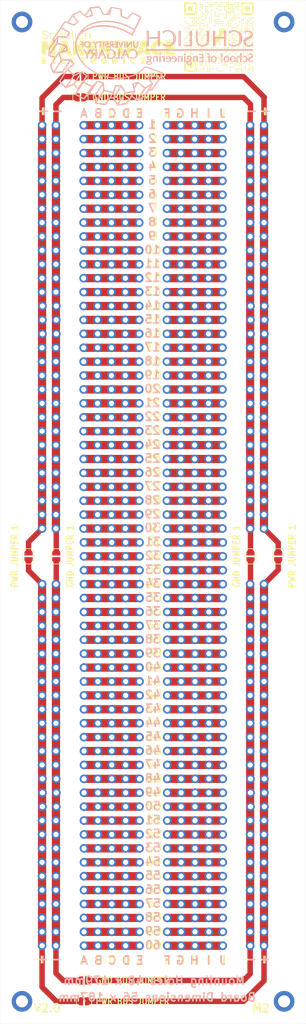
<source format=kicad_pcb>
(kicad_pcb (version 20240108) (generator "pcbnew") (generator_version "8.0")
  (layers (0 "F.Cu" signal) (31 "B.Cu" signal) (34 "B.Paste" user) (35 "F.Paste" user) (36 "B.SilkS" user "B.Silkscreen") (37 "F.SilkS" user "F.Silkscreen") (38 "B.Mask" user) (39 "F.Mask" user) (44 "Edge.Cuts" user))
  (net 0 "")
  (footprint "MountingHole:MountingHole_2.2mm_M2_DIN965_Pad_TopBottom" (layer "F.Cu") (at 88 34)
    (property "Reference" "REF**" (hide yes))
    (property "Value" "MountingHole_2.2mm_M2_DIN965_Pad_TopBottom" (hide yes))
  )
  (footprint "SparkFun-Connector:1x01" (layer "F.Cu") (at 99.36 149.38)
    (property "Reference" "Ref**63" (hide yes))
    (property "Value" "Val**" (hide yes))
  )
  (footprint "SparkFun-Connector:1x01" (layer "F.Cu") (at 132.32 65.56)
    (property "Reference" "Ref**15" (hide yes))
    (property "Value" "Val**" (hide yes))
  )
  (footprint "SparkFun-Connector:1x01" (layer "F.Cu") (at 109.46 73.18)
    (property "Reference" "Ref**67" (hide yes))
    (property "Value" "Val**" (hide yes))
  )
  (footprint "SparkFun-Connector:1x01" (layer "F.Cu") (at 91.68 195.1)
    (property "Reference" "Ref**16" (hide yes))
    (property "Value" "Val**" (hide yes))
  )
  (footprint "SparkFun-Connector:1x01" (layer "F.Cu") (at 119.62 93.5)
    (property "Reference" "Ref**105" (hide yes))
    (property "Value" "Val**" (hide yes))
  )
  (footprint "SparkFun-Connector:1x01" (layer "F.Cu") (at 129.84 177.32)
    (property "Reference" "Ref**8" (hide yes))
    (property "Value" "Val**" (hide yes))
  )
  (footprint "SparkFun-Connector:1x01" (layer "F.Cu") (at 124.7 121.44)
    (property "Reference" "Ref**162" (hide yes))
    (property "Value" "Val**" (hide yes))
  )
  (footprint "SparkFun-Connector:1x01" (layer "F.Cu") (at 101.9 139.22)
    (property "Reference" "Ref**44" (hide yes))
    (property "Value" "Val**" (hide yes))
  )
  (footprint "SparkFun-Connector:1x01" (layer "F.Cu") (at 124.76 141.76)
    (property "Reference" "Ref**52" (hide yes))
    (property "Value" "Val**" (hide yes))
  )
  (footprint "SparkFun-Connector:1x01" (layer "F.Cu") (at 124.76 134.14)
    (property "Reference" "Ref**37" (hide yes))
    (property "Value" "Val**" (hide yes))
  )
  (footprint "SparkFun-Connector:1x01" (layer "F.Cu") (at 106.98 169.7)
    (property "Reference" "Ref**106" (hide yes))
    (property "Value" "Val**" (hide yes))
  )
  (footprint "SparkFun-Connector:1x01" (layer "F.Cu") (at 132.32 190.02)
    (property "Reference" "Ref**13" (hide yes))
    (property "Value" "Val**" (hide yes))
  )
  (footprint "SparkFun-Connector:1x01" (layer "F.Cu") (at 106.98 149.38)
    (property "Reference" "Ref**66" (hide yes))
    (property "Value" "Val**" (hide yes))
  )
  (footprint "SparkFun-Connector:1x01" (layer "F.Cu") (at 109.52 172.24)
    (property "Reference" "Ref**112" (hide yes))
    (property "Value" "Val**" (hide yes))
  )
  (footprint "SparkFun-Connector:1x01" (layer "F.Cu") (at 119.62 118.9)
    (property "Reference" "Ref**155" (hide yes))
    (property "Value" "Val**" (hide yes))
  )
  (footprint "SparkFun-Connector:1x01" (layer "F.Cu") (at 94.22 159.54)
    (property "Reference" "Ref**23" (hide yes))
    (property "Value" "Val**" (hide yes))
  )
  (footprint "SparkFun-Connector:1x01" (layer "F.Cu") (at 101.9 187.48)
    (property "Reference" "Ref**139" (hide yes))
    (property "Value" "Val**" (hide yes))
  )
  (footprint "SparkFun-Connector:1x01" (layer "F.Cu") (at 106.98 182.4)
    (property "Reference" "Ref**131" (hide yes))
    (property "Value" "Val**" (hide yes))
  )
  (footprint "SparkFun-Connector:1x01" (layer "F.Cu") (at 119.68 200.18)
    (property "Reference" "Ref**165" (hide yes))
    (property "Value" "Val**" (hide yes))
  )
  (footprint "SparkFun-Connector:1x01" (layer "F.Cu") (at 122.22 177.32)
    (property "Reference" "Ref**121" (hide yes))
    (property "Value" "Val**" (hide yes))
  )
  (footprint "SparkFun-Connector:1x01" (layer "F.Cu") (at 104.44 177.32)
    (property "Reference" "Ref**120" (hide yes))
    (property "Value" "Val**" (hide yes))
  )
  (footprint "SparkFun-Connector:1x01" (layer "F.Cu") (at 99.3 52.86)
    (property "Reference" "Ref**4" (hide yes))
    (property "Value" "Val**" (hide yes))
  )
  (footprint "SparkFun-Connector:1x01" (layer "F.Cu") (at 109.52 149.38)
    (property "Reference" "Ref**67" (hide yes))
    (property "Value" "Val**" (hide yes))
  )
  (footprint "SparkFun-Connector:1x01" (layer "F.Cu") (at 99.36 159.54)
    (property "Reference" "Ref**83" (hide yes))
    (property "Value" "Val**" (hide yes))
  )
  (footprint "SparkFun-Connector:1x01" (layer "F.Cu") (at 119.62 126.52)
    (property "Reference" "Ref**170" (hide yes))
    (property "Value" "Val**" (hide yes))
  )
  (footprint "SparkFun-Connector:1x01" (layer "F.Cu") (at 99.3 113.82)
    (property "Reference" "Ref**143" (hide yes))
    (property "Value" "Val**" (hide yes))
  )
  (footprint "SparkFun-Connector:1x01" (layer "F.Cu") (at 109.52 144.3)
    (property "Reference" "Ref**57" (hide yes))
    (property "Value" "Val**" (hide yes))
  )
  (footprint "SparkFun-Connector:1x01" (layer "F.Cu") (at 122.22 202.72)
    (property "Reference" "Ref**171" (hide yes))
    (property "Value" "Val**" (hide yes))
  )
  (footprint "SparkFun-Connector:1x01" (layer "F.Cu") (at 99.3 123.98)
    (property "Reference" "Ref**163" (hide yes))
    (property "Value" "Val**" (hide yes))
  )
  (footprint "SparkFun-Connector:1x01" (layer "F.Cu") (at 99.3 88.42)
    (property "Reference" "Ref**93" (hide yes))
    (property "Value" "Val**" (hide yes))
  )
  (footprint "SparkFun-Connector:1x01" (layer "F.Cu") (at 119.62 108.74)
    (property "Reference" "Ref**135" (hide yes))
    (property "Value" "Val**" (hide yes))
  )
  (footprint "SparkFun-Connector:1x01" (layer "F.Cu") (at 106.92 70.64)
    (property "Reference" "Ref**61" (hide yes))
    (property "Value" "Val**" (hide yes))
  )
  (footprint "SparkFun-Connector:1x01" (layer "F.Cu") (at 117.14 129.06)
    (property "Reference" "Ref**24" (hide yes))
    (property "Value" "Val**" (hide yes))
  )
  (footprint "SparkFun-Connector:1x01" (layer "F.Cu") (at 117.08 70.64)
    (property "Reference" "Ref**59" (hide yes))
    (property "Value" "Val**" (hide yes))
  )
  (footprint "SparkFun-Connector:1x01" (layer "F.Cu") (at 91.74 88.42)
    (property "Reference" "Ref**6" (hide yes))
    (property "Value" "Val**" (hide yes))
  )
  (footprint "SparkFun-Connector:1x01" (layer "F.Cu") (at 119.62 90.96)
    (property "Reference" "Ref**100" (hide yes))
    (property "Value" "Val**" (hide yes))
  )
  (footprint "SparkFun-Connector:1x01" (layer "F.Cu") (at 117.08 52.86)
    (property "Reference" "Ref**24" (hide yes))
    (property "Value" "Val**" (hide yes))
  )
  (footprint "SparkFun-Connector:1x01" (layer "F.Cu") (at 124.7 108.74)
    (property "Reference" "Ref**137" (hide yes))
    (property "Value" "Val**" (hide yes))
  )
  (footprint "SparkFun-Connector:1x01" (layer "F.Cu") (at 124.76 139.22)
    (property "Reference" "Ref**47" (hide yes))
    (property "Value" "Val**" (hide yes))
  )
  (footprint "SparkFun-Connector:1x01" (layer "F.Cu") (at 101.9 129.06)
    (property "Reference" "Ref**24" (hide yes))
    (property "Value" "Val**" (hide yes))
  )
  (footprint "SparkFun-Connector:1x01" (layer "F.Cu") (at 106.92 121.44)
    (property "Reference" "Ref**161" (hide yes))
    (property "Value" "Val**" (hide yes))
  )
  (footprint "SparkFun-Connector:1x01" (layer "F.Cu") (at 117.08 121.44)
    (property "Reference" "Ref**159" (hide yes))
    (property "Value" "Val**" (hide yes))
  )
  (footprint "SparkFun-Connector:1x01" (layer "F.Cu") (at 114.6 159.54)
    (property "Reference" "Ref**83" (hide yes))
    (property "Value" "Val**" (hide yes))
  )
  (footprint "SparkFun-Connector:1x01" (layer "F.Cu") (at 109.46 101.12)
    (property "Reference" "Ref**122" (hide yes))
    (property "Value" "Val**" (hide yes))
  )
  (footprint "SparkFun-Connector:1x01" (layer "F.Cu") (at 122.22 129.06)
    (property "Reference" "Ref**26" (hide yes))
    (property "Value" "Val**" (hide yes))
  )
  (footprint "SparkFun-Connector:1x01" (layer "F.Cu") (at 104.44 141.76)
    (property "Reference" "Ref**50" (hide yes))
    (property "Value" "Val**" (hide yes))
  )
  (footprint "SparkFun-Connector:1x01" (layer "F.Cu") (at 99.3 98.58)
    (property "Reference" "Ref**113" (hide yes))
    (property "Value" "Val**" (hide yes))
  )
  (footprint "SparkFun-Connector:1x01" (layer "F.Cu") (at 91.68 116.36)
    (property "Reference" "Ref**22" (hide yes))
    (property "Value" "Val**" (hide yes))
  )
  (footprint "SparkFun-Connector:1x01" (layer "F.Cu") (at 132.32 149.38)
    (property "Reference" "Ref**15" (hide yes))
    (property "Value" "Val**" (hide yes))
  )
  (footprint "SparkFun-Connector:1x01" (layer "F.Cu") (at 117.14 136.68)
    (property "Reference" "Ref**39" (hide yes))
    (property "Value" "Val**" (hide yes))
  )
  (footprint "SparkFun-Connector:1x01" (layer "F.Cu") (at 91.68 202.72)
    (property "Reference" "Ref**22" (hide yes))
    (property "Value" "Val**" (hide yes))
  )
  (footprint "SparkFun-Connector:1x01" (layer "F.Cu") (at 91.68 80.8)
    (property "Reference" "Ref**20" (hide yes))
    (property "Value" "Val**" (hide yes))
  )
  (footprint "SparkFun-Connector:1x01" (layer "F.Cu") (at 94.22 182.4)
    (property "Reference" "Ref**7" (hide yes))
    (property "Value" "Val**" (hide yes))
  )
  (footprint "SparkFun-Connector:1x01" (layer "F.Cu") (at 122.16 93.5)
    (property "Reference" "Ref**106" (hide yes))
    (property "Value" "Val**" (hide yes))
  )
  (footprint "SparkFun-Connector:1x01" (layer "F.Cu") (at 104.38 68.1)
    (property "Reference" "Ref**55" (hide yes))
    (property "Value" "Val**" (hide yes))
  )
  (footprint "SparkFun-Connector:1x01" (layer "F.Cu") (at 117.14 187.48)
    (property "Reference" "Ref**139" (hide yes))
    (property "Value" "Val**" (hide yes))
  )
  (footprint "SparkFun-Connector:1x01" (layer "F.Cu") (at 94.22 154.46)
    (property "Reference" "Ref**19" (hide yes))
    (property "Value" "Val**" (hide yes))
  )
  (footprint "SparkFun-Connector:1x01" (layer "F.Cu") (at 114.54 80.8)
    (property "Reference" "Ref**78" (hide yes))
    (property "Value" "Val**" (hide yes))
  )
  (footprint "SparkFun-Connector:1x01" (layer "F.Cu") (at 124.7 123.98)
    (property "Reference" "Ref**167" (hide yes))
    (property "Value" "Val**" (hide yes))
  )
  (footprint "SparkFun-Connector:1x01" (layer "F.Cu") (at 99.3 75.72)
    (property "Reference" "Ref**68" (hide yes))
    (property "Value" "Val**" (hide yes))
  )
  (footprint "SparkFun-Connector:1x01" (layer "F.Cu") (at 117.08 85.88)
    (property "Reference" "Ref**89" (hide yes))
    (property "Value" "Val**" (hide yes))
  )
  (footprint "SparkFun-Connector:1x01" (layer "F.Cu") (at 91.68 70.64)
    (property "Reference" "Ref**18" (hide yes))
    (property "Value" "Val**" (hide yes))
  )
  (footprint "SparkFun-Connector:1x01" (layer "F.Cu") (at 117.08 118.9)
    (property "Reference" "Ref**154" (hide yes))
    (property "Value" "Val**" (hide yes))
  )
  (footprint "SparkFun-Connector:1x01" (layer "F.Cu") (at 129.78 57.94)
    (property "Reference" "Ref**8" (hide yes))
    (property "Value" "Val**" (hide yes))
  )
  (footprint "SparkFun-Connector:1x01" (layer "F.Cu") (at 119.68 134.14)
    (property "Reference" "Ref**35" (hide yes))
    (property "Value" "Val**" (hide yes))
  )
  (footprint "SparkFun-Connector:1x01" (layer "F.Cu") (at 109.52 200.18)
    (property "Reference" "Ref**167" (hide yes))
    (property "Value" "Val**" (hide yes))
  )
  (footprint "SparkFun-Connector:1x01" (layer "F.Cu") (at 117.14 164.62)
    (property "Reference" "Ref**94" (hide yes))
    (property "Value" "Val**" (hide yes))
  )
  (footprint "SparkFun-Connector:1x01" (layer "F.Cu") (at 109.46 98.58)
    (property "Reference" "Ref**117" (hide yes))
    (property "Value" "Val**" (hide yes))
  )
  (footprint "SparkFun-Connector:1x01" (layer "F.Cu") (at 104.38 90.96)
    (property "Reference" "Ref**100" (hide yes))
    (property "Value" "Val**" (hide yes))
  )
  (footprint "SparkFun-Connector:1x01" (layer "F.Cu") (at 132.32 169.7)
    (property "Reference" "Ref**23" (hide yes))
    (property "Value" "Val**" (hide yes))
  )
  (footprint "SparkFun-Connector:1x01" (layer "F.Cu") (at 114.54 123.98)
    (property "Reference" "Ref**163" (hide yes))
    (property "Value" "Val**" (hide yes))
  )
  (footprint "SparkFun-Connector:1x01" (layer "F.Cu") (at 129.78 78.26)
    (property "Reference" "Ref**18" (hide yes))
    (property "Value" "Val**" (hide yes))
  )
  (footprint "SparkFun-Connector:1x01" (layer "F.Cu") (at 104.44 134.14)
    (property "Reference" "Ref**35" (hide yes))
    (property "Value" "Val**" (hide yes))
  )
  (footprint "SparkFun-Connector:1x01" (layer "F.Cu") (at 122.16 126.52)
    (property "Reference" "Ref**171" (hide yes))
    (property "Value" "Val**" (hide yes))
  )
  (footprint "SparkFun-Connector:1x01" (layer "F.Cu") (at 94.22 75.72)
    (property "Reference" "Ref**23" (hide yes))
    (property "Value" "Val**" (hide yes))
  )
  (footprint "SparkFun-Connector:1x01" (layer "F.Cu") (at 99.36 174.78)
    (property "Reference" "Ref**113" (hide yes))
    (property "Value" "Val**" (hide yes))
  )
  (footprint "SparkFun-Connector:1x01" (layer "F.Cu") (at 132.32 164.62)
    (property "Reference" "Ref**21" (hide yes))
    (property "Value" "Val**" (hide yes))
  )
  (footprint "SparkFun-Connector:1x01" (layer "F.Cu") (at 119.62 52.86)
    (property "Reference" "Ref**25" (hide yes))
    (property "Value" "Val**" (hide yes))
  )
  (footprint "SparkFun-Connector:1x01" (layer "F.Cu") (at 119.68 177.32)
    (property "Reference" "Ref**120" (hide yes))
    (property "Value" "Val**" (hide yes))
  )
  (footprint "SparkFun-Connector:1x01" (layer "F.Cu") (at 124.7 57.94)
    (property "Reference" "Ref**37" (hide yes))
    (property "Value" "Val**" (hide yes))
  )
  (footprint "SparkFun-Connector:1x01" (layer "F.Cu") (at 122.16 113.82)
    (property "Reference" "Ref**146" (hide yes))
    (property "Value" "Val**" (hide yes))
  )
  (footprint "SparkFun-Connector:1x01" (layer "F.Cu") (at 114.6 192.56)
    (property "Reference" "Ref**148" (hide yes))
    (property "Value" "Val**" (hide yes))
  )
  (footprint "SparkFun-Connector:1x01" (layer "F.Cu") (at 91.68 197.64)
    (property "Reference" "Ref**18" (hide yes))
    (property "Value" "Val**" (hide yes))
  )
  (footprint "SparkFun-Connector:1x01" (layer "F.Cu") (at 94.22 164.62)
    (property "Reference" "Ref**21" (hide yes))
    (property "Value" "Val**" (hide yes))
  )
  (footprint "SparkFun-Connector:1x01" (layer "F.Cu") (at 101.9 177.32)
    (property "Reference" "Ref**119" (hide yes))
    (property "Value" "Val**" (hide yes))
  )
  (footprint "SparkFun-Connector:1x01" (layer "F.Cu") (at 114.54 101.12)
    (property "Reference" "Ref**118" (hide yes))
    (property "Value" "Val**" (hide yes))
  )
  (footprint "SparkFun-Connector:1x01" (layer "F.Cu") (at 109.46 106.2)
    (property "Reference" "Ref**132" (hide yes))
    (property "Value" "Val**" (hide yes))
  )
  (footprint "SparkFun-Connector:1x01" (layer "F.Cu") (at 101.84 75.72)
    (property "Reference" "Ref**69" (hide yes))
    (property "Value" "Val**" (hide yes))
  )
  (footprint "SparkFun-Connector:1x01" (layer "F.Cu") (at 99.36 200.18)
    (property "Reference" "Ref**163" (hide yes))
    (property "Value" "Val**" (hide yes))
  )
  (footprint "SparkFun-Connector:1x01" (layer "F.Cu") (at 117.08 116.36)
    (property "Reference" "Ref**149" (hide yes))
    (property "Value" "Val**" (hide yes))
  )
  (footprint "SparkFun-Connector:1x01" (layer "F.Cu") (at 94.22 63.02)
    (property "Reference" "Ref**13" (hide yes))
    (property "Value" "Val**" (hide yes))
  )
  (footprint "SparkFun-Connector:1x01" (layer "F.Cu") (at 106.98 164.62)
    (property "Reference" "Ref**96" (hide yes))
    (property "Value" "Val**" (hide yes))
  )
  (footprint "SparkFun-Connector:1x01" (layer "F.Cu") (at 101.9 131.6)
    (property "Reference" "Ref**29" (hide yes))
    (property "Value" "Val**" (hide yes))
  )
  (footprint "SparkFun-Connector:1x01" (layer "F.Cu") (at 122.22 136.68)
    (property "Reference" "Ref**41" (hide yes))
    (property "Value" "Val**" (hide yes))
  )
  (footprint "SparkFun-Connector:1x01" (layer "F.Cu") (at 129.78 149.38)
    (property "Reference" "Ref**14" (hide yes))
    (property "Value" "Val**" (hide yes))
  )
  (footprint "SparkFun-Connector:1x01" (layer "F.Cu") (at 101.9 144.3)
    (property "Reference" "Ref**54" (hide yes))
    (property "Value" "Val**" (hide yes))
  )
  (footprint "SparkFun-Connector:1x01" (layer "F.Cu") (at 119.68 131.6)
    (property "Reference" "Ref**30" (hide yes))
    (property "Value" "Val**" (hide yes))
  )
  (footprint "SparkFun-Connector:1x01" (layer "F.Cu") (at 124.76 195.1)
    (property "Reference" "Ref**157" (hide yes))
    (property "Value" "Val**" (hide yes))
  )
  (footprint "SparkFun-Connector:1x01" (layer "F.Cu") (at 129.78 96.04)
    (property "Reference" "Ref**6" (hide yes))
    (property "Value" "Val**" (hide yes))
  )
  (footprint "SparkFun-Connector:1x01" (layer "F.Cu") (at 94.22 118.9)
    (property "Reference" "Ref**19" (hide yes))
    (property "Value" "Val**" (hide yes))
  )
  (footprint "SparkFun-Connector:1x01" (layer "F.Cu") (at 106.98 134.14)
    (property "Reference" "Ref**36" (hide yes))
    (property "Value" "Val**" (hide yes))
  )
  (footprint "SparkFun-Connector:1x01" (layer "F.Cu") (at 122.22 162.08)
    (property "Reference" "Ref**91" (hide yes))
    (property "Value" "Val**" (hide yes))
  )
  (footprint "SparkFun-Connector:1x01" (layer "F.Cu") (at 109.46 55.4)
    (property "Reference" "Ref**32" (hide yes))
    (property "Value" "Val**" (hide yes))
  )
  (footprint "SparkFun-Connector:1x01" (layer "F.Cu") (at 99.36 134.14)
    (property "Reference" "Ref**33" (hide yes))
    (property "Value" "Val**" (hide yes))
  )
  (footprint "SparkFun-Connector:1x01" (layer "F.Cu") (at 106.92 60.48)
    (property "Reference" "Ref**41" (hide yes))
    (property "Value" "Val**" (hide yes))
  )
  (footprint "SparkFun-Connector:1x01" (layer "F.Cu") (at 119.62 85.88)
    (property "Reference" "Ref**90" (hide yes))
    (property "Value" "Val**" (hide yes))
  )
  (footprint "SparkFun-Connector:1x01" (layer "F.Cu") (at 91.68 146.84)
    (property "Reference" "Ref**12" (hide yes))
    (property "Value" "Val**" (hide yes))
  )
  (footprint "SparkFun-Connector:1x01" (layer "F.Cu") (at 104.38 78.26)
    (property "Reference" "Ref**75" (hide yes))
    (property "Value" "Val**" (hide yes))
  )
  (footprint "SparkFun-Connector:1x01" (layer "F.Cu") (at 94.22 195.1)
    (property "Reference" "Ref**17" (hide yes))
    (property "Value" "Val**" (hide yes))
  )
  (footprint "SparkFun-Connector:1x01" (layer "F.Cu") (at 106.92 65.56)
    (property "Reference" "Ref**51" (hide yes))
    (property "Value" "Val**" (hide yes))
  )
  (footprint "SparkFun-Connector:1x01" (layer "F.Cu") (at 122.22 134.14)
    (property "Reference" "Ref**36" (hide yes))
    (property "Value" "Val**" (hide yes))
  )
  (footprint "SparkFun-Connector:1x01" (layer "F.Cu") (at 129.78 113.82)
    (property "Reference" "Ref**20" (hide yes))
    (property "Value" "Val**" (hide yes))
  )
  (footprint "SparkFun-Connector:1x01" (layer "F.Cu") (at 99.36 202.72)
    (property "Reference" "Ref**168" (hide yes))
    (property "Value" "Val**" (hide yes))
  )
  (footprint "SparkFun-Connector:1x01" (layer "F.Cu") (at 119.62 113.82)
    (property "Reference" "Ref**145" (hide yes))
    (property "Value" "Val**" (hide yes))
  )
  (footprint "SparkFun-Connector:1x01" (layer "F.Cu") (at 104.38 96.04)
    (property "Reference" "Ref**110" (hide yes))
    (property "Value" "Val**" (hide yes))
  )
  (footprint "SparkFun-Connector:1x01" (layer "F.Cu") (at 122.16 65.56)
    (property "Reference" "Ref**51" (hide yes))
    (property "Value" "Val**" (hide yes))
  )
  (footprint "SparkFun-Connector:1x01" (layer "F.Cu") (at 94.22 96.04)
    (property "Reference" "Ref**7" (hide yes))
    (property "Value" "Val**" (hide yes))
  )
  (footprint "SparkFun-Connector:1x01" (layer "F.Cu") (at 94.22 106.2)
    (property "Reference" "Ref**15" (hide yes))
    (property "Value" "Val**" (hide yes))
  )
  (footprint "SparkFun-Connector:1x01" (layer "F.Cu") (at 132.38 90.96)
    (property "Reference" "Ref**9" (hide yes))
    (property "Value" "Val**" (hide yes))
  )
  (footprint "SparkFun-Connector:1x01" (layer "F.Cu") (at 129.78 123.98)
    (property "Reference" "Ref**22" (hide yes))
    (property "Value" "Val**" (hide yes))
  )
  (footprint "SparkFun-Connector:1x01" (layer "F.Cu") (at 132.32 159.54)
    (property "Reference" "Ref**23" (hide yes))
    (property "Value" "Val**" (hide yes))
  )
  (footprint "SparkFun-Connector:1x01" (layer "F.Cu") (at 101.84 85.88)
    (property "Reference" "Ref**89" (hide yes))
    (property "Value" "Val**" (hide yes))
  )
  (footprint "SparkFun-Connector:1x01" (layer "F.Cu") (at 114.6 174.78)
    (property "Reference" "Ref**113" (hide yes))
    (property "Value" "Val**" (hide yes))
  )
  (footprint "SparkFun-Connector:1x01" (layer "F.Cu") (at 132.32 75.72)
    (property "Reference" "Ref**23" (hide yes))
    (property "Value" "Val**" (hide yes))
  )
  (footprint "SparkFun-Connector:1x01" (layer "F.Cu") (at 132.38 172.24)
    (property "Reference" "Ref**5" (hide yes))
    (property "Value" "Val**" (hide yes))
  )
  (footprint "SparkFun-Connector:1x01" (layer "F.Cu") (at 91.68 190.02)
    (property "Reference" "Ref**12" (hide yes))
    (property "Value" "Val**" (hide yes))
  )
  (footprint "SparkFun-Connector:1x01" (layer "F.Cu") (at 106.98 172.24)
    (property "Reference" "Ref**111" (hide yes))
    (property "Value" "Val**" (hide yes))
  )
  (footprint "SparkFun-Connector:1x01" (layer "F.Cu") (at 122.16 96.04)
    (property "Reference" "Ref**111" (hide yes))
    (property "Value" "Val**" (hide yes))
  )
  (footprint "SparkFun-Connector:1x01" (layer "F.Cu") (at 124.76 154.46)
    (property "Reference" "Ref**77" (hide yes))
    (property "Value" "Val**" (hide yes))
  )
  (footprint "SparkFun-Connector:1x01" (layer "F.Cu") (at 124.7 73.18)
    (property "Reference" "Ref**67" (hide yes))
    (property "Value" "Val**" (hide yes))
  )
  (footprint "SparkFun-Connector:1x01" (layer "F.Cu") (at 122.16 83.34)
    (property "Reference" "Ref**86" (hide yes))
    (property "Value" "Val**" (hide yes))
  )
  (footprint "SparkFun-Connector:1x01" (layer "F.Cu") (at 106.92 52.86)
    (property "Reference" "Ref**26" (hide yes))
    (property "Value" "Val**" (hide yes))
  )
  (footprint "SparkFun-Connector:1x01" (layer "F.Cu") (at 132.32 157)
    (property "Reference" "Ref**21" (hide yes))
    (property "Value" "Val**" (hide yes))
  )
  (footprint "SparkFun-Connector:1x01" (layer "F.Cu") (at 106.92 78.26)
    (property "Reference" "Ref**76" (hide yes))
    (property "Value" "Val**" (hide yes))
  )
  (footprint "SparkFun-Connector:1x01" (layer "F.Cu") (at 101.9 184.94)
    (property "Reference" "Ref**134" (hide yes))
    (property "Value" "Val**" (hide yes))
  )
  (footprint "SparkFun-Connector:1x01" (layer "F.Cu") (at 99.3 73.18)
    (property "Reference" "Ref**63" (hide yes))
    (property "Value" "Val**" (hide yes))
  )
  (footprint "SparkFun-Connector:1x01" (layer "F.Cu") (at 99.36 144.3)
    (property "Reference" "Ref**53" (hide yes))
    (property "Value" "Val**" (hide yes))
  )
  (footprint "SparkFun-Connector:1x01" (layer "F.Cu") (at 99.36 197.64)
    (property "Reference" "Ref**158" (hide yes))
    (property "Value" "Val**" (hide yes))
  )
  (footprint "SparkFun-Connector:1x01" (layer "F.Cu") (at 94.28 85.88)
    (property "Reference" "Ref**5" (hide yes))
    (property "Value" "Val**" (hide yes))
  )
  (footprint "SparkFun-Connector:1x01" (layer "F.Cu") (at 91.68 182.4)
    (property "Reference" "Ref**6" (hide yes))
    (property "Value" "Val**" (hide yes))
  )
  (footprint "SparkFun-Connector:1x01" (layer "F.Cu") (at 122.16 88.42)
    (property "Reference" "Ref**96" (hide yes))
    (property "Value" "Val**" (hide yes))
  )
  (footprint "SparkFun-Connector:1x01" (layer "F.Cu") (at 94.22 116.36)
    (property "Reference" "Ref**23" (hide yes))
    (property "Value" "Val**" (hide yes))
  )
  (footprint "SparkFun-Connector:1x01" (layer "F.Cu") (at 117.14 177.32)
    (property "Reference" "Ref**119" (hide yes))
    (property "Value" "Val**" (hide yes))
  )
  (footprint "SparkFun-Connector:1x01" (layer "F.Cu") (at 119.62 103.66)
    (property "Reference" "Ref**125" (hide yes))
    (property "Value" "Val**" (hide yes))
  )
  (footprint "SparkFun-Connector:1x01" (layer "F.Cu") (at 132.32 118.9)
    (property "Reference" "Ref**19" (hide yes))
    (property "Value" "Val**" (hide yes))
  )
  (footprint "SparkFun-Connector:1x01" (layer "F.Cu") (at 101.84 116.36)
    (property "Reference" "Ref**149" (hide yes))
    (property "Value" "Val**" (hide yes))
  )
  (footprint "SparkFun-Connector:1x01" (layer "F.Cu") (at 106.98 136.68)
    (property "Reference" "Ref**41" (hide yes))
    (property "Value" "Val**" (hide yes))
  )
  (footprint "SparkFun-Connector:1x01" (layer "F.Cu") (at 129.78 52.86)
    (property "Reference" "Ref**4" (hide yes))
    (property "Value" "Val**" (hide yes))
  )
  (footprint "SparkFun-Connector:1x01" (layer "F.Cu") (at 94.28 88.42)
    (property "Reference" "Ref**7" (hide yes))
    (property "Value" "Val**" (hide yes))
  )
  (footprint "SparkFun-Connector:1x01" (layer "F.Cu") (at 91.68 68.1)
    (property "Reference" "Ref**16" (hide yes))
    (property "Value" "Val**" (hide yes))
  )
  (footprint "SparkFun-Connector:1x01" (layer "F.Cu") (at 94.28 177.32)
    (property "Reference" "Ref**9" (hide yes))
    (property "Value" "Val**" (hide yes))
  )
  (footprint "SparkFun-Connector:1x01" (layer "F.Cu") (at 104.44 195.1)
    (property "Reference" "Ref**155" (hide yes))
    (property "Value" "Val**" (hide yes))
  )
  (footprint "SparkFun-Connector:1x01" (layer "F.Cu") (at 117.08 90.96)
    (property "Reference" "Ref**99" (hide yes))
    (property "Value" "Val**" (hide yes))
  )
  (footprint "SparkFun-Connector:1x01" (layer "F.Cu") (at 117.08 75.72)
    (property "Reference" "Ref**69" (hide yes))
    (property "Value" "Val**" (hide yes))
  )
  (footprint "SparkFun-Connector:1x01" (layer "F.Cu") (at 132.32 63.02)
    (property "Reference" "Ref**13" (hide yes))
    (property "Value" "Val**" (hide yes))
  )
  (footprint "SparkFun-Connector:1x01" (layer "F.Cu") (at 99.36 157)
    (property "Reference" "Ref**78" (hide yes))
    (property "Value" "Val**" (hide yes))
  )
  (footprint "SparkFun-Connector:1x01" (layer "F.Cu") (at 109.46 116.36)
    (property "Reference" "Ref**152" (hide yes))
    (property "Value" "Val**" (hide yes))
  )
  (footprint "SparkFun-Connector:1x01" (layer "F.Cu") (at 114.54 65.56)
    (property "Reference" "Ref**48" (hide yes))
    (property "Value" "Val**" (hide yes))
  )
  (footprint "SparkFun-Connector:1x01" (layer "F.Cu") (at 132.32 182.4)
    (property "Reference" "Ref**7" (hide yes))
    (property "Value" "Val**" (hide yes))
  )
  (footprint "SparkFun-Connector:1x01" (layer "F.Cu") (at 132.32 111.28)
    (property "Reference" "Ref**19" (hide yes))
    (property "Value" "Val**" (hide yes))
  )
  (footprint "SparkFun-Connector:1x01" (layer "F.Cu") (at 132.32 146.84)
    (property "Reference" "Ref**13" (hide yes))
    (property "Value" "Val**" (hide yes))
  )
  (footprint "SparkFun-Connector:1x01" (layer "F.Cu") (at 129.84 172.24)
    (property "Reference" "Ref**4" (hide yes))
    (property "Value" "Val**" (hide yes))
  )
  (footprint "SparkFun-Connector:1x01" (layer "F.Cu") (at 104.44 139.22)
    (property "Reference" "Ref**45" (hide yes))
    (property "Value" "Val**" (hide yes))
  )
  (footprint "SparkFun-Connector:1x01" (layer "F.Cu") (at 132.32 139.22)
    (property "Reference" "Ref**7" (hide yes))
    (property "Value" "Val**" (hide yes))
  )
  (footprint "SparkFun-Connector:1x01" (layer "F.Cu") (at 122.16 101.12)
    (property "Reference" "Ref**121" (hide yes))
    (property "Value" "Val**" (hide yes))
  )
  (footprint "SparkFun-Connector:1x01" (layer "F.Cu") (at 129.78 83.34)
    (property "Reference" "Ref**22" (hide yes))
    (property "Value" "Val**" (hide yes))
  )
  (footprint "SparkFun-Connector:1x01" (layer "F.Cu") (at 106.92 108.74)
    (property "Reference" "Ref**136" (hide yes))
    (property "Value" "Val**" (hide yes))
  )
  (footprint "SparkFun-Connector:1x01" (layer "F.Cu") (at 109.52 139.22)
    (property "Reference" "Ref**47" (hide yes))
    (property "Value" "Val**" (hide yes))
  )
  (footprint "SparkFun-Connector:1x01" (layer "F.Cu") (at 117.08 126.52)
    (property "Reference" "Ref**169" (hide yes))
    (property "Value" "Val**" (hide yes))
  )
  (footprint "SparkFun-Connector:1x01" (layer "F.Cu") (at 94.22 70.64)
    (property "Reference" "Ref**19" (hide yes))
    (property "Value" "Val**" (hide yes))
  )
  (footprint "SparkFun-Connector:1x01" (layer "F.Cu") (at 101.84 88.42)
    (property "Reference" "Ref**94" (hide yes))
    (property "Value" "Val**" (hide yes))
  )
  (footprint "SparkFun-Connector:1x01" (layer "F.Cu") (at 106.92 80.8)
    (property "Reference" "Ref**81" (hide yes))
    (property "Value" "Val**" (hide yes))
  )
  (footprint "SparkFun-Connector:1x01" (layer "F.Cu") (at 119.68 187.48)
    (property "Reference" "Ref**140" (hide yes))
    (property "Value" "Val**" (hide yes))
  )
  (footprint "SparkFun-Connector:1x01" (layer "F.Cu") (at 91.74 174.78)
    (property "Reference" "Ref**6" (hide yes))
    (property "Value" "Val**" (hide yes))
  )
  (footprint "SparkFun-Connector:1x01" (layer "F.Cu") (at 101.84 126.52)
    (property "Reference" "Ref**169" (hide yes))
    (property "Value" "Val**" (hide yes))
  )
  (footprint "SparkFun-Connector:1x01" (layer "F.Cu") (at 129.78 141.76)
    (property "Reference" "Ref**8" (hide yes))
    (property "Value" "Val**" (hide yes))
  )
  (footprint "SparkFun-Connector:1x01" (layer "F.Cu") (at 104.38 80.8)
    (property "Reference" "Ref**80" (hide yes))
    (property "Value" "Val**" (hide yes))
  )
  (footprint "SparkFun-Connector:1x01" (layer "F.Cu") (at 104.38 108.74)
    (property "Reference" "Ref**135" (hide yes))
    (property "Value" "Val**" (hide yes))
  )
  (footprint "SparkFun-Connector:1x01" (layer "F.Cu") (at 106.92 96.04)
    (property "Reference" "Ref**111" (hide yes))
    (property "Value" "Val**" (hide yes))
  )
  (footprint "SparkFun-Connector:1x01" (layer "F.Cu") (at 104.38 103.66)
    (property "Reference" "Ref**125" (hide yes))
    (property "Value" "Val**" (hide yes))
  )
  (footprint "SparkFun-Connector:1x01" (layer "F.Cu") (at 106.98 177.32)
    (property "Reference" "Ref**121" (hide yes))
    (property "Value" "Val**" (hide yes))
  )
  (footprint "SparkFun-Connector:1x01" (layer "F.Cu") (at 132.32 154.46)
    (property "Reference" "Ref**19" (hide yes))
    (property "Value" "Val**" (hide yes))
  )
  (footprint "SparkFun-Connector:1x01" (layer "F.Cu") (at 104.38 52.86)
    (property "Reference" "Ref**25" (hide yes))
    (property "Value" "Val**" (hide yes))
  )
  (footprint "SparkFun-Connector:1x01" (layer "F.Cu") (at 99.36 179.86)
    (property "Reference" "Ref**123" (hide yes))
    (property "Value" "Val**" (hide yes))
  )
  (footprint "SparkFun-Connector:1x01" (layer "F.Cu") (at 91.68 78.26)
    (property "Reference" "Ref**18" (hide yes))
    (property "Value" "Val**" (hide yes))
  )
  (footprint "SparkFun-Connector:1x01" (layer "F.Cu") (at 117.08 108.74)
    (property "Reference" "Ref**134" (hide yes))
    (property "Value" "Val**" (hide yes))
  )
  (footprint "SparkFun-Connector:1x01" (layer "F.Cu") (at 129.78 103.66)
    (property "Reference" "Ref**12" (hide yes))
    (property "Value" "Val**" (hide yes))
  )
  (footprint "SparkFun-Connector:1x01" (layer "F.Cu") (at 104.44 184.94)
    (property "Reference" "Ref**135" (hide yes))
    (property "Value" "Val**" (hide yes))
  )
  (footprint "SparkFun-Connector:1x01" (layer "F.Cu") (at 129.78 121.44)
    (property "Reference" "Ref**20" (hide yes))
    (property "Value" "Val**" (hide yes))
  )
  (footprint "SparkFun-Connector:1x01" (layer "F.Cu") (at 99.3 55.4)
    (property "Reference" "Ref**28" (hide yes))
    (property "Value" "Val**" (hide yes))
  )
  (footprint "SparkFun-Connector:1x01" (layer "F.Cu") (at 129.78 136.68)
    (property "Reference" "Ref**4" (hide yes))
    (property "Value" "Val**" (hide yes))
  )
  (footprint "SparkFun-Connector:1x01" (layer "F.Cu") (at 99.36 182.4)
    (property "Reference" "Ref**128" (hide yes))
    (property "Value" "Val**" (hide yes))
  )
  (footprint "SparkFun-Connector:1x01" (layer "F.Cu") (at 122.22 179.86)
    (property "Reference" "Ref**126" (hide yes))
    (property "Value" "Val**" (hide yes))
  )
  (footprint "SparkFun-Connector:1x01" (layer "F.Cu") (at 114.6 187.48)
    (property "Reference" "Ref**138" (hide yes))
    (property "Value" "Val**" (hide yes))
  )
  (footprint "SparkFun-Connector:1x01" (layer "F.Cu") (at 119.68 195.1)
    (property "Reference" "Ref**155" (hide yes))
    (property "Value" "Val**" (hide yes))
  )
  (footprint "SparkFun-Connector:1x01" (layer "F.Cu") (at 132.32 121.44)
    (property "Reference" "Ref**21" (hide yes))
    (property "Value" "Val**" (hide yes))
  )
  (footprint "SparkFun-Connector:1x01" (layer "F.Cu") (at 119.62 78.26)
    (property "Reference" "Ref**75" (hide yes))
    (property "Value" "Val**" (hide yes))
  )
  (footprint "SparkFun-Connector:1x01" (layer "F.Cu") (at 124.7 118.9)
    (property "Reference" "Ref**157" (hide yes))
    (property "Value" "Val**" (hide yes))
  )
  (footprint "SparkFun-Connector:1x01" (layer "F.Cu") (at 129.78 151.92)
    (property "Reference" "Ref**16" (hide yes))
    (property "Value" "Val**" (hide yes))
  )
  (footprint "SparkFun-Connector:1x01" (layer "F.Cu") (at 132.38 177.32)
    (property "Reference" "Ref**9" (hide yes))
    (property "Value" "Val**" (hide yes))
  )
  (footprint "SparkFun-Connector:1x01" (layer "F.Cu") (at 104.38 55.4)
    (property "Reference" "Ref**30" (hide yes))
    (property "Value" "Val**" (hide yes))
  )
  (footprint "SparkFun-Connector:1x01" (layer "F.Cu") (at 109.46 85.88)
    (property "Reference" "Ref**92" (hide yes))
    (property "Value" "Val**" (hide yes))
  )
  (footprint "SparkFun-Connector:1x01" (layer "F.Cu") (at 99.36 184.94)
    (property "Reference" "Ref**133" (hide yes))
    (property "Value" "Val**" (hide yes))
  )
  (footprint "SparkFun-Connector:1x01" (layer "F.Cu") (at 101.9 195.1)
    (property "Reference" "Ref**154" (hide yes))
    (property "Value" "Val**" (hide yes))
  )
  (footprint "SparkFun-Connector:1x01" (layer "F.Cu") (at 129.78 111.28)
    (property "Reference" "Ref**18" (hide yes))
    (property "Value" "Val**" (hide yes))
  )
  (footprint "SparkFun-Connector:1x01" (layer "F.Cu") (at 91.68 187.48)
    (property "Reference" "Ref**10" (hide yes))
    (property "Value" "Val**" (hide yes))
  )
  (footprint "SparkFun-Connector:1x01" (layer "F.Cu") (at 114.6 200.18)
    (property "Reference" "Ref**163" (hide yes))
    (property "Value" "Val**" (hide yes))
  )
  (footprint "SparkFun-Connector:1x01" (layer "F.Cu") (at 122.22 141.76)
    (property "Reference" "Ref**51" (hide yes))
    (property "Value" "Val**" (hide yes))
  )
  (footprint "SparkFun-Connector:1x01" (layer "F.Cu") (at 101.84 60.48)
    (property "Reference" "Ref**39" (hide yes))
    (property "Value" "Val**" (hide yes))
  )
  (footprint "SparkFun-Connector:1x01" (layer "F.Cu") (at 117.08 88.42)
    (property "Reference" "Ref**94" (hide yes))
    (property "Value" "Val**" (hide yes))
  )
  (footprint "SparkFun-Connector:1x01" (layer "F.Cu") (at 94.28 90.96)
    (property "Reference" "Ref**9" (hide yes))
    (property "Value" "Val**" (hide yes))
  )
  (footprint "SparkFun-Connector:1x01" (layer "F.Cu") (at 91.68 118.9)
    (property "Reference" "Ref**18" (hide yes))
    (property "Value" "Val**" (hide yes))
  )
  (footprint "SparkFun-Connector:1x01" (layer "F.Cu") (at 99.3 85.88)
    (property "Reference" "Ref**88" (hide yes))
    (property "Value" "Val**" (hide yes))
  )
  (footprint "SparkFun-Connector:1x01" (layer "F.Cu") (at 124.76 146.84)
    (property "Reference" "Ref**62" (hide yes))
    (property "Value" "Val**" (hide yes))
  )
  (footprint "SparkFun-Connector:1x01" (layer "F.Cu") (at 101.84 63.02)
    (property "Reference" "Ref**44" (hide yes))
    (property "Value" "Val**" (hide yes))
  )
  (footprint "SparkFun-Connector:1x01" (layer "F.Cu") (at 117.14 141.76)
    (property "Reference" "Ref**49" (hide yes))
    (property "Value" "Val**" (hide yes))
  )
  (footprint "SparkFun-Connector:1x01" (layer "F.Cu") (at 101.84 73.18)
    (property "Reference" "Ref**64" (hide yes))
    (property "Value" "Val**" (hide yes))
  )
  (footprint "SparkFun-Connector:1x01" (layer "F.Cu") (at 101.9 164.62)
    (property "Reference" "Ref**94" (hide yes))
    (property "Value" "Val**" (hide yes))
  )
  (footprint "SparkFun-Connector:1x01" (layer "F.Cu") (at 104.38 63.02)
    (property "Reference" "Ref**45" (hide yes))
    (property "Value" "Val**" (hide yes))
  )
  (footprint "SparkFun-Connector:1x01" (layer "F.Cu") (at 117.14 162.08)
    (property "Reference" "Ref**89" (hide yes))
    (property "Value" "Val**" (hide yes))
  )
  (footprint "SparkFun-Connector:1x01" (layer "F.Cu") (at 94.22 93.5)
    (property "Reference" "Ref**5" (hide yes))
    (property "Value" "Val**" (hide yes))
  )
  (footprint "SparkFun-Connector:1x01" (layer "F.Cu") (at 91.68 167.16)
    (property "Reference" "Ref**22" (hide yes))
    (property "Value" "Val**" (hide yes))
  )
  (footprint "SparkFun-Connector:1x01" (layer "F.Cu") (at 94.28 174.78)
    (property "Reference" "Ref**7" (hide yes))
    (property "Value" "Val**" (hide yes))
  )
  (footprint "SparkFun-Connector:1x01" (layer "F.Cu") (at 109.52 164.62)
    (property "Reference" "Ref**97" (hide yes))
    (property "Value" "Val**" (hide yes))
  )
  (footprint "SparkFun-Connector:1x01" (layer "F.Cu") (at 132.32 162.08)
    (property "Reference" "Ref**19" (hide yes))
    (property "Value" "Val**" (hide yes))
  )
  (footprint "MountingHole:MountingHole_2.2mm_M2_DIN965_Pad_TopBottom" (layer "F.Cu") (at 136 34)
    (property "Reference" "REF**" (hide yes))
    (property "Value" "MountingHole_2.2mm_M2_DIN965_Pad_TopBottom" (hide yes))
  )
  (footprint "SparkFun-Connector:1x01" (layer "F.Cu") (at 132.32 103.66)
    (property "Reference" "Ref**13" (hide yes))
    (property "Value" "Val**" (hide yes))
  )
  (footprint "SparkFun-Connector:1x01" (layer "F.Cu") (at 132.38 85.88)
    (property "Reference" "Ref**5" (hide yes))
    (property "Value" "Val**" (hide yes))
  )
  (footprint "SparkFun-Connector:1x01" (layer "F.Cu") (at 109.46 52.86)
    (property "Reference" "Ref**27" (hide yes))
    (property "Value" "Val**" (hide yes))
  )
  (footprint "SparkFun-Connector:1x01" (layer "F.Cu") (at 109.52 177.32)
    (property "Reference" "Ref**122" (hide yes))
    (property "Value" "Val**" (hide yes))
  )
  (footprint "SparkFun-Connector:1x01" (layer "F.Cu") (at 109.52 154.46)
    (property "Reference" "Ref**77" (hide yes))
    (property "Value" "Val**" (hide yes))
  )
  (footprint "SparkFun-Connector:1x01" (layer "F.Cu") (at 119.62 70.64)
    (property "Reference" "Ref**60" (hide yes))
    (property "Value" "Val**" (hide yes))
  )
  (footprint "SparkFun-Connector:1x01" (layer "F.Cu") (at 101.84 96.04)
    (property "Reference" "Ref**109" (hide yes))
    (property "Value" "Val**" (hide yes))
  )
  (footprint "SparkFun-Connector:1x01" (layer "F.Cu") (at 117.08 60.48)
    (property "Reference" "Ref**39" (hide yes))
    (property "Value" "Val**" (hide yes))
  )
  (footprint "SparkFun-Connector:1x01" (layer "F.Cu") (at 119.68 151.92)
    (property "Reference" "Ref**70" (hide yes))
    (property "Value" "Val**" (hide yes))
  )
  (footprint "SparkFun-Connector:1x01" (layer "F.Cu") (at 129.78 116.36)
    (property "Reference" "Ref**22" (hide yes))
    (property "Value" "Val**" (hide yes))
  )
  (footprint "SparkFun-Connector:1x01" (layer "F.Cu") (at 124.76 157)
    (property "Reference" "Ref**82" (hide yes))
    (property "Value" "Val**" (hide yes))
  )
  (footprint "SparkFun-Connector:1x01" (layer "F.Cu") (at 132.32 126.52)
    (property "Reference" "Ref**23" (hide yes))
    (property "Value" "Val**" (hide yes))
  )
  (footprint "SparkFun-Connector:1x01" (layer "F.Cu") (at 129.78 187.48)
    (property "Reference" "Ref**10" (hide yes))
    (property "Value" "Val**" (hide yes))
  )
  (footprint "SparkFun-Connector:1x01" (layer "F.Cu") (at 99.36 146.84)
    (property "Reference" "Ref**58" (hide yes))
    (property "Value" "Val**" (hide yes))
  )
  (footprint "SparkFun-Connector:1x01" (layer "F.Cu") (at 99.3 70.64)
    (property "Reference" "Ref**58" (hide yes))
    (property "Value" "Val**" (hide yes))
  )
  (footprint "Jumper:SolderJumper-2_P1.3mm_Open_RoundedPad1.0x1.5mm" (layer "F.Cu") (at 98.71 47.78)
    (property "Reference" "GND BUS JUMPER")
    (property "Value" "SolderJumper-2_P1.3mm_Open_RoundedPad1.0x1.5mm" (hide yes))
  )
  (footprint "SparkFun-Connector:1x01" (layer "F.Cu") (at 114.54 68.1)
    (property "Reference" "Ref**53" (hide yes))
    (property "Value" "Val**" (hide yes))
  )
  (footprint "SparkFun-Connector:1x01" (layer "F.Cu") (at 129.78 146.84)
    (property "Reference" "Ref**12" (hide yes))
    (property "Value" "Val**" (hide yes))
  )
  (footprint "SparkFun-Connector:1x01" (layer "F.Cu") (at 132.32 80.8)
    (property "Reference" "Ref**21" (hide yes))
    (property "Value" "Val**" (hide yes))
  )
  (footprint "SparkFun-Connector:1x01" (layer "F.Cu") (at 132.32 101.12)
    (property "Reference" "Ref**11" (hide yes))
    (property "Value" "Val**" (hide yes))
  )
  (footprint "SparkFun-Connector:1x01" (layer "F.Cu") (at 132.32 113.82)
    (property "Reference" "Ref**21" (hide yes))
    (property "Value" "Val**" (hide yes))
  )
  (footprint "SparkFun-Connector:1x01" (layer "F.Cu") (at 117.08 63.02)
    (property "Reference" "Ref**44" (hide yes))
    (property "Value" "Val**" (hide yes))
  )
  (footprint "SparkFun-Connector:1x01" (layer "F.Cu") (at 91.68 179.86)
    (property "Reference" "Ref**4" (hide yes))
    (property "Value" "Val**" (hide yes))
  )
  (footprint "SparkFun-Connector:1x01" (layer "F.Cu") (at 129.78 164.62)
    (property "Reference" "Ref**20" (hide yes))
    (property "Value" "Val**" (hide yes))
  )
  (footprint "SparkFun-Connector:1x01" (layer "F.Cu") (at 106.92 68.1)
    (property "Reference" "Ref**56" (hide yes))
    (property "Value" "Val**" (hide yes))
  )
  (footprint "SparkFun-Connector:1x01" (layer "F.Cu") (at 114.54 108.74)
    (property "Reference" "Ref**133" (hide yes))
    (property "Value" "Val**" (hide yes))
  )
  (footprint "SparkFun-Connector:1x01" (layer "F.Cu") (at 114.6 129.06)
    (property "Reference" "Ref**4" (hide yes))
    (property "Value" "Val**" (hide yes))
  )
  (footprint "SparkFun-Connector:1x01" (layer "F.Cu") (at 119.62 98.58)
    (property "Reference" "Ref**115" (hide yes))
    (property "Value" "Val**" (hide yes))
  )
  (footprint "SparkFun-Connector:1x01" (layer "F.Cu") (at 114.6 182.4)
    (property "Reference" "Ref**128" (hide yes))
    (property "Value" "Val**" (hide yes))
  )
  (footprint "SparkFun-Connector:1x01" (layer "F.Cu") (at 122.16 73.18)
    (property "Reference" "Ref**66" (hide yes))
    (property "Value" "Val**" (hide yes))
  )
  (footprint "SparkFun-Connector:1x01" (layer "F.Cu") (at 99.3 96.04)
    (property "Reference" "Ref**108" (hide yes))
    (property "Value" "Val**" (hide yes))
  )
  (footprint "SparkFun-Connector:1x01" (layer "F.Cu") (at 109.52 182.4)
    (property "Reference" "Ref**132" (hide yes))
    (property "Value" "Val**" (hide yes))
  )
  (footprint "SparkFun-Connector:1x01" (layer "F.Cu") (at 122.22 197.64)
    (property "Reference" "Ref**161" (hide yes))
    (property "Value" "Val**" (hide yes))
  )
  (footprint "SparkFun-Connector:1x01" (layer "F.Cu") (at 99.36 131.6)
    (property "Reference" "Ref**28" (hide yes))
    (property "Value" "Val**" (hide yes))
  )
  (footprint "SparkFun-Connector:1x01" (layer "F.Cu") (at 124.76 197.64)
    (property "Reference" "Ref**162" (hide yes))
    (property "Value" "Val**" (hide yes))
  )
  (footprint "SparkFun-Connector:1x01" (layer "F.Cu") (at 124.7 83.34)
    (property "Reference" "Ref**87" (hide yes))
    (property "Value" "Val**" (hide yes))
  )
  (footprint "SparkFun-Connector:1x01" (layer "F.Cu") (at 99.36 129.06)
    (property "Reference" "Ref**4" (hide yes))
    (property "Value" "Val**" (hide yes))
  )
  (footprint "SparkFun-Connector:1x01" (layer "F.Cu") (at 94.22 113.82)
    (property "Reference" "Ref**21" (hide yes))
    (property "Value" "Val**" (hide yes))
  )
  (footprint "SparkFun-Connector:1x01" (layer "F.Cu") (at 109.46 88.42)
    (property "Reference" "Ref**97" (hide yes))
    (property "Value" "Val**" (hide yes))
  )
  (footprint "SparkFun-Connector:1x01" (layer "F.Cu") (at 104.44 197.64)
    (property "Reference" "Ref**160" (hide yes))
    (property "Value" "Val**" (hide yes))
  )
  (footprint "SparkFun-Connector:1x01" (layer "F.Cu") (at 94.22 202.72)
    (property "Reference" "Ref**23" (hide yes))
    (property "Value" "Val**" (hide yes))
  )
  (footprint "SparkFun-Connector:1x01" (layer "F.Cu") (at 114.6 157)
    (property "Reference" "Ref**78" (hide yes))
    (property "Value" "Val**" (hide yes))
  )
  (footprint "SparkFun-Connector:1x01" (layer "F.Cu") (at 106.92 75.72)
    (property "Reference" "Ref**71" (hide yes))
    (property "Value" "Val**" (hide yes))
  )
  (footprint "SparkFun-Connector:1x01" (layer "F.Cu") (at 109.52 136.68)
    (property "Reference" "Ref**42" (hide yes))
    (property "Value" "Val**" (hide yes))
  )
  (footprint "SparkFun-Connector:1x01" (layer "F.Cu") (at 101.9 190.02)
    (property "Reference" "Ref**144" (hide yes))
    (property "Value" "Val**" (hide yes))
  )
  (footprint "SparkFun-Connector:1x01" (layer "F.Cu") (at 117.08 103.66)
    (property "Reference" "Ref**124" (hide yes))
    (property "Value" "Val**" (hide yes))
  )
  (footprint "SparkFun-Connector:1x01" (layer "F.Cu") (at 132.32 96.04)
    (property "Reference" "Ref**7" (hide yes))
    (property "Value" "Val**" (hide yes))
  )
  (footprint "SparkFun-Connector:1x01" (layer "F.Cu") (at 129.78 192.56)
    (property "Reference" "Ref**14" (hide yes))
    (property "Value" "Val**" (hide yes))
  )
  (footprint "SparkFun-Connector:1x01" (layer "F.Cu") (at 114.54 126.52)
    (property "Reference" "Ref**168" (hide yes))
    (property "Value" "Val**" (hide yes))
  )
  (footprint "SparkFun-Connector:1x01" (layer "F.Cu") (at 117.08 65.56)
    (property "Reference" "Ref**49" (hide yes))
    (property "Value" "Val**" (hide yes))
  )
  (footprint "SparkFun-Connector:1x01" (layer "F.Cu") (at 119.68 182.4)
    (property "Reference" "Ref**130" (hide yes))
    (property "Value" "Val**" (hide yes))
  )
  (footprint "SparkFun-Connector:1x01" (layer "F.Cu") (at 101.84 101.12)
    (property "Reference" "Ref**119" (hide yes))
    (property "Value" "Val**" (hide yes))
  )
  (footprint "SparkFun-Connector:1x01" (layer "F.Cu") (at 124.7 113.82)
    (property "Reference" "Ref**147" (hide yes))
    (property "Value" "Val**" (hide yes))
  )
  (footprint "SparkFun-Connector:1x01" (layer "F.Cu") (at 122.22 190.02)
    (property "Reference" "Ref**146" (hide yes))
    (property "Value" "Val**" (hide yes))
  )
  (footprint "SparkFun-Connector:1x01" (layer "F.Cu") (at 124.76 149.38)
    (property "Reference" "Ref**67" (hide yes))
    (property "Value" "Val**" (hide yes))
  )
  (footprint "SparkFun-Connector:1x01" (layer "F.Cu") (at 104.44 172.24)
    (property "Reference" "Ref**110" (hide yes))
    (property "Value" "Val**" (hide yes))
  )
  (footprint "SparkFun-Connector:1x01" (layer "F.Cu") (at 119.62 80.8)
    (property "Reference" "Ref**80" (hide yes))
    (property "Value" "Val**" (hide yes))
  )
  (footprint "SparkFun-Connector:1x01" (layer "F.Cu") (at 91.68 151.92)
    (property "Reference" "Ref**16" (hide yes))
    (property "Value" "Val**" (hide yes))
  )
  (footprint "SparkFun-Connector:1x01" (layer "F.Cu") (at 109.52 134.14)
    (property "Reference" "Ref**37" (hide yes))
    (property "Value" "Val**" (hide yes))
  )
  (footprint "SparkFun-Connector:1x01" (layer "F.Cu") (at 124.76 190.02)
    (property "Reference" "Ref**147" (hide yes))
    (property "Value" "Val**" (hide yes))
  )
  (footprint "SparkFun-Connector:1x01" (layer "F.Cu") (at 117.08 80.8)
    (property "Reference" "Ref**79" (hide yes))
    (property "Value" "Val**" (hide yes))
  )
  (footprint "SparkFun-Connector:1x01" (layer "F.Cu") (at 114.6 167.16)
    (property "Reference" "Ref**98" (hide yes))
    (property "Value" "Val**" (hide yes))
  )
  (footprint "SparkFun-Connector:1x01" (layer "F.Cu") (at 106.92 116.36)
    (property "Reference" "Ref**151" (hide yes))
    (property "Value" "Val**" (hide yes))
  )
  (footprint "SparkFun-Connector:1x01" (layer "F.Cu") (at 119.62 111.28)
    (property "Reference" "Ref**140" (hide yes))
    (property "Value" "Val**" (hide yes))
  )
  (footprint "SparkFun-Connector:1x01" (layer "F.Cu") (at 129.84 85.88)
    (property "Reference" "Ref**4" (hide yes))
    (property "Value" "Val**" (hide yes))
  )
  (footprint "SparkFun-Connector:1x01" (layer "F.Cu") (at 106.98 139.22)
    (property "Reference" "Ref**46" (hide yes))
    (property "Value" "Val**" (hide yes))
  )
  (footprint "SparkFun-Connector:1x01" (layer "F.Cu") (at 101.84 57.94)
    (property "Reference" "Ref**34" (hide yes))
    (property "Value" "Val**" (hide yes))
  )
  (footprint "SparkFun-Connector:1x01" (layer "F.Cu") (at 117.08 57.94)
    (property "Reference" "Ref**34" (hide yes))
    (property "Value" "Val**" (hide yes))
  )
  (footprint "SparkFun-Connector:1x01" (layer "F.Cu") (at 132.38 174.78)
    (property "Reference" "Ref**7" (hide yes))
    (property "Value" "Val**" (hide yes))
  )
  (footprint "SparkFun-Connector:1x01" (layer "F.Cu") (at 117.14 192.56)
    (property "Reference" "Ref**149" (hide yes))
    (property "Value" "Val**" (hide yes))
  )
  (footprint "SparkFun-Connector:1x01" (layer "F.Cu") (at 101.84 103.66)
    (property "Reference" "Ref**124" (hide yes))
    (property "Value" "Val**" (hide yes))
  )
  (footprint "SparkFun-Connector:1x01" (layer "F.Cu") (at 132.32 52.86)
    (property "Reference" "Ref**5" (hide yes))
    (property "Value" "Val**" (hide yes))
  )
  (footprint "SparkFun-Connector:1x01" (layer "F.Cu") (at 101.9 151.92)
    (property "Reference" "Ref**69" (hide yes))
    (property "Value" "Val**" (hide yes))
  )
  (footprint "SparkFun-Connector:1x01" (layer "F.Cu") (at 124.7 111.28)
    (property "Reference" "Ref**142" (hide yes))
    (property "Value" "Val**" (hide yes))
  )
  (footprint "SparkFun-Connector:1x01" (layer "F.Cu") (at 119.68 154.46)
    (property "Reference" "Ref**75" (hide yes))
    (property "Value" "Val**" (hide yes))
  )
  (footprint "SparkFun-Connector:1x01" (layer "F.Cu") (at 124.7 90.96)
    (property "Reference" "Ref**102" (hide yes))
    (property "Value" "Val**" (hide yes))
  )
  (footprint "SparkFun-Connector:1x01" (layer "F.Cu") (at 101.84 106.2)
    (property "Reference" "Ref**129" (hide yes))
    (property "Value" "Val**" (hide yes))
  )
  (footprint "SparkFun-Connector:1x01" (layer "F.Cu") (at 106.98 141.76)
    (property "Reference" "Ref**51" (hide yes))
    (property "Value" "Val**" (hide yes))
  )
  (footprint "SparkFun-Connector:1x01" (layer "F.Cu") (at 129.84 90.96)
    (property "Reference" "Ref**8" (hide yes))
    (property "Value" "Val**" (hide yes))
  )
  (footprint "SparkFun-Connector:1x01" (layer "F.Cu") (at 129.78 190.02)
    (property "Reference" "Ref**12" (hide yes))
    (property "Value" "Val**" (hide yes))
  )
  (footprint "SparkFun-Connector:1x01" (layer "F.Cu") (at 99.36 195.1)
    (property "Reference" "Ref**153" (hide yes))
    (property "Value" "Val**" (hide yes))
  )
  (footprint "SparkFun-Connector:1x01" (layer "F.Cu") (at 119.62 57.94)
    (property "Reference" "Ref**35" (hide yes))
    (property "Value" "Val**" (hide yes))
  )
  (footprint "SparkFun-Connector:1x01" (layer "F.Cu") (at 106.92 83.34)
    (property "Reference" "Ref**86" (hide yes))
    (property "Value" "Val**" (hide yes))
  )
  (footprint "SparkFun-Connector:1x01" (layer "F.Cu") (at 106.98 131.6)
    (property "Reference" "Ref**31" (hide yes))
    (property "Value" "Val**" (hide yes))
  )
  (footprint "SparkFun-Connector:1x01" (layer "F.Cu") (at 104.38 88.42)
    (property "Reference" "Ref**95" (hide yes))
    (property "Value" "Val**" (hide yes))
  )
  (footprint "SparkFun-Connector:1x01" (layer "F.Cu") (at 104.44 149.38)
    (property "Reference" "Ref**65" (hide yes))
    (property "Value" "Val**" (hide yes))
  )
  (footprint "SparkFun-Connector:1x01" (layer "F.Cu") (at 114.54 63.02)
    (property "Reference" "Ref**43" (hide yes))
    (property "Value" "Val**" (hide yes))
  )
  (footprint "SparkFun-Connector:1x01" (layer "F.Cu") (at 114.54 116.36)
    (property "Reference" "Ref**148" (hide yes))
    (property "Value" "Val**" (hide yes))
  )
  (footprint "SparkFun-Connector:1x01" (layer "F.Cu") (at 114.54 98.58)
    (property "Reference" "Ref**113" (hide yes))
    (property "Value" "Val**" (hide yes))
  )
  (footprint "SparkFun-Connector:1x01" (layer "F.Cu") (at 104.38 83.34)
    (property "Reference" "Ref**85" (hide yes))
    (property "Value" "Val**" (hide yes))
  )
  (footprint "MountingHole:MountingHole_2.2mm_M2_DIN965_Pad_TopBottom" (layer "F.Cu") (at 136 212.88)
    (property "Reference" "REF**" (hide yes))
    (property "Value" "MountingHole_2.2mm_M2_DIN965_Pad_TopBottom" (hide yes))
  )
  (footprint "SparkFun-Connector:1x01" (layer "F.Cu") (at 124.7 65.56)
    (property "Reference" "Ref**52" (hide yes))
    (property "Value" "Val**" (hide yes))
  )
  (footprint "SparkFun-Connector:1x01" (layer "F.Cu") (at 124.76 151.92)
    (property "Reference" "Ref**72" (hide yes))
    (property "Value" "Val**" (hide yes))
  )
  (footprint "SparkFun-Connector:1x01" (layer "F.Cu") (at 109.52 141.76)
    (property "Reference" "Ref**52" (hide yes))
    (property "Value" "Val**" (hide yes))
  )
  (footprint "SparkFun-Connector:1x01" (layer "F.Cu") (at 124.76 169.7)
    (property "Reference" "Ref**107" (hide yes))
    (property "Value" "Val**" (hide yes))
  )
  (footprint "SparkFun-Connector:1x01" (layer "F.Cu") (at 119.62 75.72)
    (property "Reference" "Ref**70" (hide yes))
    (property "Value" "Val**" (hide yes))
  )
  (footprint "SparkFun-Connector:1x01" (layer "F.Cu") (at 119.68 164.62)
    (property "Reference" "Ref**95" (hide yes))
    (property "Value" "Val**" (hide yes))
  )
  (footprint "SparkFun-Connector:1x01" (layer "F.Cu") (at 101.9 167.16)
    (property "Reference" "Ref**99" (hide yes))
    (property "Value" "Val**" (hide yes))
  )
  (footprint "SparkFun-Connector:1x01" (layer "F.Cu") (at 104.44 144.3)
    (property "Reference" "Ref**55" (hide yes))
    (property "Value" "Val**" (hide yes))
  )
  (footprint "SparkFun-Connector:1x01" (layer "F.Cu") (at 106.98 192.56)
    (property "Reference" "Ref**151" (hide yes))
    (property "Value" "Val**" (hide yes))
  )
  (footprint "SparkFun-Connector:1x01" (layer "F.Cu") (at 91.68 164.62)
    (property "Reference" "Ref**20" (hide yes))
    (property "Value" "Val**" (hide yes))
  )
  (footprint "SparkFun-Connector:1x01" (layer "F.Cu") (at 132.32 167.16)
    (property "Reference" "Ref**23" (hide yes))
    (property "Value" "Val**" (hide yes))
  )
  (footprint "SparkFun-Connector:1x01" (layer "F.Cu") (at 122.16 63.02)
    (property "Reference" "Ref**46" (hide yes))
    (property "Value" "Val**" (hide yes))
  )
  (footprint "SparkFun-Connector:1x01" (layer "F.Cu") (at 119.68 144.3)
    (property "Reference" "Ref**55" (hide yes))
    (property "Value" "Val**" (hide yes))
  )
  (footprint "SparkFun-Connector:1x01" (layer "F.Cu") (at 101.9 197.64)
    (property "Reference" "Ref**159" (hide yes))
    (property "Value" "Val**" (hide yes))
  )
  (footprint "SparkFun-Connector:1x01" (layer "F.Cu") (at 94.22 83.34)
    (property "Reference" "Ref**23" (hide yes))
    (property "Value" "Val**" (hide yes))
  )
  (footprint "SparkFun-Connector:1x01" (layer "F.Cu") (at 91.74 172.24)
    (property "Reference" "Ref**4" (hide yes))
    (property "Value" "Val**" (hide yes))
  )
  (footprint "SparkFun-Connector:1x01" (layer "F.Cu") (at 101.84 121.44)
    (property "Reference" "Ref**159" (hide yes))
    (property "Value" "Val**" (hide yes))
  )
  (footprint "SparkFun-Connector:1x01" (layer "F.Cu") (at 109.52 146.84)
    (property "Reference" "Ref**62" (hide yes))
    (property "Value" "Val**" (hide yes))
  )
  (footprint "SparkFun-Connector:1x01" (layer "F.Cu") (at 114.6 184.94)
    (property "Reference" "Ref**133" (hide yes))
    (property "Value" "Val**" (hide yes))
  )
  (footprint "SparkFun-Connector:1x01" (layer "F.Cu") (at 91.68 111.28)
    (property "Reference" "Ref**18" (hide yes))
    (property "Value" "Val**" (hide yes))
  )
  (footprint "SparkFun-Connector:1x01" (layer "F.Cu") (at 114.6 164.62)
    (property "Reference" "Ref**93" (hide yes))
    (property "Value" "Val**" (hide yes))
  )
  (footprint "SparkFun-Connector:1x01" (layer "F.Cu") (at 122.16 60.48)
    (property "Reference" "Ref**41" (hide yes))
    (property "Value" "Val**" (hide yes))
  )
  (footprint "SparkFun-Connector:1x01" (layer "F.Cu") (at 129.78 126.52)
    (property "Reference" "Ref**22" (hide yes))
    (property "Value" "Val**" (hide yes))
  )
  (footprint "SparkFun-Connector:1x01" (layer "F.Cu") (at 129.78 184.94)
    (property "Reference" "Ref**8" (hide yes))
    (property "Value" "Val**" (hide yes))
  )
  (footprint "SparkFun-Connector:1x01" (layer "F.Cu") (at 117.14 146.84)
    (property "Reference" "Ref**59" (hide yes))
    (property "Value" "Val**" (hide yes))
  )
  (footprint "SparkFun-Connector:1x01" (layer "F.Cu") (at 101.84 118.9)
    (property "Reference" "Ref**154" (hide yes))
    (property "Value" "Val**" (hide yes))
  )
  (footprint "SparkFun-Connector:1x01" (layer "F.Cu") (at 124.76 172.24)
    (property "Reference" "Ref**112" (hide yes))
    (property "Value" "Val**" (hide yes))
  )
  (footprint "SparkFun-Connector:1x01" (layer "F.Cu") (at 94.22 187.48)
    (property "Reference" "Ref**11" (hide yes))
    (property "Value" "Val**" (hide yes))
  )
  (footprint "SparkFun-Connector:1x01" (layer "F.Cu") (at 132.32 106.2)
    (property "Reference" "Ref**15" (hide yes))
    (property "Value" "Val**" (hide yes))
  )
  (footprint "SparkFun-Connector:1x01" (layer "F.Cu") (at 109.52 192.56)
    (property "Reference" "Ref**152" (hide yes))
    (property "Value" "Val**" (hide yes))
  )
  (footprint "SparkFun-Connector:1x01" (layer "F.Cu") (at 117.08 73.18)
    (property "Reference" "Ref**64" (hide yes))
    (property "Value" "Val**" (hide yes))
  )
  (footprint "SparkFun-Connector:1x01" (layer "F.Cu") (at 114.54 90.96)
    (property "Reference" "Ref**98" (hide yes))
    (property "Value" "Val**" (hide yes))
  )
  (footprint "SparkFun-Connector:1x01" (layer "F.Cu") (at 109.46 121.44)
    (property "Reference" "Ref**162" (hide yes))
    (property "Value" "Val**" (hide yes))
  )
  (footprint "SparkFun-Connector:1x01" (layer "F.Cu") (at 101.84 52.86)
    (property "Reference" "Ref**24" (hide yes))
    (property "Value" "Val**" (hide yes))
  )
  (footprint "SparkFun-Connector:1x01" (layer "F.Cu") (at 117.14 172.24)
    (property "Reference" "Ref**109" (hide yes))
    (property "Value" "Val**" (hide yes))
  )
  (footprint "SparkFun-Connector:1x01" (layer "F.Cu") (at 109.52 190.02)
    (property "Reference" "Ref**147" (hide yes))
    (property "Value" "Val**" (hide yes))
  )
  (footprint "SparkFun-Connector:1x01" (layer "F.Cu") (at 122.16 116.36)
    (property "Reference" "Ref**151" (hide yes))
    (property "Value" "Val**" (hide yes))
  )
  (footprint "SparkFun-Connector:1x01" (layer "F.Cu") (at 101.84 70.64)
    (property "Reference" "Ref**59" (hide yes))
    (property "Value" "Val**" (hide yes))
  )
  (footprint "SparkFun-Connector:1x01" (layer "F.Cu") (at 129.78 182.4)
    (property "Reference" "Ref**6" (hide yes))
    (property "Value" "Val**" (hide yes))
  )
  (footprint "SparkFun-Connector:1x01" (layer "F.Cu") (at 117.08 113.82)
    (property "Reference" "Ref**144" (hide yes))
    (property "Value" "Val**" (hide yes))
  )
  (footprint "SparkFun-Connector:1x01" (layer "F.Cu") (at 114.6 151.92)
    (property "Reference" "Ref**68" (hide yes))
    (property "Value" "Val**" (hide yes))
  )
  (footprint "SparkFun-Connector:1x01" (layer "F.Cu") (at 101.9 162.08)
    (property "Reference" "Ref**89" (hide yes))
    (property "Value" "Val**" (hide yes))
  )
  (footprint "SparkFun-Connector:1x01" (layer "F.Cu") (at 109.46 75.72)
    (property "Reference" "Ref**72" (hide yes))
    (property "Value" "Val**" (hide yes))
  )
  (footprint "SparkFun-Connector:1x01" (layer "F.Cu") (at 129.78 68.1)
    (property "Reference" "Ref**16" (hide yes))
    (property "Value" "Val**" (hide yes))
  )
  (footprint "SparkFun-Connector:1x01" (layer "F.Cu") (at 94.22 167.16)
    (property "Reference" "Ref**23" (hide yes))
    (property "Value" "Val**" (hide yes))
  )
  (footprint "SparkFun-Connector:1x01" (layer "F.Cu") (at 124.7 98.58)
    (property "Reference" "Ref**117" (hide yes))
    (property "Value" "Val**" (hide yes))
  )
  (footprint "SparkFun-Connector:1x01" (layer "F.Cu") (at 122.22 144.3)
    (property "Reference" "Ref**56" (hide yes))
    (property "Value" "Val**" (hide yes))
  )
  (footprint "SparkFun-Connector:1x01" (layer "F.Cu") (at 104.38 93.5)
    (property "Reference" "Ref**105" (hide yes))
    (property "Value" "Val**" (hide yes))
  )
  (footprint "SparkFun-Connector:1x01" (layer "F.Cu") (at 122.22 187.48)
    (property "Reference" "Ref**141" (hide yes))
    (property "Value" "Val**" (hide yes))
  )
  (footprint "SparkFun-Connector:1x01" (layer "F.Cu") (at 106.98 151.92)
    (property "Reference" "Ref**71" (hide yes))
    (property "Value" "Val**" (hide yes))
  )
  (footprint "SparkFun-Connector:1x01" (layer "F.Cu") (at 132.32 192.56)
    (property "Reference" "Ref**15" (hide yes))
    (property "Value" "Val**" (hide yes))
  )
  (footprint "SparkFun-Connector:1x01" (layer "F.Cu") (at 122.16 90.96)
    (property "Reference" "Ref**101" (hide yes))
    (property "Value" "Val**" (hide yes))
  )
  (footprint "SparkFun-Connector:1x01" (layer "F.Cu") (at 99.3 111.28)
    (property "Reference" "Ref**138" (hide yes))
    (property "Value" "Val**" (hide yes))
  )
  (footprint "SparkFun-Connector:1x01" (layer "F.Cu") (at 101.84 78.26)
    (property "Reference" "Ref**74" (hide yes))
    (property "Value" "Val**" (hide yes))
  )
  (footprint "SparkFun-Connector:1x01" (layer "F.Cu") (at 119.68 159.54)
    (property "Reference" "Ref**85" (hide yes))
    (property "Value" "Val**" (hide yes))
  )
  (footprint "SparkFun-Connector:1x01" (layer "F.Cu") (at 132.32 184.94)
    (property "Reference" "Ref**9" (hide yes))
    (property "Value" "Val**" (hide yes))
  )
  (footprint "SparkFun-Connector:1x01" (layer "F.Cu") (at 114.6 172.24)
    (property "Reference" "Ref**108" (hide yes))
    (property "Value" "Val**" (hide yes))
  )
  (footprint "SparkFun-Connector:1x01" (layer "F.Cu") (at 106.98 144.3)
    (property "Reference" "Ref**56" (hide yes))
    (property "Value" "Val**" (hide yes))
  )
  (footprint "SparkFun-Connector:1x01" (layer "F.Cu") (at 117.14 195.1)
    (property "Reference" "Ref**154" (hide yes))
    (property "Value" "Val**" (hide yes))
  )
  (footprint "SparkFun-Connector:1x01" (layer "F.Cu") (at 104.44 162.08)
    (property "Reference" "Ref**90" (hide yes))
    (property "Value" "Val**" (hide yes))
  )
  (footprint "SparkFun-Connector:1x01" (layer "F.Cu") (at 94.22 146.84)
    (property "Reference" "Ref**13" (hide yes))
    (property "Value" "Val**" (hide yes))
  )
  (footprint "SparkFun-Connector:1x01" (layer "F.Cu") (at 101.84 98.58)
    (property "Reference" "Ref**114" (hide yes))
    (property "Value" "Val**" (hide yes))
  )
  (footprint "SparkFun-Connector:1x01" (layer "F.Cu") (at 119.62 68.1)
    (property "Reference" "Ref**55" (hide yes))
    (property "Value" "Val**" (hide yes))
  )
  (footprint "SparkFun-Connector:1x01" (layer "F.Cu") (at 124.76 167.16)
    (property "Reference" "Ref**102" (hide yes))
    (property "Value" "Val**" (hide yes))
  )
  (footprint "SparkFun-Connector:1x01" (layer "F.Cu") (at 104.44 159.54)
    (property "Reference" "Ref**85" (hide yes))
    (property "Value" "Val**" (hide yes))
  )
  (footprint "SparkFun-Connector:1x01" (layer "F.Cu") (at 99.36 192.56)
    (property "Reference" "Ref**148" (hide yes))
    (property "Value" "Val**" (hide yes))
  )
  (footprint "SparkFun-Connector:1x01" (layer "F.Cu") (at 104.44 136.68)
    (property "Reference" "Ref**40" (hide yes))
    (property "Value" "Val**" (hide yes))
  )
  (footprint "SparkFun-Connector:1x01" (layer "F.Cu") (at 122.22 164.62)
    (property "Reference" "Ref**96" (hide yes))
    (property "Value" "Val**" (hide yes))
  )
  (footprint "SparkFun-Connector:1x01" (layer "F.Cu") (at 101.9 202.72)
    (property "Reference" "Ref**169" (hide yes))
    (property "Value" "Val**" (hide yes))
  )
  (footprint "SparkFun-Connector:1x01" (layer "F.Cu") (at 122.16 98.58)
    (property "Reference" "Ref**116" (hide yes))
    (property "Value" "Val**" (hide yes))
  )
  (footprint "SparkFun-Connector:1x01" (layer "F.Cu") (at 99.36 139.22)
    (property "Reference" "Ref**43" (hide yes))
    (property "Value" "Val**" (hide yes))
  )
  (footprint "SparkFun-Connector:1x01" (layer "F.Cu") (at 124.7 116.36)
    (property "Reference" "Ref**152" (hide yes))
    (property "Value" "Val**" (hide yes))
  )
  (footprint "SparkFun-Connector:1x01" (layer "F.Cu") (at 91.74 85.88)
    (property "Reference" "Ref**4" (hide yes))
    (property "Value" "Val**" (hide yes))
  )
  (footprint "SparkFun-Connector:1x01" (layer "F.Cu") (at 114.6 144.3)
    (property "Reference" "Ref**53" (hide yes))
    (property "Value" "Val**" (hide yes))
  )
  (footprint "SparkFun-Connector:1x01" (layer "F.Cu") (at 114.54 93.5)
    (property "Reference" "Ref**103" (hide yes))
    (property "Value" "Val**" (hide yes))
  )
  (footprint "SparkFun-Connector:1x01" (layer "F.Cu") (at 106.92 93.5)
    (property "Reference" "Ref**106" (hide yes))
    (property "Value" "Val**" (hide yes))
  )
  (footprint "Jumper:SolderJumper-2_P1.3mm_Open_RoundedPad1.0x1.5mm" (layer "F.Cu") (at 89.2 131.6 90)
    (property "Reference" "PWR JUMPER 1")
    (property "Value" "SolderJumper-2_P1.3mm_Open_RoundedPad1.0x1.5mm" (hide yes))
  )
  (footprint "SparkFun-Connector:1x01" (layer "F.Cu") (at 109.46 65.56)
    (property "Reference" "Ref**52" (hide yes))
    (property "Value" "Val**" (hide yes))
  )
  (footprint "SparkFun-Connector:1x01" (layer "F.Cu") (at 122.22 184.94)
    (property "Reference" "Ref**136" (hide yes))
    (property "Value" "Val**" (hide yes))
  )
  (footprint "SparkFun-Connector:1x01" (layer "F.Cu") (at 122.16 123.98)
    (property "Reference" "Ref**166" (hide yes))
    (property "Value" "Val**" (hide yes))
  )
  (footprint "SparkFun-Connector:1x01" (layer "F.Cu") (at 119.62 88.42)
    (property "Reference" "Ref**95" (hide yes))
    (property "Value" "Val**" (hide yes))
  )
  (footprint "SparkFun-Connector:1x01" (layer "F.Cu") (at 114.6 131.6)
    (property "Reference" "Ref**28" (hide yes))
    (property "Value" "Val**" (hide yes))
  )
  (footprint "SparkFun-Connector:1x01" (layer "F.Cu") (at 119.62 55.4)
    (property "Reference" "Ref**30" (hide yes))
    (property "Value" "Val**" (hide yes))
  )
  (footprint "SparkFun-Connector:1x01" (layer "F.Cu") (at 91.68 169.7)
    (property "Reference" "Ref**22" (hide yes))
    (property "Value" "Val**" (hide yes))
  )
  (footprint "SparkFun-Connector:1x01" (layer "F.Cu") (at 99.3 108.74)
    (property "Reference" "Ref**133" (hide yes))
    (property "Value" "Val**" (hide yes))
  )
  (footprint "SparkFun-Connector:1x01" (layer "F.Cu") (at 122.16 108.74)
    (property "Reference" "Ref**136" (hide yes))
    (property "Value" "Val**" (hide yes))
  )
  (footprint "Jumper:SolderJumper-2_P1.3mm_Open_RoundedPad1.0x1.5mm" (layer "F.Cu") (at 94.28 131.6 90)
    (property "Reference" "GND JUMPER 1")
    (property "Value" "SolderJumper-2_P1.3mm_Open_RoundedPad1.0x1.5mm" (hide yes))
  )
  (footprint "SparkFun-Connector:1x01" (layer "F.Cu") (at 114.54 111.28)
    (property "Reference" "Ref**138" (hide yes))
    (property "Value" "Val**" (hide yes))
  )
  (footprint "SparkFun-Connector:1x01" (layer "F.Cu") (at 109.46 70.64)
    (property "Reference" "Ref**62" (hide yes))
    (property "Value" "Val**" (hide yes))
  )
  (footprint "SparkFun-Connector:1x01" (layer "F.Cu") (at 106.92 101.12)
    (property "Reference" "Ref**121" (hide yes))
    (property "Value" "Val**" (hide yes))
  )
  (footprint "SparkFun-Connector:1x01" (layer "F.Cu") (at 91.68 98.58)
    (property "Reference" "Ref**8" (hide yes))
    (property "Value" "Val**" (hide yes))
  )
  (footprint "SparkFun-Connector:1x01" (layer "F.Cu") (at 114.54 57.94)
    (property "Reference" "Ref**33" (hide yes))
    (property "Value" "Val**" (hide yes))
  )
  (footprint "SparkFun-Connector:1x01" (layer "F.Cu") (at 124.76 144.3)
    (property "Reference" "Ref**57" (hide yes))
    (property "Value" "Val**" (hide yes))
  )
  (footprint "SparkFun-Connector:1x01" (layer "F.Cu") (at 124.7 70.64)
    (property "Reference" "Ref**62" (hide yes))
    (property "Value" "Val**" (hide yes))
  )
  (footprint "SparkFun-Connector:1x01" (layer "F.Cu") (at 122.16 121.44)
    (property "Reference" "Ref**161" (hide yes))
    (property "Value" "Val**" (hide yes))
  )
  (footprint "SparkFun-Connector:1x01" (layer "F.Cu") (at 122.22 200.18)
    (property "Reference" "Ref**166" (hide yes))
    (property "Value" "Val**" (hide yes))
  )
  (footprint "SparkFun-Connector:1x01" (layer "F.Cu") (at 91.68 154.46)
    (property "Reference" "Ref**18" (hide yes))
    (property "Value" "Val**" (hide yes))
  )
  (footprint "SparkFun-Connector:1x01" (layer "F.Cu") (at 114.6 136.68)
    (property "Reference" "Ref**38" (hide yes))
    (property "Value" "Val**" (hide yes))
  )
  (footprint "SparkFun-Connector:1x01" (layer "F.Cu") (at 94.22 121.44)
    (property "Reference" "Ref**21" (hide yes))
    (property "Value" "Val**" (hide yes))
  )
  (footprint "SparkFun-Connector:1x01" (layer "F.Cu") (at 106.92 63.02)
    (property "Reference" "Ref**46" (hide yes))
    (property "Value" "Val**" (hide yes))
  )
  (footprint "SparkFun-Connector:1x01" (layer "F.Cu") (at 101.9 174.78)
    (property "Reference" "Ref**114" (hide yes))
    (property "Value" "Val**" (hide yes))
  )
  (footprint "SparkFun-Connector:1x01" (layer "F.Cu") (at 106.98 162.08)
    (property "Reference" "Ref**91" (hide yes))
    (property "Value" "Val**" (hide yes))
  )
  (footprint "SparkFun-Connector:1x01" (layer "F.Cu") (at 124.76 187.48)
    (property "Reference" "Ref**142" (hide yes))
    (property "Value" "Val**" (hide yes))
  )
  (footprint "SparkFun-Connector:1x01" (layer "F.Cu") (at 101.9 146.84)
    (property "Reference" "Ref**59" (hide yes))
    (property "Value" "Val**" (hide yes))
  )
  (footprint "SparkFun-Connector:1x01" (layer "F.Cu") (at 109.46 118.9)
    (property "Reference" "Ref**157" (hide yes))
    (property "Value" "Val**" (hide yes))
  )
  (footprint "SparkFun-Connector:1x01" (layer "F.Cu") (at 117.14 159.54)
    (property "Reference" "Ref**84" (hide yes))
    (property "Value" "Val**" (hide yes))
  )
  (footprint "SparkFun-Connector:1x01" (layer "F.Cu") (at 91.68 159.54)
    (property "Reference" "Ref**22" (hide yes))
    (property "Value" "Val**" (hide yes))
  )
  (footprint "SparkFun-Connector:1x01" (layer "F.Cu") (at 106.98 146.84)
    (property "Reference" "Ref**61" (hide yes))
    (property "Value" "Val**" (hide yes))
  )
  (footprint "SparkFun-Connector:1x01" (layer "F.Cu") (at 122.22 169.7)
    (property "Reference" "Ref**106" (hide yes))
    (property "Value" "Val**" (hide yes))
  )
  (footprint "SparkFun-Connector:1x01" (layer "F.Cu") (at 129.84 174.78)
    (property "Reference" "Ref**6" (hide yes))
    (property "Value" "Val**" (hide yes))
  )
  (footprint "SparkFun-Connector:1x01" (layer "F.Cu") (at 109.46 96.04)
    (property "Reference" "Ref**112" (hide yes))
    (property "Value" "Val**" (hide yes))
  )
  (footprint "SparkFun-Connector:1x01" (layer "F.Cu") (at 94.22 123.98)
    (property "Reference" "Ref**23" (hide yes))
    (property "Value" "Val**" (hide yes))
  )
  (footprint "SparkFun-Connector:1x01" (layer "F.Cu") (at 94.22 108.74)
    (property "Reference" "Ref**17" (hide yes))
    (property "Value" "Val**" (hide yes))
  )
  (footprint "SparkFun-Connector:1x01" (layer "F.Cu") (at 117.14 190.02)
    (property "Reference" "Ref**144" (hide yes))
    (property "Value" "Val**" (hide yes))
  )
  (footprint "SparkFun-Connector:1x01" (layer "F.Cu") (at 119.62 116.36)
    (property "Reference" "Ref**150" (hide yes))
    (property "Value" "Val**" (hide yes))
  )
  (footprint "SparkFun-Connector:1x01" (layer "F.Cu") (at 119.68 202.72)
    (property "Reference" "Ref**170" (hide yes))
    (property "Value" "Val**" (hide yes))
  )
  (footprint "SparkFun-Connector:1x01" (layer "F.Cu") (at 109.52 187.48)
    (property "Reference" "Ref**142" (hide yes))
    (property "Value" "Val**" (hide yes))
  )
  (footprint "SparkFun-Connector:1x01" (layer "F.Cu") (at 104.44 167.16)
    (property "Reference" "Ref**100" (hide yes))
    (property "Value" "Val**" (hide yes))
  )
  (footprint "SparkFun-Connector:1x01" (layer "F.Cu") (at 132.32 197.64)
    (property "Reference" "Ref**19" (hide yes))
    (property "Value" "Val**" (hide yes))
  )
  (footprint "SparkFun-Connector:1x01" (layer "F.Cu") (at 99.3 57.94)
    (property "Reference" "Ref**33" (hide yes))
    (property "Value" "Val**" (hide yes))
  )
  (footprint "SparkFun-Connector:1x01" (layer "F.Cu") (at 124.7 88.42)
    (property "Reference" "Ref**97" (hide yes))
    (property "Value" "Val**" (hide yes))
  )
  (footprint "SparkFun-Connector:1x01" (layer "F.Cu") (at 119.68 157)
    (property "Reference" "Ref**80" (hide yes))
    (property "Value" "Val**" (hide yes))
  )
  (footprint "SparkFun-Connector:1x01" (layer "F.Cu") (at 114.54 88.42)
    (property "Reference" "Ref**93" (hide yes))
    (property "Value" "Val**" (hide yes))
  )
  (footprint "SparkFun-Connector:1x01" (layer "F.Cu") (at 122.16 75.72)
    (property "Reference" "Ref**71" (hide yes))
    (property "Value" "Val**" (hide yes))
  )
  (footprint "SparkFun-Connector:1x01" (layer "F.Cu") (at 129.78 101.12)
    (property "Reference" "Ref**10" (hide yes))
    (property "Value" "Val**" (hide yes))
  )
  (footprint "SparkFun-Connector:1x01" (layer "F.Cu") (at 129.78 167.16)
    (property "Reference" "Ref**22" (hide yes))
    (property "Value" "Val**" (hide yes))
  )
  (footprint "SparkFun-Connector:1x01" (layer "F.Cu") (at 99.36 162.08)
    (property "Reference" "Ref**88" (hide yes))
    (property "Value" "Val**" (hide yes))
  )
  (footprint "SparkFun-Connector:1x01" (layer "F.Cu") (at 114.54 113.82)
    (property "Reference" "Ref**143" (hide yes))
    (property "Value" "Val**" (hide yes))
  )
  (footprint "SparkFun-Connector:1x01" (layer "F.Cu") (at 122.22 149.38)
    (property "Reference" "Ref**66" (hide yes))
    (property "Value" "Val**" (hide yes))
  )
  (footprint "SparkFun-Connector:1x01" (layer "F.Cu") (at 109.52 195.1)
    (property "Reference" "Ref**157" (hide yes))
    (property "Value" "Val**" (hide yes))
  )
  (footprint "SparkFun-Connector:1x01" (layer "F.Cu") (at 114.6 169.7)
    (property "Reference" "Ref**103" (hide yes))
    (property "Value" "Val**" (hide yes))
  )
  (footprint "SparkFun-Connector:1x01" (layer "F.Cu") (at 117.08 68.1)
    (property "Reference" "Ref**54" (hide yes))
    (property "Value" "Val**" (hide yes))
  )
  (footprint "SparkFun-Connector:1x01" (layer "F.Cu") (at 122.22 192.56)
    (property "Reference" "Ref**151" (hide yes))
    (property "Value" "Val**" (hide yes))
  )
  (footprint "MountingHole:MountingHole_2.2mm_M2_DIN965_Pad_TopBottom" (layer "F.Cu") (at 88 212.88)
    (property "Reference" "REF**" (hide yes))
    (property "Value" "MountingHole_2.2mm_M2_DIN965_Pad_TopBottom" (hide yes))
  )
  (footprint "SparkFun-Connector:1x01" (layer "F.Cu") (at 132.32 187.48)
    (property "Reference" "Ref**11" (hide yes))
    (property "Value" "Val**" (hide yes))
  )
  (footprint "SparkFun-Connector:1x01" (layer "F.Cu") (at 94.22 190.02)
    (property "Reference" "Ref**13" (hide yes))
    (property "Value" "Val**" (hide yes))
  )
  (footprint "SparkFun-Connector:1x01" (layer "F.Cu") (at 122.16 68.1)
    (property "Reference" "Ref**56" (hide yes))
    (property "Value" "Val**" (hide yes))
  )
  (footprint "SparkFun-Connector:1x01" (layer "F.Cu") (at 94.22 149.38)
    (property "Reference" "Ref**15" (hide yes))
    (property "Value" "Val**" (hide yes))
  )
  (footprint "SparkFun-Connector:1x01" (layer "F.Cu") (at 124.76 177.32)
    (property "Reference" "Ref**122" (hide yes))
    (property "Value" "Val**" (hide yes))
  )
  (footprint "SparkFun-Connector:1x01" (layer "F.Cu") (at 91.68 144.3)
    (property "Reference" "Ref**10" (hide yes))
    (property "Value" "Val**" (hide yes))
  )
  (footprint "SparkFun-Connector:1x01" (layer "F.Cu") (at 99.3 93.5)
    (property "Reference" "Ref**103" (hide yes))
    (property "Value" "Val**" (hide yes))
  )
  (footprint "SparkFun-Connector:1x01" (layer "F.Cu") (at 91.68 73.18)
    (property "Reference" "Ref**20" (hide yes))
    (property "Value" "Val**" (hide yes))
  )
  (footprint "SparkFun-Connector:1x01" (layer "F.Cu") (at 91.68 93.5)
    (property "Reference" "Ref**4" (hide yes))
    (property "Value" "Val**" (hide yes))
  )
  (footprint "SparkFun-Connector:1x01" (layer "F.Cu") (at 119.68 167.16)
    (property "Reference" "Ref**100" (hide yes))
    (property "Value" "Val**" (hide yes))
  )
  (footprint "SparkFun-Connector:1x01" (layer "F.Cu") (at 129.78 157)
    (property "Reference" "Ref**20" (hide yes))
    (property "Value" "Val**" (hide yes))
  )
  (footprint "SparkFun-Connector:1x01" (layer "F.Cu") (at 122.22 157)
    (property "Reference" "Ref**81" (hide yes))
    (property "Value" "Val**" (hide yes))
  )
  (footprint "SparkFun-Connector:1x01" (layer "F.Cu") (at 99.36 190.02)
    (property "Reference" "Ref**143" (hide yes))
    (property "Value" "Val**" (hide yes))
  )
  (footprint "SparkFun-Connector:1x01" (layer "F.Cu") (at 91.68 108.74)
    (property "Reference" "Ref**16" (hide yes))
    (property "Value" "Val**" (hide yes))
  )
  (footprint "SparkFun-Connector:1x01" (layer "F.Cu") (at 91.68 126.52)
    (property "Reference" "Ref**22" (hide yes))
    (property "Value" "Val**" (hide yes))
  )
  (footprint "SparkFun-Connector:1x01" (layer "F.Cu") (at 119.62 63.02)
    (property "Reference" "Ref**45" (hide yes))
    (property "Value" "Val**" (hide yes))
  )
  (footprint "SparkFun-Connector:1x01" (layer "F.Cu") (at 109.52 174.78)
    (property "Reference" "Ref**117" (hide yes))
    (property "Value" "Val**" (hide yes))
  )
  (footprint "SparkFun-Connector:1x01" (layer "F.Cu") (at 132.32 60.48)
    (property "Reference" "Ref**11" (hide yes))
    (property "Value" "Val**" (hide yes))
  )
  (footprint "SparkFun-Connector:1x01" (layer "F.Cu") (at 101.9 157)
    (property "Reference" "Ref**79" (hide yes))
    (property "Value" "Val**" (hide yes))
  )
  (footprint "SparkFun-Connector:1x01" (layer "F.Cu") (at 114.54 106.2)
    (property "Reference" "Ref**128" (hide yes))
    (property "Value" "Val**" (hide yes))
  )
  (footprint "SparkFun-Connector:1x01" (layer "F.Cu") (at 109.52 179.86)
    (property "Reference" "Ref**127" (hide yes))
    (property "Value" "Val**" (hide yes))
  )
  (footprint "SparkFun-Connector:1x01" (layer "F.Cu") (at 114.54 70.64)
    (property "Reference" "Ref**58" (hide yes))
    (property "Value" "Val**" (hide yes))
  )
  (footprint "SparkFun-Connector:1x01" (layer "F.Cu") (at 91.68 52.86)
    (property "Reference" "Ref**4" (hide yes))
    (property "Value" "Val**" (hide yes))
  )
  (footprint "SparkFun-Connector:1x01" (layer "F.Cu") (at 106.98 159.54)
    (property "Reference" "Ref**86" (hide yes))
    (property "Value" "Val**" (hide yes))
  )
  (footprint "SparkFun-Connector:1x01" (layer "F.Cu") (at 114.54 75.72)
    (property "Reference" "Ref**68" (hide yes))
    (property "Value" "Val**" (hide yes))
  )
  (footprint "SparkFun-Connector:1x01" (layer "F.Cu") (at 114.54 121.44)
    (property "Reference" "Ref**158" (hide yes))
    (property "Value" "Val**" (hide yes))
  )
  (footprint "SparkFun-Connector:1x01" (layer "F.Cu") (at 114.6 197.64)
    (property "Reference" "Ref**158" (hide yes))
    (property "Value" "Val**" (hide yes))
  )
  (footprint "SparkFun-Connector:1x01" (layer "F.Cu") (at 104.44 154.46)
    (property "Reference" "Ref**75" (hide yes))
    (property "Value" "Val**" (hide yes))
  )
  (footprint "SparkFun-Connector:1x01" (layer "F.Cu") (at 124.7 80.8)
    (property "Reference" "Ref**82" (hide yes))
    (property "Value" "Val**" (hide yes))
  )
  (footprint "SparkFun-Connector:1x01" (layer "F.Cu") (at 124.76 179.86)
    (property "Reference" "Ref**127" (hide yes))
    (property "Value" "Val**" (hide yes))
  )
  (footprint "SparkFun-Connector:1x01" (layer "F.Cu") (at 106.92 106.2)
    (property "Reference" "Ref**131" (hide yes))
    (property "Value" "Val**" (hide yes))
  )
  (footprint "SparkFun-Connector:1x01" (layer "F.Cu") (at 117.14 139.22)
    (property "Reference" "Ref**44" (hide yes))
    (property "Value" "Val**" (hide yes))
  )
  (footprint "SparkFun-Connector:1x01" (layer "F.Cu") (at 124.76 162.08)
    (property "Reference" "Ref**92" (hide yes))
    (property "Value" "Val**" (hide yes))
  )
  (footprint "SparkFun-Connector:1x01" (layer "F.Cu") (at 99.3 78.26)
    (property "Reference" "Ref**73" (hide yes))
    (property "Value" "Val**" (hide yes))
  )
  (footprint "SparkFun-Connector:1x01" (layer "F.Cu") (at 94.22 151.92)
    (property "Reference" "Ref**17" (hide yes))
    (property "Value" "Val**" (hide yes))
  )
  (footprint "SparkFun-Connector:1x01" (layer "F.Cu") (at 119.68 192.56)
    (property "Reference" "Ref**150" (hide yes))
    (property "Value" "Val**" (hide yes))
  )
  (footprint "SparkFun-Connector:1x01" (layer "F.Cu") (at 114.6 162.08)
    (property "Reference" "Ref**88" (hide yes))
    (property "Value" "Val**" (hide yes))
  )
  (footprint "SparkFun-Connector:1x01" (layer "F.Cu") (at 109.46 57.94)
    (property "Reference" "Ref**37" (hide yes))
    (property "Value" "Val**" (hide yes))
  )
  (footprint "SparkFun-Connector:1x01" (layer "F.Cu") (at 124.7 63.02)
    (property "Reference" "Ref**47" (hide yes))
    (property "Value" "Val**" (hide yes))
  )
  (footprint "SparkFun-Connector:1x01" (layer "F.Cu") (at 124.7 101.12)
    (property "Reference" "Ref**122" (hide yes))
    (property "Value" "Val**" (hide yes))
  )
  (footprint "SparkFun-Connector:1x01" (layer "F.Cu") (at 101.9 136.68)
    (property "Reference" "Ref**39" (hide yes))
    (property "Value" "Val**" (hide yes))
  )
  (footprint "SparkFun-Connector:1x01" (layer "F.Cu") (at 132.32 123.98)
    (property "Reference" "Ref**23" (hide yes))
    (property "Value" "Val**" (hide yes))
  )
  (footprint "SparkFun-Connector:1x01" (layer "F.Cu") (at 124.7 52.86)
    (property "Reference" "Ref**27" (hide yes))
    (property "Value" "Val**" (hide yes))
  )
  (footprint "SparkFun-Connector:1x01" (layer "F.Cu") (at 109.52 162.08)
    (property "Reference" "Ref**92" (hide yes))
    (property "Value" "Val**" (hide yes))
  )
  (footprint "SparkFun-Connector:1x01" (layer "F.Cu") (at 104.44 182.4)
    (property "Reference" "Ref**130" (hide yes))
    (property "Value" "Val**" (hide yes))
  )
  (footprint "SparkFun-Connector:1x01" (layer "F.Cu") (at 132.32 68.1)
    (property "Reference" "Ref**17" (hide yes))
    (property "Value" "Val**" (hide yes))
  )
  (footprint "SparkFun-Connector:1x01" (layer "F.Cu") (at 104.38 101.12)
    (property "Reference" "Ref**120" (hide yes))
    (property "Value" "Val**" (hide yes))
  )
  (footprint "SparkFun-Connector:1x01" (layer "F.Cu") (at 117.14 167.16)
    (property "Reference" "Ref**99" (hide yes))
    (property "Value" "Val**" (hide yes))
  )
  (footprint "SparkFun-Connector:1x01" (layer "F.Cu") (at 122.22 159.54)
    (property "Reference" "Ref**86" (hide yes))
    (property "Value" "Val**" (hide yes))
  )
  (footprint "SparkFun-Connector:1x01" (layer "F.Cu") (at 122.22 172.24)
    (property "Reference" "Ref**111" (hide yes))
    (property "Value" "Val**" (hide yes))
  )
  (footprint "SparkFun-Connector:1x01" (layer "F.Cu") (at 114.54 96.04)
    (property "Reference" "Ref**108" (hide yes))
    (property "Value" "Val**" (hide yes))
  )
  (footprint "SparkFun-Connector:1x01" (layer "F.Cu") (at 119.68 141.76)
    (property "Reference" "Ref**50" (hide yes))
    (property "Value" "Val**" (hide yes))
  )
  (footprint "Jumper:SolderJumper-2_P1.3mm_Open_RoundedPad1.0x1.5mm" (layer "F.Cu") (at 98.71 43.97)
    (property "Reference" "PWR BUS JUMPER")
    (property "Value" "SolderJumper-2_P1.3mm_Open_RoundedPad1.0x1.5mm" (hide yes))
  )
  (footprint "SparkFun-Connector:1x01" (layer "F.Cu") (at 106.98 195.1)
    (property "Reference" "Ref**156" (hide yes))
    (property "Value" "Val**" (hide yes))
  )
  (footprint "SparkFun-Connector:1x01" (layer "F.Cu") (at 94.22 55.4)
    (property "Reference" "Ref**7" (hide yes))
    (property "Value" "Val**" (hide yes))
  )
  (footprint "SparkFun-Connector:1x01" (layer "F.Cu") (at 91.68 192.56)
    (property "Reference" "Ref**14" (hide yes))
    (property "Value" "Val**" (hide yes))
  )
  (footprint "SparkFun-Connector:1x01" (layer "F.Cu") (at 129.78 144.3)
    (property "Reference" "Ref**10" (hide yes))
    (property "Value" "Val**" (hide yes))
  )
  (footprint "SparkFun-Connector:1x01" (layer "F.Cu") (at 109.46 113.82)
    (property "Reference" "Ref**147" (hide yes))
    (property "Value" "Val**" (hide yes))
  )
  (footprint "SparkFun-Connector:1x01" (layer "F.Cu") (at 109.52 169.7)
    (property "Reference" "Ref**107" (hide yes))
    (property "Value" "Val**" (hide yes))
  )
  (footprint "SparkFun-Connector:1x01" (layer "F.Cu") (at 94.22 65.56)
    (property "Reference" "Ref**15" (hide yes))
    (property "Value" "Val**" (hide yes))
  )
  (footprint "SparkFun-Connector:1x01" (layer "F.Cu") (at 124.76 136.68)
    (property "Reference" "Ref**42" (hide yes))
    (property "Value" "Val**" (hide yes))
  )
  (footprint "SparkFun-Connector:1x01" (layer "F.Cu") (at 104.38 126.52)
    (property "Reference" "Ref**170" (hide yes))
    (property "Value" "Val**" (hide yes))
  )
  (footprint "SparkFun-Connector:1x01" (layer "F.Cu") (at 132.32 73.18)
    (property "Reference" "Ref**21" (hide yes))
    (property "Value" "Val**" (hide yes))
  )
  (footprint "SparkFun-Connector:1x01" (layer "F.Cu") (at 91.68 75.72)
    (property "Reference" "Ref**22" (hide yes))
    (property "Value" "Val**" (hide yes))
  )
  (footprint "SparkFun-Connector:1x01" (layer "F.Cu") (at 106.92 126.52)
    (property "Reference" "Ref**171" (hide yes))
    (property "Value" "Val**" (hide yes))
  )
  (footprint "SparkFun-Connector:1x01" (layer "F.Cu") (at 94.22 57.94)
    (property "Reference" "Ref**9" (hide yes))
    (property "Value" "Val**" (hide yes))
  )
  (footprint "SparkFun-Connector:1x01" (layer "F.Cu") (at 129.78 63.02)
    (property "Reference" "Ref**12" (hide yes))
    (property "Value" "Val**" (hide yes))
  )
  (footprint "SparkFun-Connector:1x01" (layer "F.Cu") (at 117.08 98.58)
    (property "Reference" "Ref**114" (hide yes))
    (property "Value" "Val**" (hide yes))
  )
  (footprint "SparkFun-Connector:1x01" (layer "F.Cu") (at 91.68 55.4)
    (property "Reference" "Ref**6" (hide yes))
    (property "Value" "Val**" (hide yes))
  )
  (footprint "SparkFun-Connector:1x01" (layer "F.Cu") (at 122.22 151.92)
    (property "Reference" "Ref**71" (hide yes))
    (property "Value" "Val**" (hide yes))
  )
  (footprint "SparkFun-Connector:1x01" (layer "F.Cu") (at 117.14 184.94)
    (property "Reference" "Ref**134" (hide yes))
    (property "Value" "Val**" (hide yes))
  )
  (footprint "SparkFun-Connector:1x01" (layer "F.Cu") (at 129.78 202.72)
    (property "Reference" "Ref**22" (hide yes))
    (property "Value" "Val**" (hide yes))
  )
  (footprint "SparkFun-Connector:1x01" (layer "F.Cu") (at 119.68 184.94)
    (property "Reference" "Ref**135" (hide yes))
    (property "Value" "Val**" (hide yes))
  )
  (footprint "SparkFun-Connector:1x01" (layer "F.Cu") (at 106.98 179.86)
    (property "Reference" "Ref**126" (hide yes))
    (property "Value" "Val**" (hide yes))
  )
  (footprint "SparkFun-Connector:1x01" (layer "F.Cu") (at 99.3 65.56)
    (property "Reference" "Ref**48" (hide yes))
    (property "Value" "Val**" (hide yes))
  )
  (footprint "SparkFun-Connector:1x01" (layer "F.Cu") (at 119.68 146.84)
    (property "Reference" "Ref**60" (hide yes))
    (property "Value" "Val**" (hide yes))
  )
  (footprint "SparkFun-Connector:1x01" (layer "F.Cu") (at 124.7 85.88)
    (property "Reference" "Ref**92" (hide yes))
    (property "Value" "Val**" (hide yes))
  )
  (footprint "SparkFun-Connector:1x01" (layer "F.Cu") (at 99.36 167.16)
    (property "Reference" "Ref**98" (hide yes))
    (property "Value" "Val**" (hide yes))
  )
  (footprint "SparkFun-Connector:1x01" (layer "F.Cu") (at 109.46 123.98)
    (property "Reference" "Ref**167" (hide yes))
    (property "Value" "Val**" (hide yes))
  )
  (footprint "SparkFun-Connector:1x01" (layer "F.Cu") (at 99.3 116.36)
    (property "Reference" "Ref**148" (hide yes))
    (property "Value" "Val**" (hide yes))
  )
  (footprint "SparkFun-Connector:1x01" (layer "F.Cu") (at 106.98 174.78)
    (property "Reference" "Ref**116" (hide yes))
    (property "Value" "Val**" (hide yes))
  )
  (footprint "SparkFun-Connector:1x01" (layer "F.Cu") (at 132.32 144.3)
    (property "Reference" "Ref**11" (hide yes))
    (property "Value" "Val**" (hide yes))
  )
  (footprint "SparkFun-Connector:1x01" (layer "F.Cu") (at 104.38 70.64)
    (property "Reference" "Ref**60" (hide yes))
    (property "Value" "Val**" (hide yes))
  )
  (footprint "SparkFun-Connector:1x01" (layer "F.Cu") (at 132.32 202.72)
    (property "Reference" "Ref**23" (hide yes))
    (property "Value" "Val**" (hide yes))
  )
  (footprint "SparkFun-Connector:1x01" (layer "F.Cu") (at 91.68 65.56)
    (property "Reference" "Ref**14" (hide yes))
    (property "Value" "Val**" (hide yes))
  )
  (footprint "SparkFun-Connector:1x01" (layer "F.Cu") (at 104.44 192.56)
    (property "Reference" "Ref**150" (hide yes))
    (property "Value" "Val**" (hide yes))
  )
  (footprint "SparkFun-Connector:1x01" (layer "F.Cu") (at 94.22 98.58)
    (property "Reference" "Ref**9" (hide yes))
    (property "Value" "Val**" (hide yes))
  )
  (footprint "SparkFun-Connector:1x01" (layer "F.Cu") (at 124.76 202.72)
    (property "Reference" "Ref**172" (hide yes))
    (property "Value" "Val**" (hide yes))
  )
  (footprint "Jumper:SolderJumper-2_P1.3mm_Open_RoundedPad1.0x1.5mm" (layer "F.Cu") (at 99.36 209.07)
    (property "Reference" "GND BUS JUMPER")
    (property "Value" "SolderJumper-2_P1.3mm_Open_RoundedPad1.0x1.5mm" (hide yes))
  )
  (footprint "SparkFun-Connector:1x01" (layer "F.Cu") (at 124.7 55.4)
    (property "Reference" "Ref**32" (hide yes))
    (property "Value" "Val**" (hide yes))
  )
  (footprint "SparkFun-Connector:1x01" (layer "F.Cu") (at 124.7 78.26)
    (property "Reference" "Ref**77" (hide yes))
    (property "Value" "Val**" (hide yes))
  )
  (footprint "SparkFun-Connector:1x01" (layer "F.Cu") (at 104.44 169.7)
    (property "Reference" "Ref**105" (hide yes))
    (property "Value" "Val**" (hide yes))
  )
  (footprint "SparkFun-Connector:1x01" (layer "F.Cu") (at 114.54 83.34)
    (property "Reference" "Ref**83" (hide yes))
    (property "Value" "Val**" (hide yes))
  )
  (footprint "SparkFun-Connector:1x01" (layer "F.Cu") (at 117.14 134.14)
    (property "Reference" "Ref**34" (hide yes))
    (property "Value" "Val**" (hide yes))
  )
  (footprint "SparkFun-Connector:1x01" (layer "F.Cu") (at 114.6 139.22)
    (property "Reference" "Ref**43" (hide yes))
    (property "Value" "Val**" (hide yes))
  )
  (footprint "SparkFun-Connector:1x01" (layer "F.Cu") (at 119.62 65.56)
    (property "Reference" "Ref**50" (hide yes))
    (property "Value" "Val**" (hide yes))
  )
  (footprint "SparkFun-Connector:1x01" (layer "F.Cu") (at 109.52 167.16)
    (property "Reference" "Ref**102" (hide yes))
    (property "Value" "Val**" (hide yes))
  )
  (footprint "SparkFun-Connector:1x01" (layer "F.Cu") (at 91.68 121.44)
    (property "Reference" "Ref**20" (hide yes))
    (property "Value" "Val**" (hide yes))
  )
  (footprint "SparkFun-Connector:1x01" (layer "F.Cu") (at 117.14 200.18)
    (property "Reference" "Ref**164" (hide yes))
    (property "Value" "Val**" (hide yes))
  )
  (footprint "SparkFun-Connector:1x01" (layer "F.Cu") (at 91.68 57.94)
    (property "Reference" "Ref**8" (hide yes))
    (property "Value" "Val**" (hide yes))
  )
  (footprint "SparkFun-Connector:1x01" (layer "F.Cu") (at 106.98 202.72)
    (property "Reference" "Ref**171" (hide yes))
    (property "Value" "Val**" (hide yes))
  )
  (footprint "SparkFun-Connector:1x01" (layer "F.Cu") (at 94.22 200.18)
    (property "Reference" "Ref**21" (hide yes))
    (property "Value" "Val**" (hide yes))
  )
  (footprint "SparkFun-Connector:1x01" (layer "F.Cu") (at 109.46 78.26)
    (property "Reference" "Ref**77" (hide yes))
    (property "Value" "Val**" (hide yes))
  )
  (footprint "SparkFun-Connector:1x01" (layer "F.Cu") (at 104.38 85.88)
    (property "Reference" "Ref**90" (hide yes))
    (property "Value" "Val**" (hide yes))
  )
  (footprint "SparkFun-Connector:1x01" (layer "F.Cu") (at 104.44 174.78)
    (property "Reference" "Ref**115" (hide yes))
    (property "Value" "Val**" (hide yes))
  )
  (footprint "SparkFun-Connector:1x01" (layer "F.Cu") (at 119.62 96.04)
    (property "Reference" "Ref**110" (hide yes))
    (property "Value" "Val**" (hide yes))
  )
  (footprint "SparkFun-Connector:1x01" (layer "F.Cu") (at 122.22 154.46)
    (property "Reference" "Ref**76" (hide yes))
    (property "Value" "Val**" (hide yes))
  )
  (footprint "SparkFun-Connector:1x01" (layer "F.Cu") (at 119.62 101.12)
    (property "Reference" "Ref**120" (hide yes))
    (property "Value" "Val**" (hide yes))
  )
  (footprint "SparkFun-Connector:1x01" (layer "F.Cu") (at 129.78 195.1)
    (property "Reference" "Ref**16" (hide yes))
    (property "Value" "Val**" (hide yes))
  )
  (footprint "SparkFun-Connector:1x01" (layer "F.Cu") (at 91.68 63.02)
    (property "Reference" "Ref**12" (hide yes))
    (property "Value" "Val**" (hide yes))
  )
  (footprint "SparkFun-Connector:1x01" (layer "F.Cu") (at 124.76 200.18)
    (property "Reference" "Ref**167" (hide yes))
    (property "Value" "Val**" (hide yes))
  )
  (footprint "SparkFun-Connector:1x01" (layer "F.Cu") (at 129.78 118.9)
    (property "Reference" "Ref**18" (hide yes))
    (property "Value" "Val**" (hide yes))
  )
  (footprint "SparkFun-Connector:1x01" (layer "F.Cu") (at 104.38 106.2)
    (property "Reference" "Ref**130" (hide yes))
    (property "Value" "Val**" (hide yes))
  )
  (footprint "SparkFun-Connector:1x01" (layer "F.Cu") (at 99.3 83.34)
    (property "Reference" "Ref**83" (hide yes))
    (property "Value" "Val**" (hide yes))
  )
  (footprint "SparkFun-Connector:1x01" (layer "F.Cu") (at 91.68 162.08)
    (property "Reference" "Ref**18" (hide yes))
    (property "Value" "Val**" (hide yes))
  )
  (footprint "SparkFun-Connector:1x01" (layer "F.Cu") (at 129.78 55.4)
    (property "Reference" "Ref**6" (hide yes))
    (property "Value" "Val**" (hide yes))
  )
  (footprint "SparkFun-Connector:1x01" (layer "F.Cu") (at 124.7 60.48)
    (property "Reference" "Ref**42" (hide yes))
    (property "Value" "Val**" (hide yes))
  )
  (footprint "SparkFun-Connector:1x01" (layer "F.Cu") (at 94.22 60.48)
    (property "Reference" "Ref**11" (hide yes))
    (property "Value" "Val**" (hide yes))
  )
  (footprint "SparkFun-Connector:1x01" (layer "F.Cu") (at 104.38 60.48)
    (property "Reference" "Ref**40" (hide yes))
    (property "Value" "Val**" (hide yes))
  )
  (footprint "SparkFun-Connector:1x01" (layer "F.Cu") (at 119.68 136.68)
    (property "Reference" "Ref**40" (hide yes))
    (property "Value" "Val**" (hide yes))
  )
  (footprint "SparkFun-Connector:1x01" (layer "F.Cu") (at 99.3 63.02)
    (property "Reference" "Ref**43" (hide yes))
    (property "Value" "Val**" (hide yes))
  )
  (footprint "SparkFun-Connector:1x01" (layer "F.Cu") (at 101.9 169.7)
    (property "Reference" "Ref**104" (hide yes))
    (property "Value" "Val**" (hide yes))
  )
  (footprint "SparkFun-Connector:1x01" (layer "F.Cu") (at 104.38 111.28)
    (property "Reference" "Ref**140" (hide yes))
    (property "Value" "Val**" (hide yes))
  )
  (footprint "SparkFun-Connector:1x01" (layer "F.Cu") (at 117.08 96.04)
    (property "Reference" "Ref**109" (hide yes))
    (property "Value" "Val**" (hide yes))
  )
  (footprint "SparkFun-Connector:1x01" (layer "F.Cu") (at 106.98 157)
    (property "Reference" "Ref**81" (hide yes))
    (property "Value" "Val**" (hide yes))
  )
  (footprint "SparkFun-Connector:1x01" (layer "F.Cu") (at 122.16 118.9)
    (property "Reference" "Ref**156" (hide yes))
    (property "Value" "Val**" (hide yes))
  )
  (footprint "Jumper:SolderJumper-2_P1.3mm_Open_RoundedPad1.0x1.5mm" (layer "F.Cu") (at 129.84 131.6 -90)
    (property "Reference" "GND JUMPER 1")
    (property "Value" "SolderJumper-2_P1.3mm_Open_RoundedPad1.0x1.5mm" (hide yes))
  )
  (footprint "SparkFun-Connector:1x01" (layer "F.Cu") (at 132.32 98.58)
    (property "Reference" "Ref**9" (hide yes))
    (property "Value" "Val**" (hide yes))
  )
  (footprint "SparkFun-Connector:1x01" (layer "F.Cu") (at 124.7 96.04)
    (property "Reference" "Ref**112" (hide yes))
    (property "Value" "Val**" (hide yes))
  )
  (footprint "SparkFun-Connector:1x01" (layer "F.Cu") (at 117.08 93.5)
    (property "Reference" "Ref**104" (hide yes))
    (property "Value" "Val**" (hide yes))
  )
  (footprint "SparkFun-Connector:1x01" (layer "F.Cu") (at 106.92 111.28)
    (property "Reference" "Ref**141" (hide yes))
    (property "Value" "Val**" (hide yes))
  )
  (footprint "SparkFun-Connector:1x01" (layer "F.Cu") (at 94.22 68.1)
    (property "Reference" "Ref**17" (hide yes))
    (property "Value" "Val**" (hide yes))
  )
  (footprint "SparkFun-Connector:1x01" (layer "F.Cu") (at 99.36 169.7)
    (property "Reference" "Ref**103" (hide yes))
    (property "Value" "Val**" (hide yes))
  )
  (footprint "SparkFun-Connector:1x01" (layer "F.Cu") (at 101.9 172.24)
    (property "Reference" "Ref**109" (hide yes))
    (property "Value" "Val**" (hide yes))
  )
  (footprint "SparkFun-Connector:1x01" (layer "F.Cu") (at 94.22 179.86)
    (property "Reference" "Ref**5" (hide yes))
    (property "Value" "Val**" (hide yes))
  )
  (footprint "SparkFun-Connector:1x01" (layer "F.Cu") (at 114.6 179.86)
    (property "Reference" "Ref**123" (hide yes))
    (property "Value" "Val**" (hide yes))
  )
  (footprint "SparkFun-Connector:1x01" (layer "F.Cu") (at 119.62 121.44)
    (property "Reference" "Ref**160" (hide yes))
    (property "Value" "Val**" (hide yes))
  )
  (footprint "SparkFun-Connector:1x01" (layer "F.Cu") (at 99.36 172.24)
    (property "Reference" "Ref**108" (hide yes))
    (property "Value" "Val**" (hide yes))
  )
  (footprint "SparkFun-Connector:1x01" (layer "F.Cu") (at 114.54 73.18)
    (property "Reference" "Ref**63" (hide yes))
    (property "Value" "Val**" (hide yes))
  )
  (footprint "SparkFun-Connector:1x01" (layer "F.Cu") (at 124.7 106.2)
    (property "Reference" "Ref**132" (hide yes))
    (property "Value" "Val**" (hide yes))
  )
  (footprint "SparkFun-Connector:1x01" (layer "F.Cu") (at 122.16 85.88)
    (property "Reference" "Ref**91" (hide yes))
    (property "Value" "Val**" (hide yes))
  )
  (footprint "SparkFun-Connector:1x01" (layer "F.Cu") (at 101.84 68.1)
    (property "Reference" "Ref**54" (hide yes))
    (property "Value" "Val**" (hide yes))
  )
  (footprint "SparkFun-Connector:1x01" (layer "F.Cu") (at 129.78 179.86)
    (property "Reference" "Ref**4" (hide yes))
    (property "Value" "Val**" (hide yes))
  )
  (footprint "SparkFun-Connector:1x01" (layer "F.Cu") (at 119.68 129.06)
    (property "Reference" "Ref**25" (hide yes))
    (property "Value" "Val**" (hide yes))
  )
  (footprint "SparkFun-Connector:1x01" (layer "F.Cu") (at 91.74 177.32)
    (property "Reference" "Ref**8" (hide yes))
    (property "Value" "Val**" (hide yes))
  )
  (footprint "SparkFun-Connector:1x01" (layer "F.Cu") (at 129.78 80.8)
    (property "Reference" "Ref**20" (hide yes))
    (property "Value" "Val**" (hide yes))
  )
  (footprint "SparkFun-Connector:1x01" (layer "F.Cu") (at 119.68 172.24)
    (property "Reference" "Ref**110" (hide yes))
    (property "Value" "Val**" (hide yes))
  )
  (footprint "SparkFun-Connector:1x01" (layer "F.Cu") (at 99.36 187.48)
    (property "Reference" "Ref**138" (hide yes))
    (property "Value" "Val**" (hide yes))
  )
  (footprint "SparkFun-Connector:1x01" (layer "F.Cu") (at 119.68 174.78)
    (property "Reference" "Ref**115" (hide yes))
    (property "Value" "Val**" (hide yes))
  )
  (footprint "SparkFun-Connector:1x01" (layer "F.Cu") (at 104.38 57.94)
    (property "Reference" "Ref**35" (hide yes))
    (property "Value" "Val**" (hide yes))
  )
  (footprint "SparkFun-Connector:1x01" (layer "F.Cu") (at 101.9 182.4)
    (property "Reference" "Ref**129" (hide yes))
    (property "Value" "Val**" (hide yes))
  )
  (footprint "Jumper:SolderJumper-2_P1.3mm_Open_RoundedPad1.0x1.5mm" (layer "F.Cu") (at 134.92 131.6 -90)
    (property "Reference" "PWR JUMPER 1")
    (property "Value" "SolderJumper-2_P1.3mm_Open_RoundedPad1.0x1.5mm" (hide yes))
  )
  (footprint "SparkFun-Connector:1x01" (layer "F.Cu") (at 109.52 184.94)
    (property "Reference" "Ref**137" (hide yes))
    (property "Value" "Val**" (hide yes))
  )
  (footprint "SparkFun-Connector:1x01" (layer "F.Cu") (at 91.68 96.04)
    (property "Reference" "Ref**6" (hide yes))
    (property "Value" "Val**" (hide yes))
  )
  (footprint "SparkFun-Connector:1x01" (layer "F.Cu") (at 129.78 73.18)
    (property "Reference" "Ref**20" (hide yes))
    (property "Value" "Val**" (hide yes))
  )
  (footprint "SparkFun-Connector:1x01" (layer "F.Cu") (at 109.52 131.6)
    (property "Reference" "Ref**32" (hide yes))
    (property "Value" "Val**" (hide yes))
  )
  (footprint "SparkFun-Connector:1x01" (layer "F.Cu") (at 91.68 184.94)
    (property "Reference" "Ref**8" (hide yes))
    (property "Value" "Val**" (hide yes))
  )
  (footprint "SparkFun-Connector:1x01" (layer "F.Cu") (at 114.6 177.32)
    (property "Reference" "Ref**118" (hide yes))
    (property "Value" "Val**" (hide yes))
  )
  (footprint "SparkFun-Connector:1x01" (layer "F.Cu") (at 117.08 123.98)
    (property "Reference" "Ref**164" (hide yes))
    (property "Value" "Val**" (hide yes))
  )
  (footprint "SparkFun-Connector:1x01" (layer "F.Cu") (at 104.38 123.98)
    (property "Reference" "Ref**165" (hide yes))
    (property "Value" "Val**" (hide yes))
  )
  (footprint "Jumper:SolderJumper-2_P1.3mm_Open_RoundedPad1.0x1.5mm" (layer "F.Cu") (at 99.36 212.88)
    (property "Reference" "PWR BUS JUMPER")
    (property "Value" "SolderJumper-2_P1.3mm_Open_RoundedPad1.0x1.5mm" (hide yes))
  )
  (footprint "SparkFun-Connector:1x01" (layer "F.Cu") (at 101.84 108.74)
    (property "Reference" "Ref**134" (hide yes))
    (property "Value" "Val**" (hide yes))
  )
  (footprint "SparkFun-Connector:1x01" (layer "F.Cu") (at 91.68 113.82)
    (property "Reference" "Ref**20" (hide yes))
    (property "Value" "Val**" (hide yes))
  )
  (footprint "SparkFun-Connector:1x01" (layer "F.Cu") (at 99.3 60.48)
    (property "Reference" "Ref**38" (hide yes))
    (property "Value" "Val**" (hide yes))
  )
  (footprint "SparkFun-Connector:1x01" (layer "F.Cu") (at 129.78 197.64)
    (property "Reference" "Ref**18" (hide yes))
    (property "Value" "Val**" (hide yes))
  )
  (footprint "SparkFun-Connector:1x01" (layer "F.Cu") (at 101.9 159.54)
    (property "Reference" "Ref**84" (hide yes))
    (property "Value" "Val**" (hide yes))
  )
  (footprint "SparkFun-Connector:1x01" (layer "F.Cu") (at 124.7 75.72)
    (property "Reference" "Ref**72" (hide yes))
    (property "Value" "Val**" (hide yes))
  )
  (footprint "SparkFun-Connector:1x01" (layer "F.Cu") (at 132.32 57.94)
    (property "Reference" "Ref**9" (hide yes))
    (property "Value" "Val**" (hide yes))
  )
  (footprint "SparkFun-Connector:1x01" (layer "F.Cu") (at 132.32 136.68)
    (property "Reference" "Ref**5" (hide yes))
    (property "Value" "Val**" (hide yes))
  )
  (footprint "SparkFun-Connector:1x01" (layer "F.Cu") (at 124.76 131.6)
    (property "Reference" "Ref**32" (hide yes))
    (property "Value" "Val**" (hide yes))
  )
  (footprint "SparkFun-Connector:1x01" (layer "F.Cu") (at 109.46 93.5)
    (property "Reference" "Ref**107" (hide yes))
    (property "Value" "Val**" (hide yes))
  )
  (footprint "SparkFun-Connector:1x01" (layer "F.Cu") (at 101.84 80.8)
    (property "Reference" "Ref**79" (hide yes))
    (property "Value" "Val**" (hide yes))
  )
  (footprint "SparkFun-Connector:1x01" (layer "F.Cu") (at 114.6 202.72)
    (property "Reference" "Ref**168" (hide yes))
    (property "Value" "Val**" (hide yes))
  )
  (footprint "SparkFun-Connector:1x01" (layer "F.Cu") (at 94.28 172.24)
    (property "Reference" "Ref**5" (hide yes))
    (property "Value" "Val**" (hide yes))
  )
  (footprint "SparkFun-Connector:1x01" (layer "F.Cu") (at 124.7 68.1)
    (property "Reference" "Ref**57" (hide yes))
    (property "Value" "Val**" (hide yes))
  )
  (footprint "SparkFun-Connector:1x01" (layer "F.Cu") (at 101.84 123.98)
    (property "Reference" "Ref**164" (hide yes))
    (property "Value" "Val**" (hide yes))
  )
  (footprint "SparkFun-Connector:1x01" (layer "F.Cu") (at 101.84 90.96)
    (property "Reference" "Ref**99" (hide yes))
    (property "Value" "Val**" (hide yes))
  )
  (footprint "SparkFun-Connector:1x01" (layer "F.Cu") (at 122.22 139.22)
    (property "Reference" "Ref**46" (hide yes))
    (property "Value" "Val**" (hide yes))
  )
  (footprint "SparkFun-Connector:1x01" (layer "F.Cu") (at 109.46 90.96)
    (property "Reference" "Ref**102" (hide yes))
    (property "Value" "Val**" (hide yes))
  )
  (footprint "SparkFun-Connector:1x01" (layer "F.Cu") (at 114.6 134.14)
    (property "Reference" "Ref**33" (hide yes))
    (property "Value" "Val**" (hide yes))
  )
  (footprint "SparkFun-Connector:1x01" (layer "F.Cu") (at 122.22 195.1)
    (property "Reference" "Ref**156" (hide yes))
    (property "Value" "Val**" (hide yes))
  )
  (footprint "SparkFun-Connector:1x01" (layer "F.Cu") (at 101.84 55.4)
    (property "Reference" "Ref**29" (hide yes))
    (property "Value" "Val**" (hide yes))
  )
  (footprint "SparkFun-Connector:1x01" (layer "F.Cu") (at 114.54 55.4)
    (property "Reference" "Ref**28" (hide yes))
    (property "Value" "Val**" (hide yes))
  )
  (footprint "SparkFun-Connector:1x01" (layer "F.Cu") (at 129.78 98.58)
    (property "Reference" "Ref**8" (hide yes))
    (property "Value" "Val**" (hide yes))
  )
  (footprint "SparkFun-Connector:1x01" (layer "F.Cu") (at 114.6 195.1)
    (property "Reference" "Ref**153" (hide yes))
    (property "Value" "Val**" (hide yes))
  )
  (footprint "SparkFun-Connector:1x01" (layer "F.Cu") (at 129.78 75.72)
    (property "Reference" "Ref**22" (hide yes))
    (property "Value" "Val**" (hide yes))
  )
  (footprint "SparkFun-Connector:1x01" (layer "F.Cu") (at 94.22 78.26)
    (property "Reference" "Ref**19" (hide yes))
    (property "Value" "Val**" (hide yes))
  )
  (footprint "SparkFun-Connector:1x01" (layer "F.Cu") (at 104.38 73.18)
    (property "Reference" "Ref**65" (hide yes))
    (property "Value" "Val**" (hide yes))
  )
  (footprint "SparkFun-Connector:1x01" (layer "F.Cu") (at 104.38 65.56)
    (property "Reference" "Ref**50" (hide yes))
    (property "Value" "Val**" (hide yes))
  )
  (footprint "SparkFun-Connector:1x01" (layer "F.Cu") (at 122.16 55.4)
    (property "Reference" "Ref**31" (hide yes))
    (property "Value" "Val**" (hide yes))
  )
  (footprint "SparkFun-Connector:1x01" (layer "F.Cu") (at 114.54 52.86)
    (property "Reference" "Ref**4" (hide yes))
    (property "Value" "Val**" (hide yes))
  )
  (footprint "SparkFun-Connector:1x01" (layer "F.Cu") (at 91.68 83.34)
    (property "Reference" "Ref**22" (hide yes))
    (property "Value" "Val**" (hide yes))
  )
  (footprint "SparkFun-Connector:1x01" (layer "F.Cu") (at 109.46 80.8)
    (property "Reference" "Ref**82" (hide yes))
    (property "Value" "Val**" (hide yes))
  )
  (footprint "SparkFun-Connector:1x01" (layer "F.Cu") (at 94.22 192.56)
    (property "Reference" "Ref**15" (hide yes))
    (property "Value" "Val**" (hide yes))
  )
  (footprint "SparkFun-Connector:1x01" (layer "F.Cu") (at 94.22 197.64)
    (property "Reference" "Ref**19" (hide yes))
    (property "Value" "Val**" (hide yes))
  )
  (footprint "SparkFun-Connector:1x01" (layer "F.Cu") (at 104.38 116.36)
    (property "Reference" "Ref**150" (hide yes))
    (property "Value" "Val**" (hide yes))
  )
  (footprint "SparkFun-Connector:1x01" (layer "F.Cu") (at 117.14 202.72)
    (property "Reference" "Ref**169" (hide yes))
    (property "Value" "Val**" (hide yes))
  )
  (footprint "SparkFun-Connector:1x01" (layer "F.Cu") (at 106.92 57.94)
    (property "Reference" "Ref**36" (hide yes))
    (property "Value" "Val**" (hide yes))
  )
  (footprint "SparkFun-Connector:1x01" (layer "F.Cu") (at 119.68 162.08)
    (property "Reference" "Ref**90" (hide yes))
    (property "Value" "Val**" (hide yes))
  )
  (footprint "SparkFun-Connector:1x01" (layer "F.Cu") (at 104.38 113.82)
    (property "Reference" "Ref**145" (hide yes))
    (property "Value" "Val**" (hide yes))
  )
  (footprint "SparkFun-Connector:1x01" (layer "F.Cu") (at 91.68 106.2)
    (property "Reference" "Ref**14" (hide yes))
    (property "Value" "Val**" (hide yes))
  )
  (footprint "SparkFun-Connector:1x01" (layer "F.Cu") (at 109.46 63.02)
    (property "Reference" "Ref**47" (hide yes))
    (property "Value" "Val**" (hide yes))
  )
  (footprint "SparkFun-Connector:1x01" (layer "F.Cu") (at 132.32 83.34)
    (property "Reference" "Ref**23" (hide yes))
    (property "Value" "Val**" (hide yes))
  )
  (footprint "SparkFun-Connector:1x01" (layer "F.Cu") (at 104.38 118.9)
    (property "Reference" "Ref**155" (hide yes))
    (property "Value" "Val**" (hide yes))
  )
  (footprint "SparkFun-Connector:1x01" (layer "F.Cu") (at 94.22 52.86)
    (property "Reference" "Ref**5" (hide yes))
    (property "Value" "Val**" (hide yes))
  )
  (footprint "SparkFun-Connector:1x01" (layer "F.Cu") (at 129.84 88.42)
    (property "Reference" "Ref**6" (hide yes))
    (property "Value" "Val**" (hide yes))
  )
  (footprint "SparkFun-Connector:1x01" (layer "F.Cu") (at 132.32 70.64)
    (property "Reference" "Ref**19" (hide yes))
    (property "Value" "Val**" (hide yes))
  )
  (footprint "SparkFun-Connector:1x01" (layer "F.Cu") (at 122.22 146.84)
    (property "Reference" "Ref**61" (hide yes))
    (property "Value" "Val**" (hide yes))
  )
  (footprint "SparkFun-Connector:1x01" (layer "F.Cu") (at 122.16 80.8)
    (property "Reference" "Ref**81" (hide yes))
    (property "Value" "Val**" (hide yes))
  )
  (footprint "SparkFun-Connector:1x01" (layer "F.Cu") (at 101.9 149.38)
    (property "Reference" "Ref**64" (hide yes))
    (property "Value" "Val**" (hide yes))
  )
  (footprint "SparkFun-Connector:1x01" (layer "F.Cu") (at 129.78 108.74)
    (property "Reference" "Ref**16" (hide yes))
    (property "Value" "Val**" (hide yes))
  )
  (footprint "SparkFun-Connector:1x01" (layer "F.Cu") (at 122.22 174.78)
    (property "Reference" "Ref**116" (hide yes))
    (property "Value" "Val**" (hide yes))
  )
  (footprint "SparkFun-Connector:1x01" (layer "F.Cu") (at 124.76 192.56)
    (property "Reference" "Ref**152" (hide yes))
    (property "Value" "Val**" (hide yes))
  )
  (footprint "SparkFun-Connector:1x01" (layer "F.Cu") (at 91.68 103.66)
    (property "Reference" "Ref**12" (hide yes))
    (property "Value" "Val**" (hide yes))
  )
  (footprint "SparkFun-Connector:1x01" (layer "F.Cu") (at 117.14 197.64)
    (property "Reference" "Ref**159" (hide yes))
    (property "Value" "Val**" (hide yes))
  )
  (footprint "SparkFun-Connector:1x01" (layer "F.Cu") (at 117.14 154.46)
    (property "Reference" "Ref**74" (hide yes))
    (property "Value" "Val**" (hide yes))
  )
  (footprint "SparkFun-Connector:1x01" (layer "F.Cu") (at 106.98 129.06)
    (property "Reference" "Ref**26" (hide yes))
    (property "Value" "Val**" (hide yes))
  )
  (footprint "SparkFun-Connector:1x01" (layer "F.Cu") (at 117.14 144.3)
    (property "Reference" "Ref**54" (hide yes))
    (property "Value" "Val**" (hide yes))
  )
  (footprint "SparkFun-Connector:1x01" (layer "F.Cu") (at 122.22 131.6)
    (property "Reference" "Ref**31" (hide yes))
    (property "Value" "Val**" (hide yes))
  )
  (footprint "SparkFun-Connector:1x01" (layer "F.Cu") (at 122.16 78.26)
    (property "Reference" "Ref**76" (hide yes))
    (property "Value" "Val**" (hide yes))
  )
  (footprint "SparkFun-Connector:1x01" (layer "F.Cu") (at 104.44 157)
    (property "Reference" "Ref**80" (hide yes))
    (property "Value" "Val**" (hide yes))
  )
  (footprint "SparkFun-Connector:1x01" (layer "F.Cu") (at 99.3 118.9)
    (property "Reference" "Ref**153" (hide yes))
    (property "Value" "Val**" (hide yes))
  )
  (footprint "SparkFun-Connector:1x01" (layer "F.Cu") (at 104.44 179.86)
    (property "Reference" "Ref**125" (hide yes))
    (property "Value" "Val**" (hide yes))
  )
  (footprint "SparkFun-Connector:1x01" (layer "F.Cu") (at 132.32 55.4)
    (property "Reference" "Ref**7" (hide yes))
    (property "Value" "Val**" (hide yes))
  )
  (footprint "SparkFun-Connector:1x01" (layer "F.Cu") (at 101.9 154.46)
    (property "Reference" "Ref**74" (hide yes))
    (property "Value" "Val**" (hide yes))
  )
  (footprint "SparkFun-Connector:1x01" (layer "F.Cu") (at 114.6 190.02)
    (property "Reference" "Ref**143" (hide yes))
    (property "Value" "Val**" (hide yes))
  )
  (footprint "SparkFun-Connector:1x01" (layer "F.Cu") (at 94.22 136.68)
    (property "Reference" "Ref**5" (hide yes))
    (property "Value" "Val**" (hide yes))
  )
  (footprint "SparkFun-Connector:1x01" (layer "F.Cu") (at 106.92 85.88)
    (property "Reference" "Ref**91" (hide yes))
    (property "Value" "Val**" (hide yes))
  )
  (footprint "SparkFun-Connector:1x01" (layer "F.Cu") (at 109.52 157)
    (property "Reference" "Ref**82" (hide yes))
    (property "Value" "Val**" (hide yes))
  )
  (footprint "SparkFun-Connector:1x01" (layer "F.Cu") (at 91.68 101.12)
    (property "Reference" "Ref**10" (hide yes))
    (property "Value" "Val**" (hide yes))
  )
  (footprint "SparkFun-Connector:1x01" (layer "F.Cu") (at 117.08 83.34)
    (property "Reference" "Ref**84" (hide yes))
    (property "Value" "Val**" (hide yes))
  )
  (footprint "SparkFun-Connector:1x01" (layer "F.Cu") (at 99.3 90.96)
    (property "Reference" "Ref**98" (hide yes))
    (property "Value" "Val**" (hide yes))
  )
  (footprint "SparkFun-Connector:1x01" (layer "F.Cu") (at 129.78 159.54)
    (property "Reference" "Ref**22" (hide yes))
    (property "Value" "Val**" (hide yes))
  )
  (footprint "SparkFun-Connector:1x01" (layer "F.Cu") (at 129.78 139.22)
    (property "Reference" "Ref**6" (hide yes))
    (property "Value" "Val**" (hide yes))
  )
  (footprint "SparkFun-Connector:1x01" (layer "F.Cu") (at 117.14 151.92)
    (property "Reference" "Ref**69" (hide yes))
    (property "Value" "Val**" (hide yes))
  )
  (footprint "SparkFun-Connector:1x01" (layer "F.Cu") (at 94.22 101.12)
    (property "Reference" "Ref**11" (hide yes))
    (property "Value" "Val**" (hide yes))
  )
  (footprint "SparkFun-Connector:1x01" (layer "F.Cu") (at 91.68 123.98)
    (property "Reference" "Ref**22" (hide yes))
    (property "Value" "Val**" (hide yes))
  )
  (footprint "SparkFun-Connector:1x01" (layer "F.Cu") (at 99.3 80.8)
    (property "Reference" "Ref**78" (hide yes))
    (property "Value" "Val**" (hide yes))
  )
  (footprint "SparkFun-Connector:1x01" (layer "F.Cu") (at 94.22 80.8)
    (property "Reference" "Ref**21" (hide yes))
    (property "Value" "Val**" (hide yes))
  )
  (footprint "SparkFun-Connector:1x01" (layer "F.Cu") (at 122.22 182.4)
    (property "Reference" "Ref**131" (hide yes))
    (property "Value" "Val**" (hide yes))
  )
  (footprint "SparkFun-Connector:1x01" (layer "F.Cu") (at 117.14 157)
    (property "Reference" "Ref**79" (hide yes))
    (property "Value" "Val**" (hide yes))
  )
  (footprint "SparkFun-Connector:1x01" (layer "F.Cu") (at 132.32 93.5)
    (property "Reference" "Ref**5" (hide yes))
    (property "Value" "Val**" (hide yes))
  )
  (footprint "SparkFun-Connector:1x01" (layer "F.Cu") (at 129.78 154.46)
    (property "Reference" "Ref**18" (hide yes))
    (property "Value" "Val**" (hide yes))
  )
  (footprint "SparkFun-Connector:1x01" (layer "F.Cu") (at 109.46 111.28)
    (property "Reference" "Ref**142" (hide yes))
    (property "Value" "Val**" (hide yes))
  )
  (footprint "SparkFun-Connector:1x01" (layer "F.Cu") (at 91.68 136.68)
    (property "Reference" "Ref**4" (hide yes))
    (property "Value" "Val**" (hide yes))
  )
  (footprint "SparkFun-Connector:1x01" (layer "F.Cu") (at 117.14 174.78)
    (property "Reference" "Ref**114" (hide yes))
    (property "Value" "Val**" (hide yes))
  )
  (footprint "SparkFun-Connector:1x01" (layer "F.Cu") (at 124.76 159.54)
    (property "Reference" "Ref**87" (hide yes))
    (property "Value" "Val**" (hide yes))
  )
  (footprint "SparkFun-Connector:1x01" (layer "F.Cu") (at 129.78 60.48)
    (property "Reference" "Ref**10" (hide yes))
    (property "Value" "Val**" (hide yes))
  )
  (footprint "SparkFun-Connector:1x01" (layer "F.Cu") (at 104.44 190.02)
    (property "Reference" "Ref**145" (hide yes))
    (property "Value" "Val**" (hide yes))
  )
  (footprint "SparkFun-Connector:1x01" (layer "F.Cu") (at 104.44 202.72)
    (property "Reference" "Ref**170" (hide yes))
    (property "Value" "Val**" (hide yes))
  )
  (footprint "SparkFun-Connector:1x01" (layer "F.Cu") (at 91.74 90.96)
    (property "Reference" "Ref**8" (hide yes))
    (property "Value" "Val**" (hide yes))
  )
  (footprint "SparkFun-Connector:1x01" (layer "F.Cu") (at 119.68 139.22)
    (property "Reference" "Ref**45" (hide yes))
    (property "Value" "Val**" (hide yes))
  )
  (footprint "SparkFun-Connector:1x01" (layer "F.Cu") (at 132.32 151.92)
    (property "Reference" "Ref**17" (hide yes))
    (property "Value" "Val**" (hide yes))
  )
  (footprint "SparkFun-Connector:1x01" (layer "F.Cu") (at 101.9 134.14)
    (property "Reference" "Ref**34" (hide yes))
    (property "Value" "Val**" (hide yes))
  )
  (footprint "SparkFun-Connector:1x01" (layer "F.Cu") (at 94.22 144.3)
    (property "Reference" "Ref**11" (hide yes))
    (property "Value" "Val**" (hide yes))
  )
  (footprint "SparkFun-Connector:1x01" (layer "F.Cu") (at 114.54 78.26)
    (property "Reference" "Ref**73" (hide yes))
    (property "Value" "Val**" (hide yes))
  )
  (footprint "SparkFun-Connector:1x01" (layer "F.Cu") (at 104.38 98.58)
    (property "Reference" "Ref**115" (hide yes))
    (property "Value" "Val**" (hide yes))
  )
  (footprint "SparkFun-Connector:1x01" (layer "F.Cu") (at 91.68 200.18)
    (property "Reference" "Ref**20" (hide yes))
    (property "Value" "Val**" (hide yes))
  )
  (footprint "SparkFun-Connector:1x01" (layer "F.Cu") (at 124.7 126.52)
    (property "Reference" "Ref**172" (hide yes))
    (property "Value" "Val**" (hide yes))
  )
  (footprint "SparkFun-Connector:1x01" (layer "F.Cu") (at 119.68 169.7)
    (property "Reference" "Ref**105" (hide yes))
    (property "Value" "Val**" (hide yes))
  )
  (footprint "SparkFun-Connector:1x01" (layer "F.Cu") (at 119.62 83.34)
    (property "Reference" "Ref**85" (hide yes))
    (property "Value" "Val**" (hide yes))
  )
  (footprint "SparkFun-Connector:1x01" (layer "F.Cu") (at 117.14 149.38)
    (property "Reference" "Ref**64" (hide yes))
    (property "Value" "Val**" (hide yes))
  )
  (footprint "SparkFun-Connector:1x01" (layer "F.Cu") (at 119.68 149.38)
    (property "Reference" "Ref**65" (hide yes))
    (property "Value" "Val**" (hide yes))
  )
  (footprint "SparkFun-Connector:1x01" (layer "F.Cu") (at 109.52 159.54)
    (property "Reference" "Ref**87" (hide yes))
    (property "Value" "Val**" (hide yes))
  )
  (footprint "SparkFun-Connector:1x01" (layer "F.Cu") (at 124.76 164.62)
    (property "Reference" "Ref**97" (hide yes))
    (property "Value" "Val**" (hide yes))
  )
  (footprint "SparkFun-Connector:1x01" (layer "F.Cu") (at 94.22 162.08)
    (property "Reference" "Ref**19" (hide yes))
    (property "Value" "Val**" (hide yes))
  )
  (footprint "SparkFun-Connector:1x01" (layer "F.Cu") (at 119.62 73.18)
    (property "Reference" "Ref**65" (hide yes))
    (property "Value" "Val**" (hide yes))
  )
  (footprint "SparkFun-Connector:1x01" (layer "F.Cu") (at 91.68 149.38)
    (property "Reference" "Ref**14" (hide yes))
    (property "Value" "Val**" (hide yes))
  )
  (footprint "SparkFun-Connector:1x01" (layer "F.Cu") (at 124.7 93.5)
    (property "Reference" "Ref**107" (hide yes))
    (property "Value" "Val**" (hide yes))
  )
  (footprint "SparkFun-Connector:1x01" (layer "F.Cu") (at 109.52 202.72)
    (property "Reference" "Ref**172" (hide yes))
    (property "Value" "Val**" (hide yes))
  )
  (footprint "SparkFun-Connector:1x01" (layer "F.Cu") (at 104.44 146.84)
    (property "Reference" "Ref**60" (hide yes))
    (property "Value" "Val**" (hide yes))
  )
  (footprint "SparkFun-Connector:1x01" (layer "F.Cu") (at 132.32 141.76)
    (property "Reference" "Ref**9" (hide yes))
    (property "Value" "Val**" (hide yes))
  )
  (footprint "SparkFun-Connector:1x01" (layer "F.Cu") (at 106.92 103.66)
    (property "Reference" "Ref**126" (hide yes))
    (property "Value" "Val**" (hide yes))
  )
  (footprint "SparkFun-Connector:1x01" (layer "F.Cu") (at 122.16 106.2)
    (property "Reference" "Ref**131" (hide yes))
    (property "Value" "Val**" (hide yes))
  )
  (footprint "SparkFun-Connector:1x01" (layer "F.Cu") (at 132.32 116.36)
    (property "Reference" "Ref**23" (hide yes))
    (property "Value" "Val**" (hide yes))
  )
  (footprint "SparkFun-Connector:1x01" (layer "F.Cu") (at 132.32 200.18)
    (property "Reference" "Ref**21" (hide yes))
    (property "Value" "Val**" (hide yes))
  )
  (footprint "SparkFun-Connector:1x01" (layer "F.Cu") (at 124.76 129.06)
    (property "Reference" "Ref**27" (hide yes))
    (property "Value" "Val**" (hide yes))
  )
  (footprint "SparkFun-Connector:1x01" (layer "F.Cu") (at 109.46 126.52)
    (property "Reference" "Ref**172" (hide yes))
    (property "Value" "Val**" (hide yes))
  )
  (footprint "SparkFun-Connector:1x01" (layer "F.Cu") (at 101.84 113.82)
    (property "Reference" "Ref**144" (hide yes))
    (property "Value" "Val**" (hide yes))
  )
  (footprint "SparkFun-Connector:1x01" (layer "F.Cu") (at 106.92 88.42)
    (property "Reference" "Ref**96" (hide yes))
    (property "Value" "Val**" (hide yes))
  )
  (footprint "SparkFun-Connector:1x01" (layer "F.Cu") (at 109.52 129.06)
    (property "Reference" "Ref**27" (hide yes))
    (property "Value" "Val**" (hide yes))
  )
  (footprint "SparkFun-Connector:1x01" (layer "F.Cu") (at 132.32 195.1)
    (property "Reference" "Ref**17" (hide yes))
    (property "Value" "Val**" (hide yes))
  )
  (footprint "SparkFun-Connector:1x01" (layer "F.Cu") (at 114.6 154.46)
    (property "Reference" "Ref**73" (hide yes))
    (property "Value" "Val**" (hide yes))
  )
  (footprint "SparkFun-Connector:1x01" (layer "F.Cu") (at 132.32 108.74)
    (property "Reference" "Ref**17" (hide yes))
    (property "Value" "Val**" (hide yes))
  )
  (footprint "SparkFun-Connector:1x01" (layer "F.Cu") (at 99.36 154.46)
    (property "Reference" "Ref**73" (hide yes))
    (property "Value" "Val**" (hide yes))
  )
  (footprint "SparkFun-Connector:1x01" (layer "F.Cu") (at 106.98 200.18)
    (property "Reference" "Ref**166" (hide yes))
    (property "Value" "Val**" (hide yes))
  )
  (footprint "SparkFun-Connector:1x01" (layer "F.Cu") (at 99.3 103.66)
    (property "Reference" "Ref**123" (hide yes))
    (property "Value" "Val**" (hide yes))
  )
  (footprint "SparkFun-Connector:1x01" (layer "F.Cu") (at 101.9 192.56)
    (property "Reference" "Ref**149" (hide yes))
    (property "Value" "Val**" (hide yes))
  )
  (footprint "SparkFun-Connector:1x01" (layer "F.Cu") (at 109.52 151.92)
    (property "Reference" "Ref**72" (hide yes))
    (property "Value" "Val**" (hide yes))
  )
  (footprint "SparkFun-Connector:1x01" (layer "F.Cu") (at 132.32 78.26)
    (property "Reference" "Ref**19" (hide yes))
    (property "Value" "Val**" (hide yes))
  )
  (footprint "SparkFun-Connector:1x01" (layer "F.Cu") (at 119.62 60.48)
    (property "Reference" "Ref**40" (hide yes))
    (property "Value" "Val**" (hide yes))
  )
  (footprint "SparkFun-Connector:1x01" (layer "F.Cu") (at 91.68 141.76)
    (property "Reference" "Ref**8" (hide yes))
    (property "Value" "Val**" (hide yes))
  )
  (footprint "SparkFun-Connector:1x01" (layer "F.Cu") (at 106.92 118.9)
    (property "Reference" "Ref**156" (hide yes))
    (property "Value" "Val**" (hide yes))
  )
  (footprint "SparkFun-Connector:1x01" (layer "F.Cu") (at 124.76 184.94)
    (property "Reference" "Ref**137" (hide yes))
    (property "Value" "Val**" (hide yes))
  )
  (footprint "SparkFun-Connector:1x01" (layer "F.Cu") (at 114.54 60.48)
    (property "Reference" "Ref**38" (hide yes))
    (property "Value" "Val**" (hide yes))
  )
  (footprint "SparkFun-Connector:1x01" (layer "F.Cu") (at 94.22 184.94)
    (property "Reference" "Ref**9" (hide yes))
    (property "Value" "Val**" (hide yes))
  )
  (footprint "SparkFun-Connector:1x01" (layer "F.Cu") (at 122.22 167.16)
    (property "Reference" "Ref**101" (hide yes))
    (property "Value" "Val**" (hide yes))
  )
  (footprint "SparkFun-Connector:1x01" (layer "F.Cu") (at 117.14 169.7)
    (property "Reference" "Ref**104" (hide yes))
    (property "Value" "Val**" (hide yes))
  )
  (footprint "SparkFun-Connector:1x01" (layer "F.Cu") (at 119.68 197.64)
    (property "Reference" "Ref**160" (hide yes))
    (property "Value" "Val**" (hide yes))
  )
  (footprint "SparkFun-Connector:1x01" (layer "F.Cu") (at 104.44 131.6)
    (property "Reference" "Ref**30" (hide yes))
    (property "Value" "Val**" (hide yes))
  )
  (footprint "SparkFun-Connector:1x01" (layer "F.Cu") (at 122.16 70.64)
    (property "Reference" "Ref**61" (hide yes))
    (property "Value" "Val**" (hide yes))
  )
  (footprint "SparkFun-Connector:1x01" (layer "F.Cu") (at 106.92 73.18)
    (property "Reference" "Ref**66" (hide yes))
    (property "Value" "Val**" (hide yes))
  )
  (footprint "SparkFun-Connector:1x01" (layer "F.Cu") (at 122.16 103.66)
    (property "Reference" "Ref**126" (hide yes))
    (property "Value" "Val**" (hide yes))
  )
  (footprint "SparkFun-Connector:1x01" (layer "F.Cu") (at 99.36 141.76)
    (property "Reference" "Ref**48" (hide yes))
    (property "Value" "Val**" (hide yes))
  )
  (footprint "SparkFun-Connector:1x01" (layer "F.Cu") (at 109.46 60.48)
    (property "Reference" "Ref**42" (hide yes))
    (property "Value" "Val**" (hide yes))
  )
  (footprint "SparkFun-Connector:1x01" (layer "F.Cu") (at 99.36 136.68)
    (property "Reference" "Ref**38" (hide yes))
    (property "Value" "Val**" (hide yes))
  )
  (footprint "SparkFun-Connector:1x01" (layer "F.Cu") (at 94.22 169.7)
    (property "Reference" "Ref**23" (hide yes))
    (property "Value" "Val**" (hide yes))
  )
  (footprint "SparkFun-Connector:1x01" (layer "F.Cu") (at 119.68 179.86)
    (property "Reference" "Ref**125" (hide yes))
    (property "Value" "Val**" (hide yes))
  )
  (footprint "SparkFun-Connector:1x01" (layer "F.Cu") (at 106.98 167.16)
    (property "Reference" "Ref**101" (hide yes))
    (property "Value" "Val**" (hide yes))
  )
  (footprint "SparkFun-Connector:1x01" (layer "F.Cu") (at 106.98 154.46)
    (property "Reference" "Ref**76" (hide yes))
    (property "Value" "Val**" (hide yes))
  )
  (footprint "SparkFun-Connector:1x01" (layer "F.Cu") (at 91.68 139.22)
    (property "Reference" "Ref**6" (hide yes))
    (property "Value" "Val**" (hide yes))
  )
  (footprint "SparkFun-Connector:1x01" (layer "F.Cu") (at 129.78 162.08)
    (property "Reference" "Ref**18" (hide yes))
    (property "Value" "Val**" (hide yes))
  )
  (footprint "SparkFun-Connector:1x01" (layer "F.Cu") (at 94.22 111.28)
    (property "Reference" "Ref**19" (hide yes))
    (property "Value" "Val**" (hide yes))
  )
  (footprint "SparkFun-Connector:1x01" (layer "F.Cu") (at 129.78 70.64)
    (property "Reference" "Ref**18" (hide yes))
    (property "Value" "Val**" (hide yes))
  )
  (footprint "SparkFun-Connector:1x01" (layer "F.Cu") (at 117.14 179.86)
    (property "Reference" "Ref**124" (hide yes))
    (property "Value" "Val**" (hide yes))
  )
  (footprint "SparkFun-Connector:1x01" (layer "F.Cu") (at 94.22 157)
    (property "Reference" "Ref**21" (hide yes))
    (property "Value" "Val**" (hide yes))
  )
  (footprint "SparkFun-Connector:1x01" (layer "F.Cu") (at 124.76 182.4)
    (property "Reference" "Ref**132" (hide yes))
    (property "Value" "Val**" (hide yes))
  )
  (footprint "SparkFun-Connector:1x01" (layer "F.Cu") (at 101.84 111.28)
    (property "Reference" "Ref**139" (hide yes))
    (property "Value" "Val**" (hide yes))
  )
  (footprint "Makerspace_Decals:QR_Code_Silk_Screen_13mm" (layer "F.Cu") (at 124.1 36.7)
    (property "Reference" "G***" (hide yes))
    (property "Value" "LOGO" (hide yes))
  )
  (footprint "SparkFun-Connector:1x01" (layer "F.Cu") (at 117.08 78.26)
    (property "Reference" "Ref**74" (hide yes))
    (property "Value" "Val**" (hide yes))
  )
  (footprint "SparkFun-Connector:1x01" (layer "F.Cu") (at 109.46 103.66)
    (property "Reference" "Ref**127" (hide yes))
    (property "Value" "Val**" (hide yes))
  )
  (footprint "SparkFun-Connector:1x01" (layer "F.Cu") (at 124.76 174.78)
    (property "Reference" "Ref**117" (hide yes))
    (property "Value" "Val**" (hide yes))
  )
  (footprint "SparkFun-Connector:1x01" (layer "F.Cu") (at 94.22 126.52)
    (property "Reference" "Ref**23" (hide yes))
    (property "Value" "Val**" (hide yes))
  )
  (footprint "SparkFun-Connector:1x01" (layer "F.Cu") (at 106.92 98.58)
    (property "Reference" "Ref**116" (hide yes))
    (property "Value" "Val**" (hide yes))
  )
  (footprint "SparkFun-Connector:1x01" (layer "F.Cu") (at 117.08 101.12)
    (property "Reference" "Ref**119" (hide yes))
    (property "Value" "Val**" (hide yes))
  )
  (footprint "SparkFun-Connector:1x01" (layer "F.Cu") (at 129.78 169.7)
    (property "Reference" "Ref**22" (hide yes))
    (property "Value" "Val**" (hide yes))
  )
  (footprint "SparkFun-Connector:1x01" (layer "F.Cu") (at 109.46 83.34)
    (property "Reference" "Ref**87" (hide yes))
    (property "Value" "Val**" (hide yes))
  )
  (footprint "SparkFun-Connector:1x01" (layer "F.Cu") (at 99.3 126.52)
    (property "Reference" "Ref**168" (hide yes))
    (property "Value" "Val**" (hide yes))
  )
  (footprint "SparkFun-Connector:1x01" (layer "F.Cu") (at 114.54 103.66)
    (property "Reference" "Ref**123" (hide yes))
    (property "Value" "Val**" (hide yes))
  )
  (footprint "SparkFun-Connector:1x01" (layer "F.Cu") (at 99.3 106.2)
    (property "Reference" "Ref**128" (hide yes))
    (property "Value" "Val**" (hide yes))
  )
  (footprint "SparkFun-Connector:1x01" (layer "F.Cu") (at 101.84 65.56)
    (property "Reference" "Ref**49" (hide yes))
    (property "Value" "Val**" (hide yes))
  )
  (footprint "SparkFun-Connector:1x01" (layer "F.Cu") (at 106.92 90.96)
    (property "Reference" "Ref**101" (hide yes))
    (property "Value" "Val**" (hide yes))
  )
  (footprint "SparkFun-Connector:1x01" (layer "F.Cu") (at 117.08 111.28)
    (property "Reference" "Ref**139" (hide yes))
    (property "Value" "Val**" (hide yes))
  )
  (footprint "SparkFun-Connector:1x01" (layer "F.Cu") (at 104.44 200.18)
    (property "Reference" "Ref**165" (hide yes))
    (property "Value" "Val**" (hide yes))
  )
  (footprint "SparkFun-Connector:1x01" (layer "F.Cu") (at 101.84 83.34)
    (property "Reference" "Ref**84" (hide yes))
    (property "Value" "Val**" (hide yes))
  )
  (footprint "SparkFun-Connector:1x01" (layer "F.Cu") (at 117.14 182.4)
    (property "Reference" "Ref**129" (hide yes))
    (property "Value" "Val**" (hide yes))
  )
  (footprint "SparkFun-Connector:1x01" (layer "F.Cu") (at 99.3 101.12)
    (property "Reference" "Ref**118" (hide yes))
    (property "Value" "Val**" (hide yes))
  )
  (footprint "SparkFun-Connector:1x01" (layer "F.Cu") (at 114.54 118.9)
    (property "Reference" "Ref**153" (hide yes))
    (property "Value" "Val**" (hide yes))
  )
  (footprint "SparkFun-Connector:1x01" (layer "F.Cu") (at 114.6 141.76)
    (property "Reference" "Ref**48" (hide yes))
    (property "Value" "Val**" (hide yes))
  )
  (footprint "SparkFun-Connector:1x01" (layer "F.Cu") (at 122.16 111.28)
    (property "Reference" "Ref**141" (hide yes))
    (property "Value" "Val**" (hide yes))
  )
  (footprint "SparkFun-Connector:1x01" (layer "F.Cu") (at 129.78 93.5)
    (property "Reference" "Ref**4" (hide yes))
    (property "Value" "Val**" (hide yes))
  )
  (footprint "SparkFun-Connector:1x01" (layer "F.Cu") (at 109.46 68.1)
    (property "Reference" "Ref**57" (hide yes))
    (property "Value" "Val**" (hide yes))
  )
  (footprint "SparkFun-Connector:1x01" (layer "F.Cu") (at 104.38 75.72)
    (property "Reference" "Ref**70" (hide yes))
    (property "Value" "Val**" (hide yes))
  )
  (footprint "SparkFun-Connector:1x01" (layer "F.Cu") (at 106.92 113.82)
    (property "Reference" "Ref**146" (hide yes))
    (property "Value" "Val**" (hide yes))
  )
  (footprint "SparkFun-Connector:1x01" (layer "F.Cu") (at 124.7 103.66)
    (property "Reference" "Ref**127" (hide yes))
    (property "Value" "Val**" (hide yes))
  )
  (footprint "SparkFun-Connector:1x01" (layer "F.Cu") (at 104.44 187.48)
    (property "Reference" "Ref**140" (hide yes))
    (property "Value" "Val**" (hide yes))
  )
  (footprint "SparkFun-Connector:1x01" (layer "F.Cu") (at 94.22 103.66)
    (property "Reference" "Ref**13" (hide yes))
    (property "Value" "Val**" (hide yes))
  )
  (footprint "SparkFun-Connector:1x01" (layer "F.Cu") (at 129.78 106.2)
    (property "Reference" "Ref**14" (hide yes))
    (property "Value" "Val**" (hide yes))
  )
  (footprint "SparkFun-Connector:1x01" (layer "F.Cu") (at 101.9 179.86)
    (property "Reference" "Ref**124" (hide yes))
    (property "Value" "Val**" (hide yes))
  )
  (footprint "SparkFun-Connector:1x01" (layer "F.Cu") (at 132.32 179.86)
    (property "Reference" "Ref**5" (hide yes))
    (property "Value" "Val**" (hide yes))
  )
  (footprint "SparkFun-Connector:1x01" (layer "F.Cu") (at 99.36 151.92)
    (property "Reference" "Ref**68" (hide yes))
    (property "Value" "Val**" (hide yes))
  )
  (footprint "SparkFun-Connector:1x01" (layer "F.Cu") (at 122.16 57.94)
    (property "Reference" "Ref**36" (hide yes))
    (property "Value" "Val**" (hide yes))
  )
  (footprint "SparkFun-Connector:1x01" (layer "F.Cu") (at 106.98 197.64)
    (property "Reference" "Ref**161" (hide yes))
    (property "Value" "Val**" (hide yes))
  )
  (footprint "SparkFun-Connector:1x01" (layer "F.Cu") (at 101.9 200.18)
    (property "Reference" "Ref**164" (hide yes))
    (property "Value" "Val**" (hide yes))
  )
  (footprint "SparkFun-Connector:1x01" (layer "F.Cu") (at 91.68 60.48)
    (property "Reference" "Ref**10" (hide yes))
    (property "Value" "Val**" (hide yes))
  )
  (footprint "SparkFun-Connector:1x01" (layer "F.Cu") (at 122.16 52.86)
    (property "Reference" "Ref**26" (hide yes))
    (property "Value" "Val**" (hide yes))
  )
  (footprint "SparkFun-Connector:1x01" (layer "F.Cu") (at 106.98 184.94)
    (property "Reference" "Ref**136" (hide yes))
    (property "Value" "Val**" (hide yes))
  )
  (footprint "SparkFun-Connector:1x01" (layer "F.Cu") (at 129.78 65.56)
    (property "Reference" "Ref**14" (hide yes))
    (property "Value" "Val**" (hide yes))
  )
  (footprint "SparkFun-Connector:1x01" (layer "F.Cu") (at 101.9 141.76)
    (property "Reference" "Ref**49" (hide yes))
    (property "Value" "Val**" (hide yes))
  )
  (footprint "SparkFun-Connector:1x01" (layer "F.Cu") (at 99.3 68.1)
    (property "Reference" "Ref**53" (hide yes))
    (property "Value" "Val**" (hide yes))
  )
  (footprint "SparkFun-Connector:1x01" (layer "F.Cu") (at 104.44 129.06)
    (property "Reference" "Ref**25" (hide yes))
    (property "Value" "Val**" (hide yes))
  )
  (footprint "SparkFun-Connector:1x01" (layer "F.Cu") (at 106.98 187.48)
    (property "Reference" "Ref**141" (hide yes))
    (property "Value" "Val**" (hide yes))
  )
  (footprint "SparkFun-Connector:1x01" (layer "F.Cu") (at 117.08 106.2)
    (property "Reference" "Ref**129" (hide yes))
    (property "Value" "Val**" (hide yes))
  )
  (footprint "SparkFun-Connector:1x01" (layer "F.Cu") (at 117.08 55.4)
    (property "Reference" "Ref**29" (hide yes))
    (property "Value" "Val**" (hide yes))
  )
  (footprint "Makerspace_Decals:Makerspace_Logo_25_x_7mm" (layer "F.Cu") (at 104 38.66)
    (property "Reference" "G***" (hide yes))
    (property "Value" "LOGO" (hide yes))
  )
  (footprint "SparkFun-Connector:1x01" (layer "F.Cu") (at 132.38 88.42)
    (property "Reference" "Ref**7" (hide yes))
    (property "Value" "Val**" (hide yes))
  )
  (footprint "SparkFun-Connector:1x01" (layer "F.Cu") (at 114.6 146.84)
    (property "Reference" "Ref**58" (hide yes))
    (property "Value" "Val**" (hide yes))
  )
  (footprint "SparkFun-Connector:1x01" (layer "F.Cu") (at 117.14 131.6)
    (property "Reference" "Ref**29" (hide yes))
    (property "Value" "Val**" (hide yes))
  )
  (footprint "SparkFun-Connector:1x01" (layer "F.Cu") (at 99.36 164.62)
    (property "Reference" "Ref**93" (hide yes))
    (property "Value" "Val**" (hide yes))
  )
  (footprint "SparkFun-Connector:1x01" (layer "F.Cu") (at 101.84 93.5)
    (property "Reference" "Ref**104" (hide yes))
    (property "Value" "Val**" (hide yes))
  )
  (footprint "SparkFun-Connector:1x01" (layer "F.Cu") (at 94.22 141.76)
    (property "Reference" "Ref**9" (hide yes))
    (property "Value" "Val**" (hide yes))
  )
  (footprint "SparkFun-Connector:1x01" (layer "F.Cu") (at 114.54 85.88)
    (property "Reference" "Ref**88" (hide yes))
    (property "Value" "Val**" (hide yes))
  )
  (footprint "SparkFun-Connector:1x01" (layer "F.Cu") (at 94.22 139.22)
    (property "Reference" "Ref**7" (hide yes))
    (property "Value" "Val**" (hide yes))
  )
  (footprint "SparkFun-Connector:1x01" (layer "F.Cu") (at 114.6 149.38)
    (property "Reference" "Ref**63" (hide yes))
    (property "Value" "Val**" (hide yes))
  )
  (footprint "SparkFun-Connector:1x01" (layer "F.Cu") (at 119.68 190.02)
    (property "Reference" "Ref**145" (hide yes))
    (property "Value" "Val**" (hide yes))
  )
  (footprint "SparkFun-Connector:1x01" (layer "F.Cu") (at 106.92 55.4)
    (property "Reference" "Ref**31" (hide yes))
    (property "Value" "Val**" (hide yes))
  )
  (footprint "SparkFun-Connector:1x01" (layer "F.Cu") (at 99.3 121.44)
    (property "Reference" "Ref**158" (hide yes))
    (property "Value" "Val**" (hide yes))
  )
  (footprint "SparkFun-Connector:1x01" (layer "F.Cu") (at 119.62 123.98)
    (property "Reference" "Ref**165" (hide yes))
    (property "Value" "Val**" (hide yes))
  )
  (footprint "SparkFun-Connector:1x01" (layer "F.Cu") (at 94.22 73.18)
    (property "Reference" "Ref**21" (hide yes))
    (property "Value" "Val**" (hide yes))
  )
  (footprint "SparkFun-Connector:1x01" (layer "F.Cu") (at 91.68 157)
    (property "Reference" "Ref**20" (hide yes))
    (property "Value" "Val**" (hide yes))
  )
  (footprint "SparkFun-Connector:1x01" (layer "F.Cu") (at 104.44 164.62)
    (property "Reference" "Ref**95" (hide yes))
    (property "Value" "Val**" (hide yes))
  )
  (footprint "SparkFun-Connector:1x01" (layer "F.Cu") (at 129.78 200.18)
    (property "Reference" "Ref**20" (hide yes))
    (property "Value" "Val**" (hide yes))
  )
  (footprint "SparkFun-Connector:1x01" (layer "F.Cu") (at 106.92 123.98)
    (property "Reference" "Ref**166" (hide yes))
    (property "Value" "Val**" (hide yes))
  )
  (footprint "SparkFun-Connector:1x01" (layer "F.Cu") (at 99.36 177.32)
    (property "Reference" "Ref**118" (hide yes))
    (property "Value" "Val**" (hide yes))
  )
  (footprint "SparkFun-Connector:1x01" (layer "F.Cu") (at 104.44 151.92)
    (property "Reference" "Ref**70" (hide yes))
    (property "Value" "Val**" (hide yes))
  )
  (footprint "SparkFun-Connector:1x01" (layer "F.Cu") (at 104.38 121.44)
    (property "Reference" "Ref**160" (hide yes))
    (property "Value" "Val**" (hide yes))
  )
  (footprint "SparkFun-Connector:1x01" (layer "F.Cu") (at 109.46 108.74)
    (property "Reference" "Ref**137" (hide yes))
    (property "Value" "Val**" (hide yes))
  )
  (footprint "SparkFun-Connector:1x01" (layer "F.Cu") (at 106.98 190.02)
    (property "Reference" "Ref**146" (hide yes))
    (property "Value" "Val**" (hide yes))
  )
  (footprint "SparkFun-Connector:1x01" (layer "F.Cu") (at 109.52 197.64)
    (property "Reference" "Ref**162" (hide yes))
    (property "Value" "Val**" (hide yes))
  )
  (footprint "SparkFun-Connector:1x01" (layer "F.Cu") (at 119.62 106.2)
    (property "Reference" "Ref**130" (hide yes))
    (property "Value" "Val**" (hide yes))
  )
  (footprint "Schulich_Logo_SS_40mm" (layer "B.Cu") (at 112 40.5 180)
    (property "Reference" "G***" (hide yes))
    (property "Value" "LOGO" (hide yes))
  )
  (gr_line (start 140 30) (end 84 30) (stroke (width 0.0254)) (layer "Edge.Cuts"))
  (gr_line (start 84 217) (end 84 30) (stroke (width 0.0254)) (layer "Edge.Cuts"))
  (gr_line (start 140 30) (end 140 217) (stroke (width 0.0254)) (layer "Edge.Cuts"))
  (gr_line (start 140 217) (end 84 217) (stroke (width 0.05)) (layer "Edge.Cuts"))
  (gr_text "H" (at 118.566 51.59 -0) (layer "B.SilkS") (effects (font (size 1.5 1.5) (thickness 0.3) (bold yes)) (justify right bottom mirror)))
  (gr_text "E" (at 108.66 51.59 -0) (layer "B.SilkS") (effects (font (size 1.5 1.5) (thickness 0.3) (bold yes)) (justify right bottom mirror)))
  (gr_text "40\n" (at 113.584 152.682 -0) (layer "B.SilkS") (effects (font (size 1.5 1.5) (thickness 0.3) (bold yes)) (justify left bottom mirror)))
  (gr_text "J" (at 123.9 51.59 -0) (layer "B.SilkS") (effects (font (size 1.5 1.5) (thickness 0.3) (bold yes)) (justify right bottom mirror)))
  (gr_text "I" (at 121.614 51.59 -0) (layer "B.SilkS") (effects (font (size 1.5 1.5) (thickness 0.3) (bold yes)) (justify right bottom mirror)))
  (gr_text "43" (at 113.584 160.302 -0) (layer "B.SilkS") (effects (font (size 1.5 1.5) (thickness 0.3) (bold yes)) (justify left bottom mirror)))
  (gr_text "21" (at 113.5 104.422 -0) (layer "B.SilkS") (effects (font (size 1.5 1.5) (thickness 0.3) (bold yes)) (justify left bottom mirror)))
  (gr_text "30" (at 113.5 127.282 -0) (layer "B.SilkS") (effects (font (size 1.5 1.5) (thickness 0.3) (bold yes)) (justify left bottom mirror)))
  (gr_text "12" (at 113.5 81.562 -0) (layer "B.SilkS") (effects (font (size 1.5 1.5) (thickness 0.3) (bold yes)) (justify left bottom mirror)))
  (gr_text "F" (at 113.74 206.276 -0) (layer "B.SilkS") (effects (font (size 1.5 1.5) (thickness 0.3) (bold yes)) (justify right bottom mirror)))
  (gr_text "16" (at 113.5 91.722 -0) (layer "B.SilkS") (effects (font (size 1.5 1.5) (thickness 0.3) (bold yes)) (justify left bottom mirror)))
  (gr_text "6" (at 112.738 66.322 -0) (layer "B.SilkS") (effects (font (size 1.5 1.5) (thickness 0.3) (bold yes)) (justify left bottom mirror)))
  (gr_text "B" (at 101.04 51.59 -0) (layer "B.SilkS") (effects (font (size 1.5 1.5) (thickness 0.3) (bold yes)) (justify right bottom mirror)))
  (gr_text "15" (at 113.5 89.182 -0) (layer "B.SilkS") (effects (font (size 1.5 1.5) (thickness 0.3) (bold yes)) (justify left bottom mirror)))
  (gr_text "7" (at 112.738 68.862 -0) (layer "B.SilkS") (effects (font (size 1.5 1.5) (thickness 0.3) (bold yes)) (justify left bottom mirror)))
  (gr_text "8" (at 112.738 71.402 -0) (layer "B.SilkS") (effects (font (size 1.5 1.5) (thickness 0.3) (bold yes)) (justify left bottom mirror)))
  (gr_text "42" (at 113.584 157.762 -0) (layer "B.SilkS") (effects (font (size 1.5 1.5) (thickness 0.3) (bold yes)) (justify left bottom mirror)))
  (gr_text "H" (at 118.566 206.276 -0) (layer "B.SilkS") (effects (font (size 1.5 1.5) (thickness 0.3) (bold yes)) (justify right bottom mirror)))
  (gr_text "54" (at 113.584 188.242 -0) (layer "B.SilkS") (effects (font (size 1.5 1.5) (thickness 0.3) (bold yes)) (justify left bottom mirror)))
  (gr_text "52" (at 113.584 183.162 -0) (layer "B.SilkS") (effects (font (size 1.5 1.5) (thickness 0.3) (bold yes)) (justify left bottom mirror)))
  (gr_text "31" (at 113.584 129.822 -0) (layer "B.SilkS") (effects (font (size 1.5 1.5) (thickness 0.3) (bold yes)) (justify left bottom mirror)))
  (gr_text "1" (at 112.738 53.622 -0) (layer "B.SilkS") (effects (font (size 1.5 1.5) (thickness 0.3) (bold yes)) (justify left bottom mirror)))
  (gr_text "2" (at 112.738 56.162 -0) (layer "B.SilkS") (effects (font (size 1.5 1.5) (thickness 0.3) (bold yes)) (justify left bottom mirror)))
  (gr_text "+" (at 92.927142 206.022 -0) (layer "B.SilkS") (effects (font (size 1.5 1.5) (thickness 0.3) (bold yes)) (justify left bottom mirror)))
  (gr_text "-\n" (at 95.661142 51.082 -0) (layer "B.SilkS") (effects (font (size 1.5 1.5) (thickness 0.3) (bold yes)) (justify left bottom mirror)))
  (gr_text "D" (at 106.12 206.276 -0) (layer "B.SilkS") (effects (font (size 1.5 1.5) (thickness 0.3) (bold yes)) (justify right bottom mirror)))
  (gr_text "51" (at 113.584 180.622 -0) (layer "B.SilkS") (effects (font (size 1.5 1.5) (thickness 0.3) (bold yes)) (justify left bottom mirror)))
  (gr_text "46" (at 113.584 167.922 -0) (layer "B.SilkS") (effects (font (size 1.5 1.5) (thickness 0.3) (bold yes)) (justify left bottom mirror)))
  (gr_text "37\n" (at 113.584 145.062 -0) (layer "B.SilkS") (effects (font (size 1.5 1.5) (thickness 0.3) (bold yes)) (justify left bottom mirror)))
  (gr_text "3" (at 112.738 58.702 -0) (layer "B.SilkS") (effects (font (size 1.5 1.5) (thickness 0.3) (bold yes)) (justify left bottom mirror)))
  (gr_text "26" (at 113.5 117.122 -0) (layer "B.SilkS") (effects (font (size 1.5 1.5) (thickness 0.3) (bold yes)) (justify left bottom mirror)))
  (gr_text "44" (at 113.584 162.842 -0) (layer "B.SilkS") (effects (font (size 1.5 1.5) (thickness 0.3) (bold yes)) (justify left bottom mirror)))
  (gr_text "38" (at 113.584 147.602 -0) (layer "B.SilkS") (effects (font (size 1.5 1.5) (thickness 0.3) (bold yes)) (justify left bottom mirror)))
  (gr_text "32\n" (at 113.584 132.362 -0) (layer "B.SilkS") (effects (font (size 1.5 1.5) (thickness 0.3) (bold yes)) (justify left bottom mirror)))
  (gr_text "14" (at 113.5 86.642 -0) (layer "B.SilkS") (effects (font (size 1.5 1.5) (thickness 0.3) (bold yes)) (justify left bottom mirror)))
  (gr_text "39\n" (at 113.584 150.142 -0) (layer "B.SilkS") (effects (font (size 1.5 1.5) (thickness 0.3) (bold yes)) (justify left bottom mirror)))
  (gr_text "A" (at 98.5 51.59 -0) (layer "B.SilkS") (effects (font (size 1.5 1.5) (thickness 0.3) (bold yes)) (justify right bottom mirror)))
  (gr_text "48" (at 113.584 173.002 -0) (layer "B.SilkS") (effects (font (size 1.5 1.5) (thickness 0.3) (bold yes)) (justify left bottom mirror)))
  (gr_text "49" (at 113.584 175.542 -0) (layer "B.SilkS") (effects (font (size 1.5 1.5) (thickness 0.3) (bold yes)) (justify left bottom mirror)))
  (gr_text "G" (at 116.026 206.276 -0) (layer "B.SilkS") (effects (font (size 1.5 1.5) (thickness 0.3) (bold yes)) (justify right bottom mirror)))
  (gr_text "29" (at 113.5 124.742 -0) (layer "B.SilkS") (effects (font (size 1.5 1.5) (thickness 0.3) (bold yes)) (justify left bottom mirror)))
  (gr_text "J" (at 123.9 206.276 -0) (layer "B.SilkS") (effects (font (size 1.5 1.5) (thickness 0.3) (bold yes)) (justify right bottom mirror)))
  (gr_text "25" (at 113.5 114.582 -0) (layer "B.SilkS") (effects (font (size 1.5 1.5) (thickness 0.3) (bold yes)) (justify left bottom mirror)))
  (gr_text "I" (at 121.614 206.276 -0) (layer "B.SilkS") (effects (font (size 1.5 1.5) (thickness 0.3) (bold yes)) (justify right bottom mirror)))
  (gr_text "47" (at 113.584 170.462 -0) (layer "B.SilkS") (effects (font (size 1.5 1.5) (thickness 0.3) (bold yes)) (justify left bottom mirror)))
  (gr_text "41" (at 113.584 155.222 -0) (layer "B.SilkS") (effects (font (size 1.5 1.5) (thickness 0.3) (bold yes)) (justify left bottom mirror)))
  (gr_text "-\n" (at 131.221142 51.082 -0) (layer "B.SilkS") (effects (font (size 1.5 1.5) (thickness 0.3) (bold yes)) (justify left bottom mirror)))
  (gr_text "F" (at 113.74 51.59 -0) (layer "B.SilkS") (effects (font (size 1.5 1.5) (thickness 0.3) (bold yes)) (justify right bottom mirror)))
  (gr_text "56" (at 113.584 193.322 -0) (layer "B.SilkS") (effects (font (size 1.5 1.5) (thickness 0.3) (bold yes)) (justify left bottom mirror)))
  (gr_text "13" (at 113.5 84.102 -0) (layer "B.SilkS") (effects (font (size 1.5 1.5) (thickness 0.3) (bold yes)) (justify left bottom mirror)))
  (gr_text "B" (at 101.04 206.276 -0) (layer "B.SilkS") (effects (font (size 1.5 1.5) (thickness 0.3) (bold yes)) (justify right bottom mirror)))
  (gr_text "10\n" (at 113.5 76.482 -0) (layer "B.SilkS") (effects (font (size 1.5 1.5) (thickness 0.3) (bold yes)) (justify left bottom mirror)))
  (gr_text "C" (at 103.58 206.276 -0) (layer "B.SilkS") (effects (font (size 1.5 1.5) (thickness 0.3) (bold yes)) (justify right bottom mirror)))
  (gr_text "57" (at 113.584 195.862 -0) (layer "B.SilkS") (effects (font (size 1.5 1.5) (thickness 0.3) (bold yes)) (justify left bottom mirror)))
  (gr_text "-\n" (at 131.11 206.022 -0) (layer "B.SilkS") (effects (font (size 1.5 1.5) (thickness 0.3) (bold yes)) (justify left bottom mirror)))
  (gr_text "-\n" (at 95.467142 206.022 -0) (layer "B.SilkS") (effects (font (size 1.5 1.5) (thickness 0.3) (bold yes)) (justify left bottom mirror)))
  (gr_text "22" (at 113.5 106.962 -0) (layer "B.SilkS") (effects (font (size 1.5 1.5) (thickness 0.3) (bold yes)) (justify left bottom mirror)))
  (gr_text "27" (at 113.5 119.662 -0) (layer "B.SilkS") (effects (font (size 1.5 1.5) (thickness 0.3) (bold yes)) (justify left bottom mirror)))
  (gr_text "36" (at 113.584 142.522 -0) (layer "B.SilkS") (effects (font (size 1.5 1.5) (thickness 0.3) (bold yes)) (justify left bottom mirror)))
  (gr_text "53" (at 113.584 185.702 -0) (layer "B.SilkS") (effects (font (size 1.5 1.5) (thickness 0.3) (bold yes)) (justify left bottom mirror)))
  (gr_text "E" (at 108.66 206.276 -0) (layer "B.SilkS") (effects (font (size 1.5 1.5) (thickness 0.3) (bold yes)) (justify right bottom mirror)))
  (gr_text "59" (at 113.584 200.942 -0) (layer "B.SilkS") (effects (font (size 1.5 1.5) (thickness 0.3) (bold yes)) (justify left bottom mirror)))
  (gr_text "34" (at 113.584 137.442 -0) (layer "B.SilkS") (effects (font (size 1.5 1.5) (thickness 0.3) (bold yes)) (justify left bottom mirror)))
  (gr_text "33" (at 113.584 134.902 -0) (layer "B.SilkS") (effects (font (size 1.5 1.5) (thickness 0.3) (bold yes)) (justify left bottom mirror)))
  (gr_text "28" (at 113.5 122.202 -0) (layer "B.SilkS") (effects (font (size 1.5 1.5) (thickness 0.3) (bold yes)) (justify left bottom mirror)))
  (gr_text "55" (at 113.584 190.782 -0) (layer "B.SilkS") (effects (font (size 1.5 1.5) (thickness 0.3) (bold yes)) (justify left bottom mirror)))
  (gr_text "45" (at 113.584 165.382 -0) (layer "B.SilkS") (effects (font (size 1.5 1.5) (thickness 0.3) (bold yes)) (justify left bottom mirror)))
  (gr_text "19" (at 113.5 99.342 -0) (layer "B.SilkS") (effects (font (size 1.5 1.5) (thickness 0.3) (bold yes)) (justify left bottom mirror)))
  (gr_text "Mounting Holes 48 x 179mm" (at 129 210 0) (layer "B.SilkS") (effects (font (size 1.5 1.5) (thickness 0.3) (bold yes)) (justify left bottom mirror)))
  (gr_text "+" (at 133.761142 51.082 -0) (layer "B.SilkS") (effects (font (size 1.5 1.5) (thickness 0.3) (bold yes)) (justify left bottom mirror)))
  (gr_text "5" (at 112.738 63.782 -0) (layer "B.SilkS") (effects (font (size 1.5 1.5) (thickness 0.3) (bold yes)) (justify left bottom mirror)))
  (gr_text "18" (at 113.5 96.802 -0) (layer "B.SilkS") (effects (font (size 1.5 1.5) (thickness 0.3) (bold yes)) (justify left bottom mirror)))
  (gr_text "11\n" (at 113.5 79.022 -0) (layer "B.SilkS") (effects (font (size 1.5 1.5) (thickness 0.3) (bold yes)) (justify left bottom mirror)))
  (gr_text "50" (at 113.584 178.082 -0) (layer "B.SilkS") (effects (font (size 1.5 1.5) (thickness 0.3) (bold yes)) (justify left bottom mirror)))
  (gr_text "23" (at 113.5 109.502 -0) (layer "B.SilkS") (effects (font (size 1.5 1.5) (thickness 0.3) (bold yes)) (justify left bottom mirror)))
  (gr_text "+" (at 133.65 206.022 -0) (layer "B.SilkS") (effects (font (size 1.5 1.5) (thickness 0.3) (bold yes)) (justify left bottom mirror)))
  (gr_text "C" (at 103.58 51.59 -0) (layer "B.SilkS") (effects (font (size 1.5 1.5) (thickness 0.3) (bold yes)) (justify right bottom mirror)))
  (gr_text "4" (at 112.738 61.242 -0) (layer "B.SilkS") (effects (font (size 1.5 1.5) (thickness 0.3) (bold yes)) (justify left bottom mirror)))
  (gr_text "D" (at 106.12 51.59 -0) (layer "B.SilkS") (effects (font (size 1.5 1.5) (thickness 0.3) (bold yes)) (justify right bottom mirror)))
  (gr_text "+" (at 93.121142 51.082 -0) (layer "B.SilkS") (effects (font (size 1.5 1.5) (thickness 0.3) (bold yes)) (justify left bottom mirror)))
  (gr_text "20" (at 113.5 101.882 -0) (layer "B.SilkS") (effects (font (size 1.5 1.5) (thickness 0.3) (bold yes)) (justify left bottom mirror)))
  (gr_text "9" (at 112.738 73.942 -0) (layer "B.SilkS") (effects (font (size 1.5 1.5) (thickness 0.3) (bold yes)) (justify left bottom mirror)))
  (gr_text "58" (at 113.584 198.402 -0) (layer "B.SilkS") (effects (font (size 1.5 1.5) (thickness 0.3) (bold yes)) (justify left bottom mirror)))
  (gr_text "G" (at 116.026 51.59 -0) (layer "B.SilkS") (effects (font (size 1.5 1.5) (thickness 0.3) (bold yes)) (justify right bottom mirror)))
  (gr_text "60" (at 113.584 203.482 -0) (layer "B.SilkS") (effects (font (size 1.5 1.5) (thickness 0.3) (bold yes)) (justify left bottom mirror)))
  (gr_text "Board Dimensions 56 x 187mm" (at 131 213 0) (layer "B.SilkS") (effects (font (size 1.5 1.5) (thickness 0.3) (bold yes)) (justify left bottom mirror)))
  (gr_text "35" (at 113.584 139.982 -0) (layer "B.SilkS") (effects (font (size 1.5 1.5) (thickness 0.3) (bold yes)) (justify left bottom mirror)))
  (gr_text "17" (at 113.5 94.262 -0) (layer "B.SilkS") (effects (font (size 1.5 1.5) (thickness 0.3) (bold yes)) (justify left bottom mirror)))
  (gr_text "24" (at 113.5 112.042 -0) (layer "B.SilkS") (effects (font (size 1.5 1.5) (thickness 0.3) (bold yes)) (justify left bottom mirror)))
  (gr_text "A" (at 98.5 206.276 -0) (layer "B.SilkS") (effects (font (size 1.5 1.5) (thickness 0.3) (bold yes)) (justify right bottom mirror)))
  (gr_text "14" (at 110.476 86.642 0) (layer "F.SilkS") (effects (font (size 1.5 1.5) (thickness 0.3) (bold yes)) (justify left bottom)))
  (gr_text "34" (at 110.536 137.442 0) (layer "F.SilkS") (effects (font (size 1.5 1.5) (thickness 0.3) (bold yes)) (justify left bottom)))
  (gr_text "1" (at 111.238 53.622 0) (layer "F.SilkS") (effects (font (size 1.5 1.5) (thickness 0.3) (bold yes)) (justify left bottom)))
  (gr_text "25" (at 110.476 114.582 0) (layer "F.SilkS") (effects (font (size 1.5 1.5) (thickness 0.3) (bold yes)) (justify left bottom)))
  (gr_text "-\n" (at 93.01 206.022 0) (layer "F.SilkS") (effects (font (size 1.5 1.5) (thickness 0.3) (bold yes)) (justify left bottom)))
  (gr_text "H" (at 118.699144 206.276 0) (layer "F.SilkS") (effects (font (size 1.5 1.5) (thickness 0.3) (bold yes)) (justify left bottom)))
  (gr_text "E" (at 108.793144 206.276 0) (layer "F.SilkS") (effects (font (size 1.5 1.5) (thickness 0.3) (bold yes)) (justify left bottom)))
  (gr_text "20" (at 110.476 101.882 0) (layer "F.SilkS") (effects (font (size 1.5 1.5) (thickness 0.3) (bold yes)) (justify left bottom)))
  (gr_text "39\n" (at 110.536 150.142 0) (layer "F.SilkS") (effects (font (size 1.5 1.5) (thickness 0.3) (bold yes)) (justify left bottom)))
  (gr_text "12" (at 110.476 81.562 0) (layer "F.SilkS") (effects (font (size 1.5 1.5) (thickness 0.3) (bold yes)) (justify left bottom)))
  (gr_text "46" (at 110.536 167.922 0) (layer "F.SilkS") (effects (font (size 1.5 1.5) (thickness 0.3) (bold yes)) (justify left bottom)))
  (gr_text "2" (at 111.238 56.162 0) (layer "F.SilkS") (effects (font (size 1.5 1.5) (thickness 0.3) (bold yes)) (justify left bottom)))
  (gr_text "E" (at 108.698 51.59 0) (layer "F.SilkS") (effects (font (size 1.5 1.5) (thickness 0.3) (bold yes)) (justify left bottom)))
  (gr_text "J" (at 123.938 51.59 0) (layer "F.SilkS") (effects (font (size 1.5 1.5) (thickness 0.3) (bold yes)) (justify left bottom)))
  (gr_text "I" (at 121.652 51.59 0) (layer "F.SilkS") (effects (font (size 1.5 1.5) (thickness 0.3) (bold yes)) (justify left bottom)))
  (gr_text "C" (at 103.713144 206.276 0) (layer "F.SilkS") (effects (font (size 1.5 1.5) (thickness 0.3) (bold yes)) (justify left bottom)))
  (gr_text "48" (at 110.536 173.002 0) (layer "F.SilkS") (effects (font (size 1.5 1.5) (thickness 0.3) (bold yes)) (justify left bottom)))
  (gr_text "24" (at 110.476 112.042 0) (layer "F.SilkS") (effects (font (size 1.5 1.5) (thickness 0.3) (bold yes)) (justify left bottom)))
  (gr_text "3" (at 111.238 58.702 0) (layer "F.SilkS") (effects (font (size 1.5 1.5) (thickness 0.3) (bold yes)) (justify left bottom)))
  (gr_text "54" (at 110.536 188.242 0) (layer "F.SilkS") (effects (font (size 1.5 1.5) (thickness 0.3) (bold yes)) (justify left bottom)))
  (gr_text "16" (at 110.476 91.722 0) (layer "F.SilkS") (effects (font (size 1.5 1.5) (thickness 0.3) (bold yes)) (justify left bottom)))
  (gr_text "45" (at 110.536 165.382 0) (layer "F.SilkS") (effects (font (size 1.5 1.5) (thickness 0.3) (bold yes)) (justify left bottom)))
  (gr_text "42" (at 110.536 157.762 0) (layer "F.SilkS") (effects (font (size 1.5 1.5) (thickness 0.3) (bold yes)) (justify left bottom)))
  (gr_text "G" (at 116.159144 206.276 0) (layer "F.SilkS") (effects (font (size 1.5 1.5) (thickness 0.3) (bold yes)) (justify left bottom)))
  (gr_text "7" (at 111.238 68.862 0) (layer "F.SilkS") (effects (font (size 1.5 1.5) (thickness 0.3) (bold yes)) (justify left bottom)))
  (gr_text "4" (at 111.238 61.242 0) (layer "F.SilkS") (effects (font (size 1.5 1.5) (thickness 0.3) (bold yes)) (justify left bottom)))
  (gr_text "33" (at 110.536 134.902 0) (layer "F.SilkS") (effects (font (size 1.5 1.5) (thickness 0.3) (bold yes)) (justify left bottom)))
  (gr_text "A" (at 98.538 51.59 0) (layer "F.SilkS") (effects (font (size 1.5 1.5) (thickness 0.3) (bold yes)) (justify left bottom)))
  (gr_text "52" (at 110.536 183.162 0) (layer "F.SilkS") (effects (font (size 1.5 1.5) (thickness 0.3) (bold yes)) (justify left bottom)))
  (gr_text "-\n" (at 128.652858 206.022 0) (layer "F.SilkS") (effects (font (size 1.5 1.5) (thickness 0.3) (bold yes)) (justify left bottom)))
  (gr_text "29" (at 110.476 124.742 0) (layer "F.SilkS") (effects (font (size 1.5 1.5) (thickness 0.3) (bold yes)) (justify left bottom)))
  (gr_text "23" (at 110.476 109.502 0) (layer "F.SilkS") (effects (font (size 1.5 1.5) (thickness 0.3) (bold yes)) (justify left bottom)))
  (gr_text "F" (at 113.873144 206.276 0) (layer "F.SilkS") (effects (font (size 1.5 1.5) (thickness 0.3) (bold yes)) (justify left bottom)))
  (gr_text "13" (at 110.476 84.102 0) (layer "F.SilkS") (effects (font (size 1.5 1.5) (thickness 0.3) (bold yes)) (justify left bottom)))
  (gr_text "+" (at 90.664 51.082 0) (layer "F.SilkS") (effects (font (size 1.5 1.5) (thickness 0.3) (bold yes)) (justify left bottom)))
  (gr_text "49" (at 110.536 175.542 0) (layer "F.SilkS") (effects (font (size 1.5 1.5) (thickness 0.3) (bold yes)) (justify left bottom)))
  (gr_text "43" (at 110.536 160.302 0) (layer "F.SilkS") (effects (font (size 1.5 1.5) (thickness 0.3) (bold yes)) (justify left bottom)))
  (gr_text "6" (at 111.238 66.322 0) (layer "F.SilkS") (effects (font (size 1.5 1.5) (thickness 0.3) (bold yes)) (justify left bottom)))
  (gr_text "11\n" (at 110.476 79.022 0) (layer "F.SilkS") (effects (font (size 1.5 1.5) (thickness 0.3) (bold yes)) (justify left bottom)))
  (gr_text "15" (at 110.476 89.182 0) (layer "F.SilkS") (effects (font (size 1.5 1.5) (thickness 0.3) (bold yes)) (justify left bottom)))
  (gr_text "36" (at 110.536 142.522 0) (layer "F.SilkS") (effects (font (size 1.5 1.5) (thickness 0.3) (bold yes)) (justify left bottom)))
  (gr_text "22" (at 110.476 106.962 0) (layer "F.SilkS") (effects (font (size 1.5 1.5) (thickness 0.3) (bold yes)) (justify left bottom)))
  (gr_text "V2.0\n" (at 90 215 0) (layer "F.SilkS") (effects (font (size 1.5 1.5) (thickness 0.3) (bold yes)) (justify left bottom)))
  (gr_text "B" (at 101.078 51.59 0) (layer "F.SilkS") (effects (font (size 1.5 1.5) (thickness 0.3) (bold yes)) (justify left bottom)))
  (gr_text "47" (at 110.536 170.462 0) (layer "F.SilkS") (effects (font (size 1.5 1.5) (thickness 0.3) (bold yes)) (justify left bottom)))
  (gr_text "37\n" (at 110.536 145.062 0) (layer "F.SilkS") (effects (font (size 1.5 1.5) (thickness 0.3) (bold yes)) (justify left bottom)))
  (gr_text "H" (at 118.604 51.59 0) (layer "F.SilkS") (effects (font (size 1.5 1.5) (thickness 0.3) (bold yes)) (justify left bottom)))
  (gr_text "F" (at 113.778 51.59 0) (layer "F.SilkS") (effects (font (size 1.5 1.5) (thickness 0.3) (bold yes)) (justify left bottom)))
  (gr_text "-\n" (at 128.764 51.082 0) (layer "F.SilkS") (effects (font (size 1.5 1.5) (thickness 0.3) (bold yes)) (justify left bottom)))
  (gr_text "28" (at 110.476 122.202 0) (layer "F.SilkS") (effects (font (size 1.5 1.5) (thickness 0.3) (bold yes)) (justify left bottom)))
  (gr_text "9" (at 111.238 73.942 0) (layer "F.SilkS") (effects (font (size 1.5 1.5) (thickness 0.3) (bold yes)) (justify left bottom)))
  (gr_text "+" (at 90.47 206.022 0) (layer "F.SilkS") (effects (font (size 1.5 1.5) (thickness 0.3) (bold yes)) (justify left bottom)))
  (gr_text "27" (at 110.476 119.662 0) (layer "F.SilkS") (effects (font (size 1.5 1.5) (thickness 0.3) (bold yes)) (justify left bottom)))
  (gr_text "58" (at 110.536 198.402 0) (layer "F.SilkS") (effects (font (size 1.5 1.5) (thickness 0.3) (bold yes)) (justify left bottom)))
  (gr_text "56" (at 110.536 193.322 0) (layer "F.SilkS") (effects (font (size 1.5 1.5) (thickness 0.3) (bold yes)) (justify left bottom)))
  (gr_text "B" (at 101.173144 206.276 0) (layer "F.SilkS") (effects (font (size 1.5 1.5) (thickness 0.3) (bold yes)) (justify left bottom)))
  (gr_text "C" (at 103.618 51.59 0) (layer "F.SilkS") (effects (font (size 1.5 1.5) (thickness 0.3) (bold yes)) (justify left bottom)))
  (gr_text "41" (at 110.536 155.222 0) (layer "F.SilkS") (effects (font (size 1.5 1.5) (thickness 0.3) (bold yes)) (justify left bottom)))
  (gr_text "60" (at 110.536 203.482 0) (layer "F.SilkS") (effects (font (size 1.5 1.5) (thickness 0.3) (bold yes)) (justify left bottom)))
  (gr_text "10\n" (at 110.476 76.482 0) (layer "F.SilkS") (effects (font (size 1.5 1.5) (thickness 0.3) (bold yes)) (justify left bottom)))
  (gr_text "31" (at 110.536 129.822 0) (layer "F.SilkS") (effects (font (size 1.5 1.5) (thickness 0.3) (bold yes)) (justify left bottom)))
  (gr_text "44" (at 110.536 162.842 0) (layer "F.SilkS") (effects (font (size 1.5 1.5) (thickness 0.3) (bold yes)) (justify left bottom)))
  (gr_text "+" (at 131.192858 206.022 0) (layer "F.SilkS") (effects (font (size 1.5 1.5) (thickness 0.3) (bold yes)) (justify left bottom)))
  (gr_text "5" (at 111.238 63.782 0) (layer "F.SilkS") (effects (font (size 1.5 1.5) (thickness 0.3) (bold yes)) (justify left bottom)))
  (gr_text "17" (at 110.476 94.262 0) (layer "F.SilkS") (effects (font (size 1.5 1.5) (thickness 0.3) (bold yes)) (justify left bottom)))
  (gr_text "8" (at 111.238 71.402 0) (layer "F.SilkS") (effects (font (size 1.5 1.5) (thickness 0.3) (bold yes)) (justify left bottom)))
  (gr_text "57" (at 110.536 195.862 0) (layer "F.SilkS") (effects (font (size 1.5 1.5) (thickness 0.3) (bold yes)) (justify left bottom)))
  (gr_text "M2" (at 130 215 0) (layer "F.SilkS") (effects (font (size 1.5 1.5) (thickness 0.3) (bold yes)) (justify left bottom)))
  (gr_text "40\n" (at 110.536 152.682 0) (layer "F.SilkS") (effects (font (size 1.5 1.5) (thickness 0.3) (bold yes)) (justify left bottom)))
  (gr_text "-\n" (at 93.204 51.082 0) (layer "F.SilkS") (effects (font (size 1.5 1.5) (thickness 0.3) (bold yes)) (justify left bottom)))
  (gr_text "50" (at 110.536 178.082 0) (layer "F.SilkS") (effects (font (size 1.5 1.5) (thickness 0.3) (bold yes)) (justify left bottom)))
  (gr_text "35" (at 110.536 139.982 0) (layer "F.SilkS") (effects (font (size 1.5 1.5) (thickness 0.3) (bold yes)) (justify left bottom)))
  (gr_text "+" (at 131.304 51.082 0) (layer "F.SilkS") (effects (font (size 1.5 1.5) (thickness 0.3) (bold yes)) (justify left bottom)))
  (gr_text "51" (at 110.536 180.622 0) (layer "F.SilkS") (effects (font (size 1.5 1.5) (thickness 0.3) (bold yes)) (justify left bottom)))
  (gr_text "D" (at 106.158 51.59 0) (layer "F.SilkS") (effects (font (size 1.5 1.5) (thickness 0.3) (bold yes)) (justify left bottom)))
  (gr_text "59" (at 110.536 200.942 0) (layer "F.SilkS") (effects (font (size 1.5 1.5) (thickness 0.3) (bold yes)) (justify left bottom)))
  (gr_text "19" (at 110.476 99.342 0) (layer "F.SilkS") (effects (font (size 1.5 1.5) (thickness 0.3) (bold yes)) (justify left bottom)))
  (gr_text "G" (at 116.064 51.59 0) (layer "F.SilkS") (effects (font (size 1.5 1.5) (thickness 0.3) (bold yes)) (justify left bottom)))
  (gr_text "A" (at 98.633144 206.276 0) (layer "F.SilkS") (effects (font (size 1.5 1.5) (thickness 0.3) (bold yes)) (justify left bottom)))
  (gr_text "26" (at 110.476 117.122 0) (layer "F.SilkS") (effects (font (size 1.5 1.5) (thickness 0.3) (bold yes)) (justify left bottom)))
  (gr_text "D" (at 106.253144 206.276 0) (layer "F.SilkS") (effects (font (size 1.5 1.5) (thickness 0.3) (bold yes)) (justify left bottom)))
  (gr_text "55" (at 110.536 190.782 0) (layer "F.SilkS") (effects (font (size 1.5 1.5) (thickness 0.3) (bold yes)) (justify left bottom)))
  (gr_text "J" (at 124.033144 206.276 0) (layer "F.SilkS") (effects (font (size 1.5 1.5) (thickness 0.3) (bold yes)) (justify left bottom)))
  (gr_text "21" (at 110.476 104.422 0) (layer "F.SilkS") (effects (font (size 1.5 1.5) (thickness 0.3) (bold yes)) (justify left bottom)))
  (gr_text "I" (at 121.747144 206.276 0) (layer "F.SilkS") (effects (font (size 1.5 1.5) (thickness 0.3) (bold yes)) (justify left bottom)))
  (gr_text "53" (at 110.536 185.702 0) (layer "F.SilkS") (effects (font (size 1.5 1.5) (thickness 0.3) (bold yes)) (justify left bottom)))
  (gr_text "30" (at 110.476 127.282 0) (layer "F.SilkS") (effects (font (size 1.5 1.5) (thickness 0.3) (bold yes)) (justify left bottom)))
  (gr_text "18" (at 110.476 96.802 0) (layer "F.SilkS") (effects (font (size 1.5 1.5) (thickness 0.3) (bold yes)) (justify left bottom)))
  (gr_text "38" (at 110.536 147.602 0) (layer "F.SilkS") (effects (font (size 1.5 1.5) (thickness 0.3) (bold yes)) (justify left bottom)))
  (gr_text "32\n" (at 110.536 132.362 0) (layer "F.SilkS") (effects (font (size 1.5 1.5) (thickness 0.3) (bold yes)) (justify left bottom)))
  (segment (start 124.7 80.8) (end 114.54 80.8) (width 1.5) (layer "F.Cu") (net 0))
  (segment (start 114.6 146.84) (end 124.76 146.84) (width 1.5) (layer "F.Cu") (net 0))
  (segment (start 114.6 139.22) (end 124.76 139.22) (width 1.5) (layer "F.Cu") (net 0))
  (segment (start 114.54 121.44) (end 124.7 121.44) (width 1.5) (layer "F.Cu") (net 0))
  (segment (start 132.32 136.68) (end 132.32 202.72) (width 1.5) (layer "F.Cu") (net 0))
  (segment (start 114.6 182.4) (end 124.76 182.4) (width 1.5) (layer "F.Cu") (net 0))
  (segment (start 94.22 126.52) (end 94.22 52.86) (width 1.5) (layer "F.Cu") (net 0))
  (segment (start 114.54 55.4) (end 124.7 55.4) (width 1.5) (layer "F.Cu") (net 0))
  (segment (start 124.76 187.48) (end 114.6 187.48) (width 1.5) (layer "F.Cu") (net 0))
  (segment (start 114.54 101.12) (end 124.7 101.12) (width 1.5) (layer "F.Cu") (net 0))
  (segment (start 99.36 159.54) (end 109.52 159.54) (width 1.5) (layer "F.Cu") (net 0))
  (segment (start 128.57 209.07) (end 129.78 207.86) (width 1) (layer "F.Cu") (net 0))
  (segment (start 114.54 126.52) (end 124.7 126.52) (width 1.5) (layer "F.Cu") (net 0))
  (segment (start 95.55 47.78) (end 94.22 49.11) (width 1) (layer "F.Cu") (net 0))
  (segment (start 94.22 49.11) (end 94.22 52.86) (width 1) (layer "F.Cu") (net 0))
  (segment (start 114.6 192.56) (end 124.76 192.56) (width 1.5) (layer "F.Cu") (net 0))
  (segment (start 114.6 174.78) (end 124.76 174.78) (width 1.5) (layer "F.Cu") (net 0))
  (segment (start 114.54 78.26) (end 124.7 78.26) (width 1.5) (layer "F.Cu") (net 0))
  (segment (start 99.3 68.1) (end 109.46 68.1) (width 1.5) (layer "F.Cu") (net 0))
  (segment (start 132.32 47.84) (end 132.32 52.86) (width 1) (layer "F.Cu") (net 0))
  (segment (start 99.36 129.06) (end 109.52 129.06) (width 1.5) (layer "F.Cu") (net 0))
  (segment (start 99.36 167.16) (end 109.52 167.16) (width 1.5) (layer "F.Cu") (net 0))
  (segment (start 124.76 151.92) (end 114.6 151.92) (width 1.5) (layer "F.Cu") (net 0))
  (segment (start 99.36 157) (end 109.52 157) (width 1.5) (layer "F.Cu") (net 0))
  (segment (start 114.6 144.3) (end 124.76 144.3) (width 1.5) (layer "F.Cu") (net 0))
  (segment (start 99.36 43.97) (end 128.57 43.97) (width 1) (layer "F.Cu") (net 0))
  (segment (start 114.54 57.94) (end 124.7 57.94) (width 1.5) (layer "F.Cu") (net 0))
  (segment (start 94.28 132.25) (end 94.28 136.62) (width 1) (layer "F.Cu") (net 0))
  (segment (start 99.3 126.52) (end 109.46 126.52) (width 1.5) (layer "F.Cu") (net 0))
  (segment (start 114.6 184.94) (end 124.76 184.94) (width 1.5) (layer "F.Cu") (net 0))
  (segment (start 89.2 132.25) (end 89.2 134.2) (width 1) (layer "F.Cu") (net 0))
  (segment (start 114.6 134.14) (end 124.76 134.14) (width 1.5) (layer "F.Cu") (net 0))
  (segment (start 114.54 116.36) (end 124.7 116.36) (width 1.5) (layer "F.Cu") (net 0))
  (segment (start 124.7 111.28) (end 114.54 111.28) (width 1.5) (layer "F.Cu") (net 0))
  (segment (start 114.54 63.02) (end 124.7 63.02) (width 1.5) (layer "F.Cu") (net 0))
  (segment (start 114.54 106.2) (end 124.7 106.2) (width 1.5) (layer "F.Cu") (net 0))
  (segment (start 99.3 121.44) (end 109.46 121.44) (width 1.5) (layer "F.Cu") (net 0))
  (segment (start 91.68 202.72) (end 91.68 136.68) (width 1.5) (layer "F.Cu") (net 0))
  (segment (start 99.36 174.78) (end 109.52 174.78) (width 1.5) (layer "F.Cu") (net 0))
  (segment (start 114.54 73.18) (end 124.7 73.18) (width 1.5) (layer "F.Cu") (net 0))
  (segment (start 98.71 209.07) (end 95.55 209.07) (width 1) (layer "F.Cu") (net 0))
  (segment (start 98.06 43.97) (end 95.55 43.97) (width 1) (layer "F.Cu") (net 0))
  (segment (start 128.57 43.97) (end 132.38 47.78) (width 1) (layer "F.Cu") (net 0))
  (segment (start 99.3 85.88) (end 109.46 85.88) (width 1.5) (layer "F.Cu") (net 0))
  (segment (start 89.2 129) (end 91.68 126.52) (width 1) (layer "F.Cu") (net 0))
  (segment (start 99.3 57.94) (end 109.46 57.94) (width 1.5) (layer "F.Cu") (net 0))
  (segment (start 99.3 108.74) (end 109.46 108.74) (width 1.5) (layer "F.Cu") (net 0))
  (segment (start 114.6 131.6) (end 124.76 131.6) (width 1.5) (layer "F.Cu") (net 0))
  (segment (start 109.52 136.68) (end 99.36 136.68) (width 1.5) (layer "F.Cu") (net 0))
  (segment (start 114.54 93.5) (end 124.7 93.5) (width 1.5) (layer "F.Cu") (net 0))
  (segment (start 95.55 209.07) (end 94.22 207.74) (width 1) (layer "F.Cu") (net 0))
  (segment (start 99.3 80.8) (end 109.46 80.8) (width 1.5) (layer "F.Cu") (net 0))
  (segment (start 99.36 139.22) (end 109.52 139.22) (width 1.5) (layer "F.Cu") (net 0))
  (segment (start 134.92 134.08) (end 132.32 136.68) (width 1) (layer "F.Cu") (net 0))
  (segment (start 99.3 103.66) (end 109.46 103.66) (width 1.5) (layer "F.Cu") (net 0))
  (segment (start 109.46 75.72) (end 99.3 75.72) (width 1.5) (layer "F.Cu") (net 0))
  (segment (start 99.36 164.62) (end 109.52 164.62) (width 1.5) (layer "F.Cu") (net 0))
  (segment (start 109.52 200.18) (end 99.36 200.18) (width 1.5) (layer "F.Cu") (net 0))
  (segment (start 114.6 179.86) (end 124.76 179.86) (width 1.5) (layer "F.Cu") (net 0))
  (segment (start 99.36 177.32) (end 109.52 177.32) (width 1.5) (layer "F.Cu") (net 0))
  (segment (start 109.52 190.02) (end 99.36 190.02) (width 1.5) (layer "F.Cu") (net 0))
  (segment (start 124.7 85.88) (end 114.54 85.88) (width 1.5) (layer "F.Cu") (net 0))
  (segment (start 129.84 132.25) (end 129.84 136.62) (width 1) (layer "F.Cu") (net 0))
  (segment (start 94.28 212.88) (end 91.68 210.28) (width 1) (layer "F.Cu") (net 0))
  (segment (start 99.3 52.86) (end 109.46 52.86) (width 1.5) (layer "F.Cu") (net 0))
  (segment (start 109.46 118.9) (end 99.3 118.9) (width 1.5) (layer "F.Cu") (net 0))
  (segment (start 114.6 202.72) (end 124.76 202.72) (width 1.5) (layer "F.Cu") (net 0))
  (segment (start 89.2 134.2) (end 91.68 136.68) (width 1) (layer "F.Cu") (net 0))
  (segment (start 129.78 52.86) (end 129.78 126.52) (width 1.5) (layer "F.Cu") (net 0))
  (segment (start 114.54 70.64) (end 124.7 70.64) (width 1.5) (layer "F.Cu") (net 0))
  (segment (start 124.76 200.18) (end 114.6 200.18) (width 1.5) (layer "F.Cu") (net 0))
  (segment (start 132.32 126.52) (end 132.32 52.86) (width 1.5) (layer "F.Cu") (net 0))
  (segment (start 99.3 98.58) (end 109.46 98.58) (width 1.5) (layer "F.Cu") (net 0))
  (segment (start 99.36 182.4) (end 109.52 182.4) (width 1.5) (layer "F.Cu") (net 0))
  (segment (start 109.46 70.64) (end 99.3 70.64) (width 1.5) (layer "F.Cu") (net 0))
  (segment (start 99.36 149.38) (end 109.52 149.38) (width 1.5) (layer "F.Cu") (net 0))
  (segment (start 114.54 98.58) (end 124.7 98.58) (width 1.5) (layer "F.Cu") (net 0))
  (segment (start 124.76 167.16) (end 114.6 167.16) (width 1.5) (layer "F.Cu") (net 0))
  (segment (start 114.54 65.56) (end 124.7 65.56) (width 1.5) (layer "F.Cu") (net 0))
  (segment (start 109.46 60.48) (end 99.3 60.48) (width 1.5) (layer "F.Cu") (net 0))
  (segment (start 94.28 126.58) (end 94.22 126.52) (width 1) (layer "F.Cu") (net 0))
  (segment (start 132.38 47.78) (end 132.32 47.84) (width 1) (layer "F.Cu") (net 0))
  (segment (start 114.6 154.46) (end 124.76 154.46) (width 1.5) (layer "F.Cu") (net 0))
  (segment (start 114.6 169.7) (end 124.76 169.7) (width 1.5) (layer "F.Cu") (net 0))
  (segment (start 124.7 118.9) (end 114.54 118.9) (width 1.5) (layer "F.Cu") (net 0))
  (segment (start 114.6 197.64) (end 124.76 197.64) (width 1.5) (layer "F.Cu") (net 0))
  (segment (start 114.54 52.86) (end 124.7 52.86) (width 1.5) (layer "F.Cu") (net 0))
  (segment (start 114.54 113.82) (end 124.7 113.82) (width 1.5) (layer "F.Cu") (net 0))
  (segment (start 94.22 207.74) (end 94.22 202.72) (width 1) (layer "F.Cu") (net 0))
  (segment (start 129.84 126.58) (end 129.78 126.52) (width 1) (layer "F.Cu") (net 0))
  (segment (start 124.7 90.96) (end 114.54 90.96) (width 1.5) (layer "F.Cu") (net 0))
  (segment (start 98.71 212.88) (end 94.28 212.88) (width 1) (layer "F.Cu") (net 0))
  (segment (start 114.54 108.74) (end 124.7 108.74) (width 1.5) (layer "F.Cu") (net 0))
  (segment (start 99.3 83.34) (end 109.46 83.34) (width 1.5) (layer "F.Cu") (net 0))
  (segment (start 134.92 132.25) (end 134.92 134.08) (width 1) (layer "F.Cu") (net 0))
  (segment (start 94.22 136.68) (end 94.22 202.72) (width 1.5) (layer "F.Cu") (net 0))
  (segment (start 109.52 141.76) (end 99.36 141.76) (width 1.5) (layer "F.Cu") (net 0))
  (segment (start 99.3 116.36) (end 109.46 116.36) (width 1.5) (layer "F.Cu") (net 0))
  (segment (start 128.57 47.78) (end 129.84 49.05) (width 1) (layer "F.Cu") (net 0))
  (segment (start 99.3 93.5) (end 109.46 93.5) (width 1.5) (layer "F.Cu") (net 0))
  (segment (start 124.7 75.72) (end 114.54 75.72) (width 1.5) (layer "F.Cu") (net 0))
  (segment (start 114.54 96.04) (end 124.7 96.04) (width 1.5) (layer "F.Cu") (net 0))
  (segment (start 99.36 187.48) (end 109.52 187.48) (width 1.5) (layer "F.Cu") (net 0))
  (segment (start 124.76 157) (end 114.6 157) (width 1.5) (layer "F.Cu") (net 0))
  (segment (start 114.54 68.1) (end 124.7 68.1) (width 1.5) (layer "F.Cu") (net 0))
  (segment (start 91.68 47.84) (end 91.68 52.86) (width 1) (layer "F.Cu") (net 0))
  (segment (start 129.84 49.05) (end 129.84 50.32) (width 1) (layer "F.Cu") (net 0))
  (segment (start 109.52 195.1) (end 99.36 195.1) (width 1.5) (layer "F.Cu") (net 0))
  (segment (start 100.01 209.07) (end 128.57 209.07) (width 1) (layer "F.Cu") (net 0))
  (segment (start 114.54 88.42) (end 124.7 88.42) (width 1.5) (layer "F.Cu") (net 0))
  (segment (start 91.68 210.28) (end 91.68 202.72) (width 1) (layer "F.Cu") (net 0))
  (segment (start 99.36 47.78) (end 128.57 47.78) (width 1) (layer "F.Cu") (net 0))
  (segment (start 98.06 47.78) (end 95.55 47.78) (width 1) (layer "F.Cu") (net 0))
  (segment (start 99.3 88.42) (end 109.46 88.42) (width 1.5) (layer "F.Cu") (net 0))
  (segment (start 95.55 43.97) (end 91.68 47.84) (width 1) (layer "F.Cu") (net 0))
  (segment (start 89.2 130.95) (end 89.2 129) (width 1) (layer "F.Cu") (net 0))
  (segment (start 129.78 202.72) (end 129.78 136.68) (width 1.5) (layer "F.Cu") (net 0))
  (segment (start 99.36 154.46) (end 109.52 154.46) (width 1.5) (layer "F.Cu") (net 0))
  (segment (start 99.36 202.72) (end 109.52 202.72) (width 1.5) (layer "F.Cu") (net 0))
  (segment (start 114.6 149.38) (end 124.76 149.38) (width 1.5) (layer "F.Cu") (net 0))
  (segment (start 99.36 184.94) (end 109.52 184.94) (width 1.5) (layer "F.Cu") (net 0))
  (segment (start 99.36 192.56) (end 109.52 192.56) (width 1.5) (layer "F.Cu") (net 0))
  (segment (start 129.78 50.38) (end 129.78 52.86) (width 1) (layer "F.Cu") (net 0))
  (segment (start 99.3 101.12) (end 109.46 101.12) (width 1.5) (layer "F.Cu") (net 0))
  (segment (start 128.57 212.88) (end 132.32 209.13) (width 1) (layer "F.Cu") (net 0))
  (segment (start 100.01 212.88) (end 128.57 212.88) (width 1) (layer "F.Cu") (net 0))
  (segment (start 109.46 65.56) (end 99.3 65.56) (width 1.5) (layer "F.Cu") (net 0))
  (segment (start 114.54 60.48) (end 124.7 60.48) (width 1.5) (layer "F.Cu") (net 0))
  (segment (start 94.28 130.95) (end 94.28 126.58) (width 1) (layer "F.Cu") (net 0))
  (segment (start 134.92 130.95) (end 134.92 129.12) (width 1) (layer "F.Cu") (net 0))
  (segment (start 99.3 90.96) (end 109.46 90.96) (width 1.5) (layer "F.Cu") (net 0))
  (segment (start 99.3 106.2) (end 109.46 106.2) (width 1.5) (layer "F.Cu") (net 0))
  (segment (start 129.84 130.95) (end 129.84 126.58) (width 1) (layer "F.Cu") (net 0))
  (segment (start 132.32 209.13) (end 132.32 202.72) (width 1) (layer "F.Cu") (net 0))
  (segment (start 124.76 162.08) (end 114.6 162.08) (width 1.5) (layer "F.Cu") (net 0))
  (segment (start 109.52 146.84) (end 99.36 146.84) (width 1.5) (layer "F.Cu") (net 0))
  (segment (start 99.3 96.04) (end 109.46 96.04) (width 1.5) (layer "F.Cu") (net 0))
  (segment (start 99.36 197.64) (end 109.52 197.64) (width 1.5) (layer "F.Cu") (net 0))
  (segment (start 124.7 123.98) (end 114.54 123.98) (width 1.5) (layer "F.Cu") (net 0))
  (segment (start 114.6 159.54) (end 124.76 159.54) (width 1.5) (layer "F.Cu") (net 0))
  (segment (start 99.36 172.24) (end 109.52 172.24) (width 1.5) (layer "F.Cu") (net 0))
  (segment (start 114.6 190.02) (end 124.76 190.02) (width 1.5) (layer "F.Cu") (net 0))
  (segment (start 99.36 162.08) (end 109.52 162.08) (width 1.5) (layer "F.Cu") (net 0))
  (segment (start 94.28 136.62) (end 94.22 136.68) (width 1) (layer "F.Cu") (net 0))
  (segment (start 129.84 136.62) (end 129.78 136.68) (width 1) (layer "F.Cu") (net 0))
  (segment (start 129.84 50.32) (end 129.78 50.38) (width 1) (layer "F.Cu") (net 0))
  (segment (start 99.3 111.28) (end 109.46 111.28) (width 1.5) (layer "F.Cu") (net 0))
  (segment (start 99.36 169.7) (end 109.52 169.7) (width 1.5) (layer "F.Cu") (net 0))
  (segment (start 99.36 179.86) (end 109.52 179.86) (width 1.5) (layer "F.Cu") (net 0))
  (segment (start 114.6 172.24) (end 124.76 172.24) (width 1.5) (layer "F.Cu") (net 0))
  (segment (start 114.6 164.62) (end 124.76 164.62) (width 1.5) (layer "F.Cu") (net 0))
  (segment (start 109.46 55.4) (end 99.3 55.4) (width 1.5) (layer "F.Cu") (net 0))
  (segment (start 109.52 131.6) (end 99.36 131.6) (width 1.5) (layer "F.Cu") (net 0))
  (segment (start 124.76 195.1) (end 114.6 195.1) (width 1.5) (layer "F.Cu") (net 0))
  (segment (start 134.92 129.12) (end 132.32 126.52) (width 1) (layer "F.Cu") (net 0))
  (segment (start 99.3 63.02) (end 109.46 63.02) (width 1.5) (layer "F.Cu") (net 0))
  (segment (start 99.36 134.14) (end 109.52 134.14) (width 1.5) (layer "F.Cu") (net 0))
  (segment (start 109.46 123.98) (end 99.3 123.98) (width 1.5) (layer "F.Cu") (net 0))
  (segment (start 99.3 78.26) (end 109.46 78.26) (width 1.5) (layer "F.Cu") (net 0))
  (segment (start 114.6 177.32) (end 124.76 177.32) (width 1.5) (layer "F.Cu") (net 0))
  (segment (start 114.6 129.06) (end 124.76 129.06) (width 1.5) (layer "F.Cu") (net 0))
  (segment (start 91.68 52.86) (end 91.68 126.52) (width 1.5) (layer "F.Cu") (net 0))
  (segment (start 114.6 136.68) (end 124.76 136.68) (width 1.5) (layer "F.Cu") (net 0))
  (segment (start 109.46 113.82) (end 99.3 113.82) (width 1.5) (layer "F.Cu") (net 0))
  (segment (start 99.3 73.18) (end 109.46 73.18) (width 1.5) (layer "F.Cu") (net 0))
  (segment (start 114.6 141.76) (end 124.76 141.76) (width 1.5) (layer "F.Cu") (net 0))
  (segment (start 109.52 151.92) (end 99.36 151.92) (width 1.5) (layer "F.Cu") (net 0))
  (segment (start 114.54 83.34) (end 124.7 83.34) (width 1.5) (layer "F.Cu") (net 0))
  (segment (start 114.54 103.66) (end 124.7 103.66) (width 1.5) (layer "F.Cu") (net 0))
  (segment (start 129.78 207.86) (end 129.78 202.72) (width 1) (layer "F.Cu") (net 0))
  (segment (start 99.36 144.3) (end 109.52 144.3) (width 1.5) (layer "F.Cu") (net 0))
)
</source>
